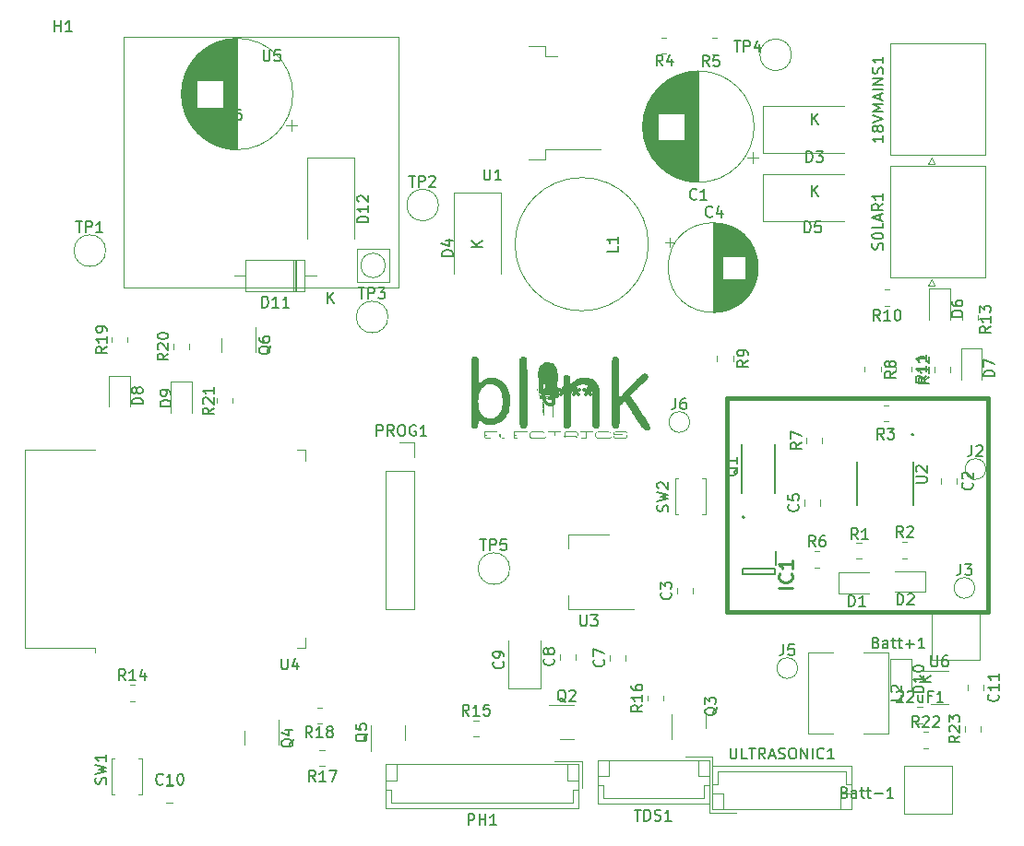
<source format=gbr>
%TF.GenerationSoftware,KiCad,Pcbnew,7.0.2*%
%TF.CreationDate,2024-10-18T19:43:08+03:00*%
%TF.ProjectId,POWER  WATER CIRCUIT,504f5745-5220-4205-9741-544552204349,rev?*%
%TF.SameCoordinates,Original*%
%TF.FileFunction,Legend,Top*%
%TF.FilePolarity,Positive*%
%FSLAX46Y46*%
G04 Gerber Fmt 4.6, Leading zero omitted, Abs format (unit mm)*
G04 Created by KiCad (PCBNEW 7.0.2) date 2024-10-18 19:43:08*
%MOMM*%
%LPD*%
G01*
G04 APERTURE LIST*
%ADD10C,0.400000*%
%ADD11C,0.300000*%
%ADD12C,0.150000*%
%ADD13C,0.254000*%
%ADD14C,0.120000*%
%ADD15C,0.127000*%
%ADD16C,0.200000*%
G04 APERTURE END LIST*
D10*
X125500000Y-89200000D02*
X149450000Y-89200000D01*
X149450000Y-108900000D01*
X125500000Y-108900000D01*
X125500000Y-89200000D01*
D11*
%TO.C,G\u002A\u002A\u002A*%
X109578572Y-88365357D02*
X109435715Y-88293928D01*
X109435715Y-88293928D02*
X109221429Y-88293928D01*
X109221429Y-88293928D02*
X109007143Y-88365357D01*
X109007143Y-88365357D02*
X108864286Y-88508214D01*
X108864286Y-88508214D02*
X108792857Y-88651071D01*
X108792857Y-88651071D02*
X108721429Y-88936785D01*
X108721429Y-88936785D02*
X108721429Y-89151071D01*
X108721429Y-89151071D02*
X108792857Y-89436785D01*
X108792857Y-89436785D02*
X108864286Y-89579642D01*
X108864286Y-89579642D02*
X109007143Y-89722500D01*
X109007143Y-89722500D02*
X109221429Y-89793928D01*
X109221429Y-89793928D02*
X109364286Y-89793928D01*
X109364286Y-89793928D02*
X109578572Y-89722500D01*
X109578572Y-89722500D02*
X109650000Y-89651071D01*
X109650000Y-89651071D02*
X109650000Y-89151071D01*
X109650000Y-89151071D02*
X109364286Y-89151071D01*
X110507143Y-88293928D02*
X110507143Y-88651071D01*
X110150000Y-88508214D02*
X110507143Y-88651071D01*
X110507143Y-88651071D02*
X110864286Y-88508214D01*
X110292857Y-88936785D02*
X110507143Y-88651071D01*
X110507143Y-88651071D02*
X110721429Y-88936785D01*
X111650000Y-88293928D02*
X111650000Y-88651071D01*
X111292857Y-88508214D02*
X111650000Y-88651071D01*
X111650000Y-88651071D02*
X112007143Y-88508214D01*
X111435714Y-88936785D02*
X111650000Y-88651071D01*
X111650000Y-88651071D02*
X111864286Y-88936785D01*
X112792857Y-88293928D02*
X112792857Y-88651071D01*
X112435714Y-88508214D02*
X112792857Y-88651071D01*
X112792857Y-88651071D02*
X113150000Y-88508214D01*
X112578571Y-88936785D02*
X112792857Y-88651071D01*
X112792857Y-88651071D02*
X113007143Y-88936785D01*
D12*
%TO.C,Q5*%
X92557857Y-120057738D02*
X92510238Y-120152976D01*
X92510238Y-120152976D02*
X92415000Y-120248214D01*
X92415000Y-120248214D02*
X92272142Y-120391071D01*
X92272142Y-120391071D02*
X92224523Y-120486309D01*
X92224523Y-120486309D02*
X92224523Y-120581547D01*
X92462619Y-120533928D02*
X92415000Y-120629166D01*
X92415000Y-120629166D02*
X92319761Y-120724404D01*
X92319761Y-120724404D02*
X92129285Y-120772023D01*
X92129285Y-120772023D02*
X91795952Y-120772023D01*
X91795952Y-120772023D02*
X91605476Y-120724404D01*
X91605476Y-120724404D02*
X91510238Y-120629166D01*
X91510238Y-120629166D02*
X91462619Y-120533928D01*
X91462619Y-120533928D02*
X91462619Y-120343452D01*
X91462619Y-120343452D02*
X91510238Y-120248214D01*
X91510238Y-120248214D02*
X91605476Y-120152976D01*
X91605476Y-120152976D02*
X91795952Y-120105357D01*
X91795952Y-120105357D02*
X92129285Y-120105357D01*
X92129285Y-120105357D02*
X92319761Y-120152976D01*
X92319761Y-120152976D02*
X92415000Y-120248214D01*
X92415000Y-120248214D02*
X92462619Y-120343452D01*
X92462619Y-120343452D02*
X92462619Y-120533928D01*
X91462619Y-119200595D02*
X91462619Y-119676785D01*
X91462619Y-119676785D02*
X91938809Y-119724404D01*
X91938809Y-119724404D02*
X91891190Y-119676785D01*
X91891190Y-119676785D02*
X91843571Y-119581547D01*
X91843571Y-119581547D02*
X91843571Y-119343452D01*
X91843571Y-119343452D02*
X91891190Y-119248214D01*
X91891190Y-119248214D02*
X91938809Y-119200595D01*
X91938809Y-119200595D02*
X92034047Y-119152976D01*
X92034047Y-119152976D02*
X92272142Y-119152976D01*
X92272142Y-119152976D02*
X92367380Y-119200595D01*
X92367380Y-119200595D02*
X92415000Y-119248214D01*
X92415000Y-119248214D02*
X92462619Y-119343452D01*
X92462619Y-119343452D02*
X92462619Y-119581547D01*
X92462619Y-119581547D02*
X92415000Y-119676785D01*
X92415000Y-119676785D02*
X92367380Y-119724404D01*
%TO.C,U6*%
X144272095Y-112886619D02*
X144272095Y-113696142D01*
X144272095Y-113696142D02*
X144319714Y-113791380D01*
X144319714Y-113791380D02*
X144367333Y-113839000D01*
X144367333Y-113839000D02*
X144462571Y-113886619D01*
X144462571Y-113886619D02*
X144653047Y-113886619D01*
X144653047Y-113886619D02*
X144748285Y-113839000D01*
X144748285Y-113839000D02*
X144795904Y-113791380D01*
X144795904Y-113791380D02*
X144843523Y-113696142D01*
X144843523Y-113696142D02*
X144843523Y-112886619D01*
X145748285Y-112886619D02*
X145557809Y-112886619D01*
X145557809Y-112886619D02*
X145462571Y-112934238D01*
X145462571Y-112934238D02*
X145414952Y-112981857D01*
X145414952Y-112981857D02*
X145319714Y-113124714D01*
X145319714Y-113124714D02*
X145272095Y-113315190D01*
X145272095Y-113315190D02*
X145272095Y-113696142D01*
X145272095Y-113696142D02*
X145319714Y-113791380D01*
X145319714Y-113791380D02*
X145367333Y-113839000D01*
X145367333Y-113839000D02*
X145462571Y-113886619D01*
X145462571Y-113886619D02*
X145653047Y-113886619D01*
X145653047Y-113886619D02*
X145748285Y-113839000D01*
X145748285Y-113839000D02*
X145795904Y-113791380D01*
X145795904Y-113791380D02*
X145843523Y-113696142D01*
X145843523Y-113696142D02*
X145843523Y-113458047D01*
X145843523Y-113458047D02*
X145795904Y-113362809D01*
X145795904Y-113362809D02*
X145748285Y-113315190D01*
X145748285Y-113315190D02*
X145653047Y-113267571D01*
X145653047Y-113267571D02*
X145462571Y-113267571D01*
X145462571Y-113267571D02*
X145367333Y-113315190D01*
X145367333Y-113315190D02*
X145319714Y-113362809D01*
X145319714Y-113362809D02*
X145272095Y-113458047D01*
%TO.C,C1*%
X122733333Y-70917380D02*
X122685714Y-70965000D01*
X122685714Y-70965000D02*
X122542857Y-71012619D01*
X122542857Y-71012619D02*
X122447619Y-71012619D01*
X122447619Y-71012619D02*
X122304762Y-70965000D01*
X122304762Y-70965000D02*
X122209524Y-70869761D01*
X122209524Y-70869761D02*
X122161905Y-70774523D01*
X122161905Y-70774523D02*
X122114286Y-70584047D01*
X122114286Y-70584047D02*
X122114286Y-70441190D01*
X122114286Y-70441190D02*
X122161905Y-70250714D01*
X122161905Y-70250714D02*
X122209524Y-70155476D01*
X122209524Y-70155476D02*
X122304762Y-70060238D01*
X122304762Y-70060238D02*
X122447619Y-70012619D01*
X122447619Y-70012619D02*
X122542857Y-70012619D01*
X122542857Y-70012619D02*
X122685714Y-70060238D01*
X122685714Y-70060238D02*
X122733333Y-70107857D01*
X123685714Y-71012619D02*
X123114286Y-71012619D01*
X123400000Y-71012619D02*
X123400000Y-70012619D01*
X123400000Y-70012619D02*
X123304762Y-70155476D01*
X123304762Y-70155476D02*
X123209524Y-70250714D01*
X123209524Y-70250714D02*
X123114286Y-70298333D01*
%TO.C,PROG1*%
X93388095Y-92712619D02*
X93388095Y-91712619D01*
X93388095Y-91712619D02*
X93769047Y-91712619D01*
X93769047Y-91712619D02*
X93864285Y-91760238D01*
X93864285Y-91760238D02*
X93911904Y-91807857D01*
X93911904Y-91807857D02*
X93959523Y-91903095D01*
X93959523Y-91903095D02*
X93959523Y-92045952D01*
X93959523Y-92045952D02*
X93911904Y-92141190D01*
X93911904Y-92141190D02*
X93864285Y-92188809D01*
X93864285Y-92188809D02*
X93769047Y-92236428D01*
X93769047Y-92236428D02*
X93388095Y-92236428D01*
X94959523Y-92712619D02*
X94626190Y-92236428D01*
X94388095Y-92712619D02*
X94388095Y-91712619D01*
X94388095Y-91712619D02*
X94769047Y-91712619D01*
X94769047Y-91712619D02*
X94864285Y-91760238D01*
X94864285Y-91760238D02*
X94911904Y-91807857D01*
X94911904Y-91807857D02*
X94959523Y-91903095D01*
X94959523Y-91903095D02*
X94959523Y-92045952D01*
X94959523Y-92045952D02*
X94911904Y-92141190D01*
X94911904Y-92141190D02*
X94864285Y-92188809D01*
X94864285Y-92188809D02*
X94769047Y-92236428D01*
X94769047Y-92236428D02*
X94388095Y-92236428D01*
X95578571Y-91712619D02*
X95769047Y-91712619D01*
X95769047Y-91712619D02*
X95864285Y-91760238D01*
X95864285Y-91760238D02*
X95959523Y-91855476D01*
X95959523Y-91855476D02*
X96007142Y-92045952D01*
X96007142Y-92045952D02*
X96007142Y-92379285D01*
X96007142Y-92379285D02*
X95959523Y-92569761D01*
X95959523Y-92569761D02*
X95864285Y-92665000D01*
X95864285Y-92665000D02*
X95769047Y-92712619D01*
X95769047Y-92712619D02*
X95578571Y-92712619D01*
X95578571Y-92712619D02*
X95483333Y-92665000D01*
X95483333Y-92665000D02*
X95388095Y-92569761D01*
X95388095Y-92569761D02*
X95340476Y-92379285D01*
X95340476Y-92379285D02*
X95340476Y-92045952D01*
X95340476Y-92045952D02*
X95388095Y-91855476D01*
X95388095Y-91855476D02*
X95483333Y-91760238D01*
X95483333Y-91760238D02*
X95578571Y-91712619D01*
X96959523Y-91760238D02*
X96864285Y-91712619D01*
X96864285Y-91712619D02*
X96721428Y-91712619D01*
X96721428Y-91712619D02*
X96578571Y-91760238D01*
X96578571Y-91760238D02*
X96483333Y-91855476D01*
X96483333Y-91855476D02*
X96435714Y-91950714D01*
X96435714Y-91950714D02*
X96388095Y-92141190D01*
X96388095Y-92141190D02*
X96388095Y-92284047D01*
X96388095Y-92284047D02*
X96435714Y-92474523D01*
X96435714Y-92474523D02*
X96483333Y-92569761D01*
X96483333Y-92569761D02*
X96578571Y-92665000D01*
X96578571Y-92665000D02*
X96721428Y-92712619D01*
X96721428Y-92712619D02*
X96816666Y-92712619D01*
X96816666Y-92712619D02*
X96959523Y-92665000D01*
X96959523Y-92665000D02*
X97007142Y-92617380D01*
X97007142Y-92617380D02*
X97007142Y-92284047D01*
X97007142Y-92284047D02*
X96816666Y-92284047D01*
X97959523Y-92712619D02*
X97388095Y-92712619D01*
X97673809Y-92712619D02*
X97673809Y-91712619D01*
X97673809Y-91712619D02*
X97578571Y-91855476D01*
X97578571Y-91855476D02*
X97483333Y-91950714D01*
X97483333Y-91950714D02*
X97388095Y-91998333D01*
%TO.C,R17*%
X87757142Y-124462619D02*
X87423809Y-123986428D01*
X87185714Y-124462619D02*
X87185714Y-123462619D01*
X87185714Y-123462619D02*
X87566666Y-123462619D01*
X87566666Y-123462619D02*
X87661904Y-123510238D01*
X87661904Y-123510238D02*
X87709523Y-123557857D01*
X87709523Y-123557857D02*
X87757142Y-123653095D01*
X87757142Y-123653095D02*
X87757142Y-123795952D01*
X87757142Y-123795952D02*
X87709523Y-123891190D01*
X87709523Y-123891190D02*
X87661904Y-123938809D01*
X87661904Y-123938809D02*
X87566666Y-123986428D01*
X87566666Y-123986428D02*
X87185714Y-123986428D01*
X88709523Y-124462619D02*
X88138095Y-124462619D01*
X88423809Y-124462619D02*
X88423809Y-123462619D01*
X88423809Y-123462619D02*
X88328571Y-123605476D01*
X88328571Y-123605476D02*
X88233333Y-123700714D01*
X88233333Y-123700714D02*
X88138095Y-123748333D01*
X89042857Y-123462619D02*
X89709523Y-123462619D01*
X89709523Y-123462619D02*
X89280952Y-124462619D01*
%TO.C,J3*%
X146986666Y-104494619D02*
X146986666Y-105208904D01*
X146986666Y-105208904D02*
X146939047Y-105351761D01*
X146939047Y-105351761D02*
X146843809Y-105447000D01*
X146843809Y-105447000D02*
X146700952Y-105494619D01*
X146700952Y-105494619D02*
X146605714Y-105494619D01*
X147367619Y-104494619D02*
X147986666Y-104494619D01*
X147986666Y-104494619D02*
X147653333Y-104875571D01*
X147653333Y-104875571D02*
X147796190Y-104875571D01*
X147796190Y-104875571D02*
X147891428Y-104923190D01*
X147891428Y-104923190D02*
X147939047Y-104970809D01*
X147939047Y-104970809D02*
X147986666Y-105066047D01*
X147986666Y-105066047D02*
X147986666Y-105304142D01*
X147986666Y-105304142D02*
X147939047Y-105399380D01*
X147939047Y-105399380D02*
X147891428Y-105447000D01*
X147891428Y-105447000D02*
X147796190Y-105494619D01*
X147796190Y-105494619D02*
X147510476Y-105494619D01*
X147510476Y-105494619D02*
X147415238Y-105447000D01*
X147415238Y-105447000D02*
X147367619Y-105399380D01*
%TO.C,Q4*%
X85757857Y-120557738D02*
X85710238Y-120652976D01*
X85710238Y-120652976D02*
X85615000Y-120748214D01*
X85615000Y-120748214D02*
X85472142Y-120891071D01*
X85472142Y-120891071D02*
X85424523Y-120986309D01*
X85424523Y-120986309D02*
X85424523Y-121081547D01*
X85662619Y-121033928D02*
X85615000Y-121129166D01*
X85615000Y-121129166D02*
X85519761Y-121224404D01*
X85519761Y-121224404D02*
X85329285Y-121272023D01*
X85329285Y-121272023D02*
X84995952Y-121272023D01*
X84995952Y-121272023D02*
X84805476Y-121224404D01*
X84805476Y-121224404D02*
X84710238Y-121129166D01*
X84710238Y-121129166D02*
X84662619Y-121033928D01*
X84662619Y-121033928D02*
X84662619Y-120843452D01*
X84662619Y-120843452D02*
X84710238Y-120748214D01*
X84710238Y-120748214D02*
X84805476Y-120652976D01*
X84805476Y-120652976D02*
X84995952Y-120605357D01*
X84995952Y-120605357D02*
X85329285Y-120605357D01*
X85329285Y-120605357D02*
X85519761Y-120652976D01*
X85519761Y-120652976D02*
X85615000Y-120748214D01*
X85615000Y-120748214D02*
X85662619Y-120843452D01*
X85662619Y-120843452D02*
X85662619Y-121033928D01*
X84995952Y-119748214D02*
X85662619Y-119748214D01*
X84615000Y-119986309D02*
X85329285Y-120224404D01*
X85329285Y-120224404D02*
X85329285Y-119605357D01*
%TO.C,Q3*%
X124607857Y-117645238D02*
X124560238Y-117740476D01*
X124560238Y-117740476D02*
X124465000Y-117835714D01*
X124465000Y-117835714D02*
X124322142Y-117978571D01*
X124322142Y-117978571D02*
X124274523Y-118073809D01*
X124274523Y-118073809D02*
X124274523Y-118169047D01*
X124512619Y-118121428D02*
X124465000Y-118216666D01*
X124465000Y-118216666D02*
X124369761Y-118311904D01*
X124369761Y-118311904D02*
X124179285Y-118359523D01*
X124179285Y-118359523D02*
X123845952Y-118359523D01*
X123845952Y-118359523D02*
X123655476Y-118311904D01*
X123655476Y-118311904D02*
X123560238Y-118216666D01*
X123560238Y-118216666D02*
X123512619Y-118121428D01*
X123512619Y-118121428D02*
X123512619Y-117930952D01*
X123512619Y-117930952D02*
X123560238Y-117835714D01*
X123560238Y-117835714D02*
X123655476Y-117740476D01*
X123655476Y-117740476D02*
X123845952Y-117692857D01*
X123845952Y-117692857D02*
X124179285Y-117692857D01*
X124179285Y-117692857D02*
X124369761Y-117740476D01*
X124369761Y-117740476D02*
X124465000Y-117835714D01*
X124465000Y-117835714D02*
X124512619Y-117930952D01*
X124512619Y-117930952D02*
X124512619Y-118121428D01*
X123512619Y-117359523D02*
X123512619Y-116740476D01*
X123512619Y-116740476D02*
X123893571Y-117073809D01*
X123893571Y-117073809D02*
X123893571Y-116930952D01*
X123893571Y-116930952D02*
X123941190Y-116835714D01*
X123941190Y-116835714D02*
X123988809Y-116788095D01*
X123988809Y-116788095D02*
X124084047Y-116740476D01*
X124084047Y-116740476D02*
X124322142Y-116740476D01*
X124322142Y-116740476D02*
X124417380Y-116788095D01*
X124417380Y-116788095D02*
X124465000Y-116835714D01*
X124465000Y-116835714D02*
X124512619Y-116930952D01*
X124512619Y-116930952D02*
X124512619Y-117216666D01*
X124512619Y-117216666D02*
X124465000Y-117311904D01*
X124465000Y-117311904D02*
X124417380Y-117359523D01*
%TO.C,L1*%
X115512619Y-75266666D02*
X115512619Y-75742856D01*
X115512619Y-75742856D02*
X114512619Y-75742856D01*
X115512619Y-74409523D02*
X115512619Y-74980951D01*
X115512619Y-74695237D02*
X114512619Y-74695237D01*
X114512619Y-74695237D02*
X114655476Y-74790475D01*
X114655476Y-74790475D02*
X114750714Y-74885713D01*
X114750714Y-74885713D02*
X114798333Y-74980951D01*
%TO.C,D1*%
X136711905Y-108362619D02*
X136711905Y-107362619D01*
X136711905Y-107362619D02*
X136950000Y-107362619D01*
X136950000Y-107362619D02*
X137092857Y-107410238D01*
X137092857Y-107410238D02*
X137188095Y-107505476D01*
X137188095Y-107505476D02*
X137235714Y-107600714D01*
X137235714Y-107600714D02*
X137283333Y-107791190D01*
X137283333Y-107791190D02*
X137283333Y-107934047D01*
X137283333Y-107934047D02*
X137235714Y-108124523D01*
X137235714Y-108124523D02*
X137188095Y-108219761D01*
X137188095Y-108219761D02*
X137092857Y-108315000D01*
X137092857Y-108315000D02*
X136950000Y-108362619D01*
X136950000Y-108362619D02*
X136711905Y-108362619D01*
X138235714Y-108362619D02*
X137664286Y-108362619D01*
X137950000Y-108362619D02*
X137950000Y-107362619D01*
X137950000Y-107362619D02*
X137854762Y-107505476D01*
X137854762Y-107505476D02*
X137759524Y-107600714D01*
X137759524Y-107600714D02*
X137664286Y-107648333D01*
%TO.C,C4*%
X124183333Y-72517380D02*
X124135714Y-72565000D01*
X124135714Y-72565000D02*
X123992857Y-72612619D01*
X123992857Y-72612619D02*
X123897619Y-72612619D01*
X123897619Y-72612619D02*
X123754762Y-72565000D01*
X123754762Y-72565000D02*
X123659524Y-72469761D01*
X123659524Y-72469761D02*
X123611905Y-72374523D01*
X123611905Y-72374523D02*
X123564286Y-72184047D01*
X123564286Y-72184047D02*
X123564286Y-72041190D01*
X123564286Y-72041190D02*
X123611905Y-71850714D01*
X123611905Y-71850714D02*
X123659524Y-71755476D01*
X123659524Y-71755476D02*
X123754762Y-71660238D01*
X123754762Y-71660238D02*
X123897619Y-71612619D01*
X123897619Y-71612619D02*
X123992857Y-71612619D01*
X123992857Y-71612619D02*
X124135714Y-71660238D01*
X124135714Y-71660238D02*
X124183333Y-71707857D01*
X125040476Y-71945952D02*
X125040476Y-72612619D01*
X124802381Y-71565000D02*
X124564286Y-72279285D01*
X124564286Y-72279285D02*
X125183333Y-72279285D01*
%TO.C,C9*%
X104967380Y-113466666D02*
X105015000Y-113514285D01*
X105015000Y-113514285D02*
X105062619Y-113657142D01*
X105062619Y-113657142D02*
X105062619Y-113752380D01*
X105062619Y-113752380D02*
X105015000Y-113895237D01*
X105015000Y-113895237D02*
X104919761Y-113990475D01*
X104919761Y-113990475D02*
X104824523Y-114038094D01*
X104824523Y-114038094D02*
X104634047Y-114085713D01*
X104634047Y-114085713D02*
X104491190Y-114085713D01*
X104491190Y-114085713D02*
X104300714Y-114038094D01*
X104300714Y-114038094D02*
X104205476Y-113990475D01*
X104205476Y-113990475D02*
X104110238Y-113895237D01*
X104110238Y-113895237D02*
X104062619Y-113752380D01*
X104062619Y-113752380D02*
X104062619Y-113657142D01*
X104062619Y-113657142D02*
X104110238Y-113514285D01*
X104110238Y-113514285D02*
X104157857Y-113466666D01*
X105062619Y-112990475D02*
X105062619Y-112799999D01*
X105062619Y-112799999D02*
X105015000Y-112704761D01*
X105015000Y-112704761D02*
X104967380Y-112657142D01*
X104967380Y-112657142D02*
X104824523Y-112561904D01*
X104824523Y-112561904D02*
X104634047Y-112514285D01*
X104634047Y-112514285D02*
X104253095Y-112514285D01*
X104253095Y-112514285D02*
X104157857Y-112561904D01*
X104157857Y-112561904D02*
X104110238Y-112609523D01*
X104110238Y-112609523D02*
X104062619Y-112704761D01*
X104062619Y-112704761D02*
X104062619Y-112895237D01*
X104062619Y-112895237D02*
X104110238Y-112990475D01*
X104110238Y-112990475D02*
X104157857Y-113038094D01*
X104157857Y-113038094D02*
X104253095Y-113085713D01*
X104253095Y-113085713D02*
X104491190Y-113085713D01*
X104491190Y-113085713D02*
X104586428Y-113038094D01*
X104586428Y-113038094D02*
X104634047Y-112990475D01*
X104634047Y-112990475D02*
X104681666Y-112895237D01*
X104681666Y-112895237D02*
X104681666Y-112704761D01*
X104681666Y-112704761D02*
X104634047Y-112609523D01*
X104634047Y-112609523D02*
X104586428Y-112561904D01*
X104586428Y-112561904D02*
X104491190Y-112514285D01*
%TO.C,D12*%
X92616619Y-73096285D02*
X91616619Y-73096285D01*
X91616619Y-73096285D02*
X91616619Y-72858190D01*
X91616619Y-72858190D02*
X91664238Y-72715333D01*
X91664238Y-72715333D02*
X91759476Y-72620095D01*
X91759476Y-72620095D02*
X91854714Y-72572476D01*
X91854714Y-72572476D02*
X92045190Y-72524857D01*
X92045190Y-72524857D02*
X92188047Y-72524857D01*
X92188047Y-72524857D02*
X92378523Y-72572476D01*
X92378523Y-72572476D02*
X92473761Y-72620095D01*
X92473761Y-72620095D02*
X92569000Y-72715333D01*
X92569000Y-72715333D02*
X92616619Y-72858190D01*
X92616619Y-72858190D02*
X92616619Y-73096285D01*
X92616619Y-71572476D02*
X92616619Y-72143904D01*
X92616619Y-71858190D02*
X91616619Y-71858190D01*
X91616619Y-71858190D02*
X91759476Y-71953428D01*
X91759476Y-71953428D02*
X91854714Y-72048666D01*
X91854714Y-72048666D02*
X91902333Y-72143904D01*
X91711857Y-71191523D02*
X91664238Y-71143904D01*
X91664238Y-71143904D02*
X91616619Y-71048666D01*
X91616619Y-71048666D02*
X91616619Y-70810571D01*
X91616619Y-70810571D02*
X91664238Y-70715333D01*
X91664238Y-70715333D02*
X91711857Y-70667714D01*
X91711857Y-70667714D02*
X91807095Y-70620095D01*
X91807095Y-70620095D02*
X91902333Y-70620095D01*
X91902333Y-70620095D02*
X92045190Y-70667714D01*
X92045190Y-70667714D02*
X92616619Y-71239142D01*
X92616619Y-71239142D02*
X92616619Y-70620095D01*
%TO.C,TP2*%
X96338095Y-68814619D02*
X96909523Y-68814619D01*
X96623809Y-69814619D02*
X96623809Y-68814619D01*
X97242857Y-69814619D02*
X97242857Y-68814619D01*
X97242857Y-68814619D02*
X97623809Y-68814619D01*
X97623809Y-68814619D02*
X97719047Y-68862238D01*
X97719047Y-68862238D02*
X97766666Y-68909857D01*
X97766666Y-68909857D02*
X97814285Y-69005095D01*
X97814285Y-69005095D02*
X97814285Y-69147952D01*
X97814285Y-69147952D02*
X97766666Y-69243190D01*
X97766666Y-69243190D02*
X97719047Y-69290809D01*
X97719047Y-69290809D02*
X97623809Y-69338428D01*
X97623809Y-69338428D02*
X97242857Y-69338428D01*
X98195238Y-68909857D02*
X98242857Y-68862238D01*
X98242857Y-68862238D02*
X98338095Y-68814619D01*
X98338095Y-68814619D02*
X98576190Y-68814619D01*
X98576190Y-68814619D02*
X98671428Y-68862238D01*
X98671428Y-68862238D02*
X98719047Y-68909857D01*
X98719047Y-68909857D02*
X98766666Y-69005095D01*
X98766666Y-69005095D02*
X98766666Y-69100333D01*
X98766666Y-69100333D02*
X98719047Y-69243190D01*
X98719047Y-69243190D02*
X98147619Y-69814619D01*
X98147619Y-69814619D02*
X98766666Y-69814619D01*
%TO.C,H1*%
X63838095Y-55562619D02*
X63838095Y-54562619D01*
X63838095Y-55038809D02*
X64409523Y-55038809D01*
X64409523Y-55562619D02*
X64409523Y-54562619D01*
X65409523Y-55562619D02*
X64838095Y-55562619D01*
X65123809Y-55562619D02*
X65123809Y-54562619D01*
X65123809Y-54562619D02*
X65028571Y-54705476D01*
X65028571Y-54705476D02*
X64933333Y-54800714D01*
X64933333Y-54800714D02*
X64838095Y-54848333D01*
%TO.C,U2*%
X142874619Y-97016904D02*
X143684142Y-97016904D01*
X143684142Y-97016904D02*
X143779380Y-96969285D01*
X143779380Y-96969285D02*
X143827000Y-96921666D01*
X143827000Y-96921666D02*
X143874619Y-96826428D01*
X143874619Y-96826428D02*
X143874619Y-96635952D01*
X143874619Y-96635952D02*
X143827000Y-96540714D01*
X143827000Y-96540714D02*
X143779380Y-96493095D01*
X143779380Y-96493095D02*
X143684142Y-96445476D01*
X143684142Y-96445476D02*
X142874619Y-96445476D01*
X142969857Y-96016904D02*
X142922238Y-95969285D01*
X142922238Y-95969285D02*
X142874619Y-95874047D01*
X142874619Y-95874047D02*
X142874619Y-95635952D01*
X142874619Y-95635952D02*
X142922238Y-95540714D01*
X142922238Y-95540714D02*
X142969857Y-95493095D01*
X142969857Y-95493095D02*
X143065095Y-95445476D01*
X143065095Y-95445476D02*
X143160333Y-95445476D01*
X143160333Y-95445476D02*
X143303190Y-95493095D01*
X143303190Y-95493095D02*
X143874619Y-96064523D01*
X143874619Y-96064523D02*
X143874619Y-95445476D01*
%TO.C,C6*%
X80033333Y-63617380D02*
X79985714Y-63665000D01*
X79985714Y-63665000D02*
X79842857Y-63712619D01*
X79842857Y-63712619D02*
X79747619Y-63712619D01*
X79747619Y-63712619D02*
X79604762Y-63665000D01*
X79604762Y-63665000D02*
X79509524Y-63569761D01*
X79509524Y-63569761D02*
X79461905Y-63474523D01*
X79461905Y-63474523D02*
X79414286Y-63284047D01*
X79414286Y-63284047D02*
X79414286Y-63141190D01*
X79414286Y-63141190D02*
X79461905Y-62950714D01*
X79461905Y-62950714D02*
X79509524Y-62855476D01*
X79509524Y-62855476D02*
X79604762Y-62760238D01*
X79604762Y-62760238D02*
X79747619Y-62712619D01*
X79747619Y-62712619D02*
X79842857Y-62712619D01*
X79842857Y-62712619D02*
X79985714Y-62760238D01*
X79985714Y-62760238D02*
X80033333Y-62807857D01*
X80890476Y-62712619D02*
X80700000Y-62712619D01*
X80700000Y-62712619D02*
X80604762Y-62760238D01*
X80604762Y-62760238D02*
X80557143Y-62807857D01*
X80557143Y-62807857D02*
X80461905Y-62950714D01*
X80461905Y-62950714D02*
X80414286Y-63141190D01*
X80414286Y-63141190D02*
X80414286Y-63522142D01*
X80414286Y-63522142D02*
X80461905Y-63617380D01*
X80461905Y-63617380D02*
X80509524Y-63665000D01*
X80509524Y-63665000D02*
X80604762Y-63712619D01*
X80604762Y-63712619D02*
X80795238Y-63712619D01*
X80795238Y-63712619D02*
X80890476Y-63665000D01*
X80890476Y-63665000D02*
X80938095Y-63617380D01*
X80938095Y-63617380D02*
X80985714Y-63522142D01*
X80985714Y-63522142D02*
X80985714Y-63284047D01*
X80985714Y-63284047D02*
X80938095Y-63188809D01*
X80938095Y-63188809D02*
X80890476Y-63141190D01*
X80890476Y-63141190D02*
X80795238Y-63093571D01*
X80795238Y-63093571D02*
X80604762Y-63093571D01*
X80604762Y-63093571D02*
X80509524Y-63141190D01*
X80509524Y-63141190D02*
X80461905Y-63188809D01*
X80461905Y-63188809D02*
X80414286Y-63284047D01*
%TO.C,R2*%
X141683333Y-102012619D02*
X141350000Y-101536428D01*
X141111905Y-102012619D02*
X141111905Y-101012619D01*
X141111905Y-101012619D02*
X141492857Y-101012619D01*
X141492857Y-101012619D02*
X141588095Y-101060238D01*
X141588095Y-101060238D02*
X141635714Y-101107857D01*
X141635714Y-101107857D02*
X141683333Y-101203095D01*
X141683333Y-101203095D02*
X141683333Y-101345952D01*
X141683333Y-101345952D02*
X141635714Y-101441190D01*
X141635714Y-101441190D02*
X141588095Y-101488809D01*
X141588095Y-101488809D02*
X141492857Y-101536428D01*
X141492857Y-101536428D02*
X141111905Y-101536428D01*
X142064286Y-101107857D02*
X142111905Y-101060238D01*
X142111905Y-101060238D02*
X142207143Y-101012619D01*
X142207143Y-101012619D02*
X142445238Y-101012619D01*
X142445238Y-101012619D02*
X142540476Y-101060238D01*
X142540476Y-101060238D02*
X142588095Y-101107857D01*
X142588095Y-101107857D02*
X142635714Y-101203095D01*
X142635714Y-101203095D02*
X142635714Y-101298333D01*
X142635714Y-101298333D02*
X142588095Y-101441190D01*
X142588095Y-101441190D02*
X142016667Y-102012619D01*
X142016667Y-102012619D02*
X142635714Y-102012619D01*
%TO.C,SW1*%
X68515000Y-124683332D02*
X68562619Y-124540475D01*
X68562619Y-124540475D02*
X68562619Y-124302380D01*
X68562619Y-124302380D02*
X68515000Y-124207142D01*
X68515000Y-124207142D02*
X68467380Y-124159523D01*
X68467380Y-124159523D02*
X68372142Y-124111904D01*
X68372142Y-124111904D02*
X68276904Y-124111904D01*
X68276904Y-124111904D02*
X68181666Y-124159523D01*
X68181666Y-124159523D02*
X68134047Y-124207142D01*
X68134047Y-124207142D02*
X68086428Y-124302380D01*
X68086428Y-124302380D02*
X68038809Y-124492856D01*
X68038809Y-124492856D02*
X67991190Y-124588094D01*
X67991190Y-124588094D02*
X67943571Y-124635713D01*
X67943571Y-124635713D02*
X67848333Y-124683332D01*
X67848333Y-124683332D02*
X67753095Y-124683332D01*
X67753095Y-124683332D02*
X67657857Y-124635713D01*
X67657857Y-124635713D02*
X67610238Y-124588094D01*
X67610238Y-124588094D02*
X67562619Y-124492856D01*
X67562619Y-124492856D02*
X67562619Y-124254761D01*
X67562619Y-124254761D02*
X67610238Y-124111904D01*
X67562619Y-123778570D02*
X68562619Y-123540475D01*
X68562619Y-123540475D02*
X67848333Y-123349999D01*
X67848333Y-123349999D02*
X68562619Y-123159523D01*
X68562619Y-123159523D02*
X67562619Y-122921428D01*
X68562619Y-122016666D02*
X68562619Y-122588094D01*
X68562619Y-122302380D02*
X67562619Y-122302380D01*
X67562619Y-122302380D02*
X67705476Y-122397618D01*
X67705476Y-122397618D02*
X67800714Y-122492856D01*
X67800714Y-122492856D02*
X67848333Y-122588094D01*
%TO.C,R7*%
X132362619Y-93316666D02*
X131886428Y-93649999D01*
X132362619Y-93888094D02*
X131362619Y-93888094D01*
X131362619Y-93888094D02*
X131362619Y-93507142D01*
X131362619Y-93507142D02*
X131410238Y-93411904D01*
X131410238Y-93411904D02*
X131457857Y-93364285D01*
X131457857Y-93364285D02*
X131553095Y-93316666D01*
X131553095Y-93316666D02*
X131695952Y-93316666D01*
X131695952Y-93316666D02*
X131791190Y-93364285D01*
X131791190Y-93364285D02*
X131838809Y-93411904D01*
X131838809Y-93411904D02*
X131886428Y-93507142D01*
X131886428Y-93507142D02*
X131886428Y-93888094D01*
X131362619Y-92983332D02*
X131362619Y-92316666D01*
X131362619Y-92316666D02*
X132362619Y-92745237D01*
D13*
%TO.C,IC1*%
X131537526Y-106689762D02*
X130267526Y-106689762D01*
X131416573Y-105359285D02*
X131477050Y-105419761D01*
X131477050Y-105419761D02*
X131537526Y-105601190D01*
X131537526Y-105601190D02*
X131537526Y-105722142D01*
X131537526Y-105722142D02*
X131477050Y-105903571D01*
X131477050Y-105903571D02*
X131356097Y-106024523D01*
X131356097Y-106024523D02*
X131235145Y-106085000D01*
X131235145Y-106085000D02*
X130993240Y-106145476D01*
X130993240Y-106145476D02*
X130811811Y-106145476D01*
X130811811Y-106145476D02*
X130569907Y-106085000D01*
X130569907Y-106085000D02*
X130448954Y-106024523D01*
X130448954Y-106024523D02*
X130328002Y-105903571D01*
X130328002Y-105903571D02*
X130267526Y-105722142D01*
X130267526Y-105722142D02*
X130267526Y-105601190D01*
X130267526Y-105601190D02*
X130328002Y-105419761D01*
X130328002Y-105419761D02*
X130388478Y-105359285D01*
X131537526Y-104149761D02*
X131537526Y-104875476D01*
X131537526Y-104512619D02*
X130267526Y-104512619D01*
X130267526Y-104512619D02*
X130448954Y-104633571D01*
X130448954Y-104633571D02*
X130569907Y-104754523D01*
X130569907Y-104754523D02*
X130630383Y-104875476D01*
D12*
%TO.C,C10*%
X73757142Y-124667380D02*
X73709523Y-124715000D01*
X73709523Y-124715000D02*
X73566666Y-124762619D01*
X73566666Y-124762619D02*
X73471428Y-124762619D01*
X73471428Y-124762619D02*
X73328571Y-124715000D01*
X73328571Y-124715000D02*
X73233333Y-124619761D01*
X73233333Y-124619761D02*
X73185714Y-124524523D01*
X73185714Y-124524523D02*
X73138095Y-124334047D01*
X73138095Y-124334047D02*
X73138095Y-124191190D01*
X73138095Y-124191190D02*
X73185714Y-124000714D01*
X73185714Y-124000714D02*
X73233333Y-123905476D01*
X73233333Y-123905476D02*
X73328571Y-123810238D01*
X73328571Y-123810238D02*
X73471428Y-123762619D01*
X73471428Y-123762619D02*
X73566666Y-123762619D01*
X73566666Y-123762619D02*
X73709523Y-123810238D01*
X73709523Y-123810238D02*
X73757142Y-123857857D01*
X74709523Y-124762619D02*
X74138095Y-124762619D01*
X74423809Y-124762619D02*
X74423809Y-123762619D01*
X74423809Y-123762619D02*
X74328571Y-123905476D01*
X74328571Y-123905476D02*
X74233333Y-124000714D01*
X74233333Y-124000714D02*
X74138095Y-124048333D01*
X75328571Y-123762619D02*
X75423809Y-123762619D01*
X75423809Y-123762619D02*
X75519047Y-123810238D01*
X75519047Y-123810238D02*
X75566666Y-123857857D01*
X75566666Y-123857857D02*
X75614285Y-123953095D01*
X75614285Y-123953095D02*
X75661904Y-124143571D01*
X75661904Y-124143571D02*
X75661904Y-124381666D01*
X75661904Y-124381666D02*
X75614285Y-124572142D01*
X75614285Y-124572142D02*
X75566666Y-124667380D01*
X75566666Y-124667380D02*
X75519047Y-124715000D01*
X75519047Y-124715000D02*
X75423809Y-124762619D01*
X75423809Y-124762619D02*
X75328571Y-124762619D01*
X75328571Y-124762619D02*
X75233333Y-124715000D01*
X75233333Y-124715000D02*
X75185714Y-124667380D01*
X75185714Y-124667380D02*
X75138095Y-124572142D01*
X75138095Y-124572142D02*
X75090476Y-124381666D01*
X75090476Y-124381666D02*
X75090476Y-124143571D01*
X75090476Y-124143571D02*
X75138095Y-123953095D01*
X75138095Y-123953095D02*
X75185714Y-123857857D01*
X75185714Y-123857857D02*
X75233333Y-123810238D01*
X75233333Y-123810238D02*
X75328571Y-123762619D01*
%TO.C,L2*%
X141564619Y-116498666D02*
X141564619Y-116974856D01*
X141564619Y-116974856D02*
X140564619Y-116974856D01*
X140659857Y-116212951D02*
X140612238Y-116165332D01*
X140612238Y-116165332D02*
X140564619Y-116070094D01*
X140564619Y-116070094D02*
X140564619Y-115831999D01*
X140564619Y-115831999D02*
X140612238Y-115736761D01*
X140612238Y-115736761D02*
X140659857Y-115689142D01*
X140659857Y-115689142D02*
X140755095Y-115641523D01*
X140755095Y-115641523D02*
X140850333Y-115641523D01*
X140850333Y-115641523D02*
X140993190Y-115689142D01*
X140993190Y-115689142D02*
X141564619Y-116260570D01*
X141564619Y-116260570D02*
X141564619Y-115641523D01*
%TO.C,U1*%
X103238095Y-68212619D02*
X103238095Y-69022142D01*
X103238095Y-69022142D02*
X103285714Y-69117380D01*
X103285714Y-69117380D02*
X103333333Y-69165000D01*
X103333333Y-69165000D02*
X103428571Y-69212619D01*
X103428571Y-69212619D02*
X103619047Y-69212619D01*
X103619047Y-69212619D02*
X103714285Y-69165000D01*
X103714285Y-69165000D02*
X103761904Y-69117380D01*
X103761904Y-69117380D02*
X103809523Y-69022142D01*
X103809523Y-69022142D02*
X103809523Y-68212619D01*
X104809523Y-69212619D02*
X104238095Y-69212619D01*
X104523809Y-69212619D02*
X104523809Y-68212619D01*
X104523809Y-68212619D02*
X104428571Y-68355476D01*
X104428571Y-68355476D02*
X104333333Y-68450714D01*
X104333333Y-68450714D02*
X104238095Y-68498333D01*
%TO.C,R5*%
X123883333Y-58762619D02*
X123550000Y-58286428D01*
X123311905Y-58762619D02*
X123311905Y-57762619D01*
X123311905Y-57762619D02*
X123692857Y-57762619D01*
X123692857Y-57762619D02*
X123788095Y-57810238D01*
X123788095Y-57810238D02*
X123835714Y-57857857D01*
X123835714Y-57857857D02*
X123883333Y-57953095D01*
X123883333Y-57953095D02*
X123883333Y-58095952D01*
X123883333Y-58095952D02*
X123835714Y-58191190D01*
X123835714Y-58191190D02*
X123788095Y-58238809D01*
X123788095Y-58238809D02*
X123692857Y-58286428D01*
X123692857Y-58286428D02*
X123311905Y-58286428D01*
X124788095Y-57762619D02*
X124311905Y-57762619D01*
X124311905Y-57762619D02*
X124264286Y-58238809D01*
X124264286Y-58238809D02*
X124311905Y-58191190D01*
X124311905Y-58191190D02*
X124407143Y-58143571D01*
X124407143Y-58143571D02*
X124645238Y-58143571D01*
X124645238Y-58143571D02*
X124740476Y-58191190D01*
X124740476Y-58191190D02*
X124788095Y-58238809D01*
X124788095Y-58238809D02*
X124835714Y-58334047D01*
X124835714Y-58334047D02*
X124835714Y-58572142D01*
X124835714Y-58572142D02*
X124788095Y-58667380D01*
X124788095Y-58667380D02*
X124740476Y-58715000D01*
X124740476Y-58715000D02*
X124645238Y-58762619D01*
X124645238Y-58762619D02*
X124407143Y-58762619D01*
X124407143Y-58762619D02*
X124311905Y-58715000D01*
X124311905Y-58715000D02*
X124264286Y-58667380D01*
%TO.C,R11*%
X143844619Y-87192857D02*
X143368428Y-87526190D01*
X143844619Y-87764285D02*
X142844619Y-87764285D01*
X142844619Y-87764285D02*
X142844619Y-87383333D01*
X142844619Y-87383333D02*
X142892238Y-87288095D01*
X142892238Y-87288095D02*
X142939857Y-87240476D01*
X142939857Y-87240476D02*
X143035095Y-87192857D01*
X143035095Y-87192857D02*
X143177952Y-87192857D01*
X143177952Y-87192857D02*
X143273190Y-87240476D01*
X143273190Y-87240476D02*
X143320809Y-87288095D01*
X143320809Y-87288095D02*
X143368428Y-87383333D01*
X143368428Y-87383333D02*
X143368428Y-87764285D01*
X143844619Y-86240476D02*
X143844619Y-86811904D01*
X143844619Y-86526190D02*
X142844619Y-86526190D01*
X142844619Y-86526190D02*
X142987476Y-86621428D01*
X142987476Y-86621428D02*
X143082714Y-86716666D01*
X143082714Y-86716666D02*
X143130333Y-86811904D01*
X143844619Y-85288095D02*
X143844619Y-85859523D01*
X143844619Y-85573809D02*
X142844619Y-85573809D01*
X142844619Y-85573809D02*
X142987476Y-85669047D01*
X142987476Y-85669047D02*
X143082714Y-85764285D01*
X143082714Y-85764285D02*
X143130333Y-85859523D01*
%TO.C,TDS1*%
X117041905Y-127062619D02*
X117613333Y-127062619D01*
X117327619Y-128062619D02*
X117327619Y-127062619D01*
X117946667Y-128062619D02*
X117946667Y-127062619D01*
X117946667Y-127062619D02*
X118184762Y-127062619D01*
X118184762Y-127062619D02*
X118327619Y-127110238D01*
X118327619Y-127110238D02*
X118422857Y-127205476D01*
X118422857Y-127205476D02*
X118470476Y-127300714D01*
X118470476Y-127300714D02*
X118518095Y-127491190D01*
X118518095Y-127491190D02*
X118518095Y-127634047D01*
X118518095Y-127634047D02*
X118470476Y-127824523D01*
X118470476Y-127824523D02*
X118422857Y-127919761D01*
X118422857Y-127919761D02*
X118327619Y-128015000D01*
X118327619Y-128015000D02*
X118184762Y-128062619D01*
X118184762Y-128062619D02*
X117946667Y-128062619D01*
X118899048Y-128015000D02*
X119041905Y-128062619D01*
X119041905Y-128062619D02*
X119280000Y-128062619D01*
X119280000Y-128062619D02*
X119375238Y-128015000D01*
X119375238Y-128015000D02*
X119422857Y-127967380D01*
X119422857Y-127967380D02*
X119470476Y-127872142D01*
X119470476Y-127872142D02*
X119470476Y-127776904D01*
X119470476Y-127776904D02*
X119422857Y-127681666D01*
X119422857Y-127681666D02*
X119375238Y-127634047D01*
X119375238Y-127634047D02*
X119280000Y-127586428D01*
X119280000Y-127586428D02*
X119089524Y-127538809D01*
X119089524Y-127538809D02*
X118994286Y-127491190D01*
X118994286Y-127491190D02*
X118946667Y-127443571D01*
X118946667Y-127443571D02*
X118899048Y-127348333D01*
X118899048Y-127348333D02*
X118899048Y-127253095D01*
X118899048Y-127253095D02*
X118946667Y-127157857D01*
X118946667Y-127157857D02*
X118994286Y-127110238D01*
X118994286Y-127110238D02*
X119089524Y-127062619D01*
X119089524Y-127062619D02*
X119327619Y-127062619D01*
X119327619Y-127062619D02*
X119470476Y-127110238D01*
X120422857Y-128062619D02*
X119851429Y-128062619D01*
X120137143Y-128062619D02*
X120137143Y-127062619D01*
X120137143Y-127062619D02*
X120041905Y-127205476D01*
X120041905Y-127205476D02*
X119946667Y-127300714D01*
X119946667Y-127300714D02*
X119851429Y-127348333D01*
%TO.C,C8*%
X109587380Y-113166666D02*
X109635000Y-113214285D01*
X109635000Y-113214285D02*
X109682619Y-113357142D01*
X109682619Y-113357142D02*
X109682619Y-113452380D01*
X109682619Y-113452380D02*
X109635000Y-113595237D01*
X109635000Y-113595237D02*
X109539761Y-113690475D01*
X109539761Y-113690475D02*
X109444523Y-113738094D01*
X109444523Y-113738094D02*
X109254047Y-113785713D01*
X109254047Y-113785713D02*
X109111190Y-113785713D01*
X109111190Y-113785713D02*
X108920714Y-113738094D01*
X108920714Y-113738094D02*
X108825476Y-113690475D01*
X108825476Y-113690475D02*
X108730238Y-113595237D01*
X108730238Y-113595237D02*
X108682619Y-113452380D01*
X108682619Y-113452380D02*
X108682619Y-113357142D01*
X108682619Y-113357142D02*
X108730238Y-113214285D01*
X108730238Y-113214285D02*
X108777857Y-113166666D01*
X109111190Y-112595237D02*
X109063571Y-112690475D01*
X109063571Y-112690475D02*
X109015952Y-112738094D01*
X109015952Y-112738094D02*
X108920714Y-112785713D01*
X108920714Y-112785713D02*
X108873095Y-112785713D01*
X108873095Y-112785713D02*
X108777857Y-112738094D01*
X108777857Y-112738094D02*
X108730238Y-112690475D01*
X108730238Y-112690475D02*
X108682619Y-112595237D01*
X108682619Y-112595237D02*
X108682619Y-112404761D01*
X108682619Y-112404761D02*
X108730238Y-112309523D01*
X108730238Y-112309523D02*
X108777857Y-112261904D01*
X108777857Y-112261904D02*
X108873095Y-112214285D01*
X108873095Y-112214285D02*
X108920714Y-112214285D01*
X108920714Y-112214285D02*
X109015952Y-112261904D01*
X109015952Y-112261904D02*
X109063571Y-112309523D01*
X109063571Y-112309523D02*
X109111190Y-112404761D01*
X109111190Y-112404761D02*
X109111190Y-112595237D01*
X109111190Y-112595237D02*
X109158809Y-112690475D01*
X109158809Y-112690475D02*
X109206428Y-112738094D01*
X109206428Y-112738094D02*
X109301666Y-112785713D01*
X109301666Y-112785713D02*
X109492142Y-112785713D01*
X109492142Y-112785713D02*
X109587380Y-112738094D01*
X109587380Y-112738094D02*
X109635000Y-112690475D01*
X109635000Y-112690475D02*
X109682619Y-112595237D01*
X109682619Y-112595237D02*
X109682619Y-112404761D01*
X109682619Y-112404761D02*
X109635000Y-112309523D01*
X109635000Y-112309523D02*
X109587380Y-112261904D01*
X109587380Y-112261904D02*
X109492142Y-112214285D01*
X109492142Y-112214285D02*
X109301666Y-112214285D01*
X109301666Y-112214285D02*
X109206428Y-112261904D01*
X109206428Y-112261904D02*
X109158809Y-112309523D01*
X109158809Y-112309523D02*
X109111190Y-112404761D01*
%TO.C,S0LAR1*%
X139815000Y-75571428D02*
X139862619Y-75428571D01*
X139862619Y-75428571D02*
X139862619Y-75190476D01*
X139862619Y-75190476D02*
X139815000Y-75095238D01*
X139815000Y-75095238D02*
X139767380Y-75047619D01*
X139767380Y-75047619D02*
X139672142Y-75000000D01*
X139672142Y-75000000D02*
X139576904Y-75000000D01*
X139576904Y-75000000D02*
X139481666Y-75047619D01*
X139481666Y-75047619D02*
X139434047Y-75095238D01*
X139434047Y-75095238D02*
X139386428Y-75190476D01*
X139386428Y-75190476D02*
X139338809Y-75380952D01*
X139338809Y-75380952D02*
X139291190Y-75476190D01*
X139291190Y-75476190D02*
X139243571Y-75523809D01*
X139243571Y-75523809D02*
X139148333Y-75571428D01*
X139148333Y-75571428D02*
X139053095Y-75571428D01*
X139053095Y-75571428D02*
X138957857Y-75523809D01*
X138957857Y-75523809D02*
X138910238Y-75476190D01*
X138910238Y-75476190D02*
X138862619Y-75380952D01*
X138862619Y-75380952D02*
X138862619Y-75142857D01*
X138862619Y-75142857D02*
X138910238Y-75000000D01*
X138862619Y-74380952D02*
X138862619Y-74285714D01*
X138862619Y-74285714D02*
X138910238Y-74190476D01*
X138910238Y-74190476D02*
X138957857Y-74142857D01*
X138957857Y-74142857D02*
X139053095Y-74095238D01*
X139053095Y-74095238D02*
X139243571Y-74047619D01*
X139243571Y-74047619D02*
X139481666Y-74047619D01*
X139481666Y-74047619D02*
X139672142Y-74095238D01*
X139672142Y-74095238D02*
X139767380Y-74142857D01*
X139767380Y-74142857D02*
X139815000Y-74190476D01*
X139815000Y-74190476D02*
X139862619Y-74285714D01*
X139862619Y-74285714D02*
X139862619Y-74380952D01*
X139862619Y-74380952D02*
X139815000Y-74476190D01*
X139815000Y-74476190D02*
X139767380Y-74523809D01*
X139767380Y-74523809D02*
X139672142Y-74571428D01*
X139672142Y-74571428D02*
X139481666Y-74619047D01*
X139481666Y-74619047D02*
X139243571Y-74619047D01*
X139243571Y-74619047D02*
X139053095Y-74571428D01*
X139053095Y-74571428D02*
X138957857Y-74523809D01*
X138957857Y-74523809D02*
X138910238Y-74476190D01*
X138910238Y-74476190D02*
X138862619Y-74380952D01*
X139862619Y-73142857D02*
X139862619Y-73619047D01*
X139862619Y-73619047D02*
X138862619Y-73619047D01*
X139576904Y-72857142D02*
X139576904Y-72380952D01*
X139862619Y-72952380D02*
X138862619Y-72619047D01*
X138862619Y-72619047D02*
X139862619Y-72285714D01*
X139862619Y-71380952D02*
X139386428Y-71714285D01*
X139862619Y-71952380D02*
X138862619Y-71952380D01*
X138862619Y-71952380D02*
X138862619Y-71571428D01*
X138862619Y-71571428D02*
X138910238Y-71476190D01*
X138910238Y-71476190D02*
X138957857Y-71428571D01*
X138957857Y-71428571D02*
X139053095Y-71380952D01*
X139053095Y-71380952D02*
X139195952Y-71380952D01*
X139195952Y-71380952D02*
X139291190Y-71428571D01*
X139291190Y-71428571D02*
X139338809Y-71476190D01*
X139338809Y-71476190D02*
X139386428Y-71571428D01*
X139386428Y-71571428D02*
X139386428Y-71952380D01*
X139862619Y-70428571D02*
X139862619Y-70999999D01*
X139862619Y-70714285D02*
X138862619Y-70714285D01*
X138862619Y-70714285D02*
X139005476Y-70809523D01*
X139005476Y-70809523D02*
X139100714Y-70904761D01*
X139100714Y-70904761D02*
X139148333Y-70999999D01*
%TO.C,R21*%
X78412619Y-90142857D02*
X77936428Y-90476190D01*
X78412619Y-90714285D02*
X77412619Y-90714285D01*
X77412619Y-90714285D02*
X77412619Y-90333333D01*
X77412619Y-90333333D02*
X77460238Y-90238095D01*
X77460238Y-90238095D02*
X77507857Y-90190476D01*
X77507857Y-90190476D02*
X77603095Y-90142857D01*
X77603095Y-90142857D02*
X77745952Y-90142857D01*
X77745952Y-90142857D02*
X77841190Y-90190476D01*
X77841190Y-90190476D02*
X77888809Y-90238095D01*
X77888809Y-90238095D02*
X77936428Y-90333333D01*
X77936428Y-90333333D02*
X77936428Y-90714285D01*
X77507857Y-89761904D02*
X77460238Y-89714285D01*
X77460238Y-89714285D02*
X77412619Y-89619047D01*
X77412619Y-89619047D02*
X77412619Y-89380952D01*
X77412619Y-89380952D02*
X77460238Y-89285714D01*
X77460238Y-89285714D02*
X77507857Y-89238095D01*
X77507857Y-89238095D02*
X77603095Y-89190476D01*
X77603095Y-89190476D02*
X77698333Y-89190476D01*
X77698333Y-89190476D02*
X77841190Y-89238095D01*
X77841190Y-89238095D02*
X78412619Y-89809523D01*
X78412619Y-89809523D02*
X78412619Y-89190476D01*
X78412619Y-88238095D02*
X78412619Y-88809523D01*
X78412619Y-88523809D02*
X77412619Y-88523809D01*
X77412619Y-88523809D02*
X77555476Y-88619047D01*
X77555476Y-88619047D02*
X77650714Y-88714285D01*
X77650714Y-88714285D02*
X77698333Y-88809523D01*
%TO.C,D2*%
X141161905Y-108212619D02*
X141161905Y-107212619D01*
X141161905Y-107212619D02*
X141400000Y-107212619D01*
X141400000Y-107212619D02*
X141542857Y-107260238D01*
X141542857Y-107260238D02*
X141638095Y-107355476D01*
X141638095Y-107355476D02*
X141685714Y-107450714D01*
X141685714Y-107450714D02*
X141733333Y-107641190D01*
X141733333Y-107641190D02*
X141733333Y-107784047D01*
X141733333Y-107784047D02*
X141685714Y-107974523D01*
X141685714Y-107974523D02*
X141638095Y-108069761D01*
X141638095Y-108069761D02*
X141542857Y-108165000D01*
X141542857Y-108165000D02*
X141400000Y-108212619D01*
X141400000Y-108212619D02*
X141161905Y-108212619D01*
X142114286Y-107307857D02*
X142161905Y-107260238D01*
X142161905Y-107260238D02*
X142257143Y-107212619D01*
X142257143Y-107212619D02*
X142495238Y-107212619D01*
X142495238Y-107212619D02*
X142590476Y-107260238D01*
X142590476Y-107260238D02*
X142638095Y-107307857D01*
X142638095Y-107307857D02*
X142685714Y-107403095D01*
X142685714Y-107403095D02*
X142685714Y-107498333D01*
X142685714Y-107498333D02*
X142638095Y-107641190D01*
X142638095Y-107641190D02*
X142066667Y-108212619D01*
X142066667Y-108212619D02*
X142685714Y-108212619D01*
%TO.C,R22*%
X143121142Y-119462619D02*
X142787809Y-118986428D01*
X142549714Y-119462619D02*
X142549714Y-118462619D01*
X142549714Y-118462619D02*
X142930666Y-118462619D01*
X142930666Y-118462619D02*
X143025904Y-118510238D01*
X143025904Y-118510238D02*
X143073523Y-118557857D01*
X143073523Y-118557857D02*
X143121142Y-118653095D01*
X143121142Y-118653095D02*
X143121142Y-118795952D01*
X143121142Y-118795952D02*
X143073523Y-118891190D01*
X143073523Y-118891190D02*
X143025904Y-118938809D01*
X143025904Y-118938809D02*
X142930666Y-118986428D01*
X142930666Y-118986428D02*
X142549714Y-118986428D01*
X143502095Y-118557857D02*
X143549714Y-118510238D01*
X143549714Y-118510238D02*
X143644952Y-118462619D01*
X143644952Y-118462619D02*
X143883047Y-118462619D01*
X143883047Y-118462619D02*
X143978285Y-118510238D01*
X143978285Y-118510238D02*
X144025904Y-118557857D01*
X144025904Y-118557857D02*
X144073523Y-118653095D01*
X144073523Y-118653095D02*
X144073523Y-118748333D01*
X144073523Y-118748333D02*
X144025904Y-118891190D01*
X144025904Y-118891190D02*
X143454476Y-119462619D01*
X143454476Y-119462619D02*
X144073523Y-119462619D01*
X144454476Y-118557857D02*
X144502095Y-118510238D01*
X144502095Y-118510238D02*
X144597333Y-118462619D01*
X144597333Y-118462619D02*
X144835428Y-118462619D01*
X144835428Y-118462619D02*
X144930666Y-118510238D01*
X144930666Y-118510238D02*
X144978285Y-118557857D01*
X144978285Y-118557857D02*
X145025904Y-118653095D01*
X145025904Y-118653095D02*
X145025904Y-118748333D01*
X145025904Y-118748333D02*
X144978285Y-118891190D01*
X144978285Y-118891190D02*
X144406857Y-119462619D01*
X144406857Y-119462619D02*
X145025904Y-119462619D01*
%TO.C,C5*%
X132037380Y-99016666D02*
X132085000Y-99064285D01*
X132085000Y-99064285D02*
X132132619Y-99207142D01*
X132132619Y-99207142D02*
X132132619Y-99302380D01*
X132132619Y-99302380D02*
X132085000Y-99445237D01*
X132085000Y-99445237D02*
X131989761Y-99540475D01*
X131989761Y-99540475D02*
X131894523Y-99588094D01*
X131894523Y-99588094D02*
X131704047Y-99635713D01*
X131704047Y-99635713D02*
X131561190Y-99635713D01*
X131561190Y-99635713D02*
X131370714Y-99588094D01*
X131370714Y-99588094D02*
X131275476Y-99540475D01*
X131275476Y-99540475D02*
X131180238Y-99445237D01*
X131180238Y-99445237D02*
X131132619Y-99302380D01*
X131132619Y-99302380D02*
X131132619Y-99207142D01*
X131132619Y-99207142D02*
X131180238Y-99064285D01*
X131180238Y-99064285D02*
X131227857Y-99016666D01*
X131132619Y-98111904D02*
X131132619Y-98588094D01*
X131132619Y-98588094D02*
X131608809Y-98635713D01*
X131608809Y-98635713D02*
X131561190Y-98588094D01*
X131561190Y-98588094D02*
X131513571Y-98492856D01*
X131513571Y-98492856D02*
X131513571Y-98254761D01*
X131513571Y-98254761D02*
X131561190Y-98159523D01*
X131561190Y-98159523D02*
X131608809Y-98111904D01*
X131608809Y-98111904D02*
X131704047Y-98064285D01*
X131704047Y-98064285D02*
X131942142Y-98064285D01*
X131942142Y-98064285D02*
X132037380Y-98111904D01*
X132037380Y-98111904D02*
X132085000Y-98159523D01*
X132085000Y-98159523D02*
X132132619Y-98254761D01*
X132132619Y-98254761D02*
X132132619Y-98492856D01*
X132132619Y-98492856D02*
X132085000Y-98588094D01*
X132085000Y-98588094D02*
X132037380Y-98635713D01*
%TO.C,J2*%
X148002666Y-93572619D02*
X148002666Y-94286904D01*
X148002666Y-94286904D02*
X147955047Y-94429761D01*
X147955047Y-94429761D02*
X147859809Y-94525000D01*
X147859809Y-94525000D02*
X147716952Y-94572619D01*
X147716952Y-94572619D02*
X147621714Y-94572619D01*
X148431238Y-93667857D02*
X148478857Y-93620238D01*
X148478857Y-93620238D02*
X148574095Y-93572619D01*
X148574095Y-93572619D02*
X148812190Y-93572619D01*
X148812190Y-93572619D02*
X148907428Y-93620238D01*
X148907428Y-93620238D02*
X148955047Y-93667857D01*
X148955047Y-93667857D02*
X149002666Y-93763095D01*
X149002666Y-93763095D02*
X149002666Y-93858333D01*
X149002666Y-93858333D02*
X148955047Y-94001190D01*
X148955047Y-94001190D02*
X148383619Y-94572619D01*
X148383619Y-94572619D02*
X149002666Y-94572619D01*
%TO.C,R6*%
X133633333Y-102862619D02*
X133300000Y-102386428D01*
X133061905Y-102862619D02*
X133061905Y-101862619D01*
X133061905Y-101862619D02*
X133442857Y-101862619D01*
X133442857Y-101862619D02*
X133538095Y-101910238D01*
X133538095Y-101910238D02*
X133585714Y-101957857D01*
X133585714Y-101957857D02*
X133633333Y-102053095D01*
X133633333Y-102053095D02*
X133633333Y-102195952D01*
X133633333Y-102195952D02*
X133585714Y-102291190D01*
X133585714Y-102291190D02*
X133538095Y-102338809D01*
X133538095Y-102338809D02*
X133442857Y-102386428D01*
X133442857Y-102386428D02*
X133061905Y-102386428D01*
X134490476Y-101862619D02*
X134300000Y-101862619D01*
X134300000Y-101862619D02*
X134204762Y-101910238D01*
X134204762Y-101910238D02*
X134157143Y-101957857D01*
X134157143Y-101957857D02*
X134061905Y-102100714D01*
X134061905Y-102100714D02*
X134014286Y-102291190D01*
X134014286Y-102291190D02*
X134014286Y-102672142D01*
X134014286Y-102672142D02*
X134061905Y-102767380D01*
X134061905Y-102767380D02*
X134109524Y-102815000D01*
X134109524Y-102815000D02*
X134204762Y-102862619D01*
X134204762Y-102862619D02*
X134395238Y-102862619D01*
X134395238Y-102862619D02*
X134490476Y-102815000D01*
X134490476Y-102815000D02*
X134538095Y-102767380D01*
X134538095Y-102767380D02*
X134585714Y-102672142D01*
X134585714Y-102672142D02*
X134585714Y-102434047D01*
X134585714Y-102434047D02*
X134538095Y-102338809D01*
X134538095Y-102338809D02*
X134490476Y-102291190D01*
X134490476Y-102291190D02*
X134395238Y-102243571D01*
X134395238Y-102243571D02*
X134204762Y-102243571D01*
X134204762Y-102243571D02*
X134109524Y-102291190D01*
X134109524Y-102291190D02*
X134061905Y-102338809D01*
X134061905Y-102338809D02*
X134014286Y-102434047D01*
%TO.C,D3*%
X132811905Y-67562619D02*
X132811905Y-66562619D01*
X132811905Y-66562619D02*
X133050000Y-66562619D01*
X133050000Y-66562619D02*
X133192857Y-66610238D01*
X133192857Y-66610238D02*
X133288095Y-66705476D01*
X133288095Y-66705476D02*
X133335714Y-66800714D01*
X133335714Y-66800714D02*
X133383333Y-66991190D01*
X133383333Y-66991190D02*
X133383333Y-67134047D01*
X133383333Y-67134047D02*
X133335714Y-67324523D01*
X133335714Y-67324523D02*
X133288095Y-67419761D01*
X133288095Y-67419761D02*
X133192857Y-67515000D01*
X133192857Y-67515000D02*
X133050000Y-67562619D01*
X133050000Y-67562619D02*
X132811905Y-67562619D01*
X133716667Y-66562619D02*
X134335714Y-66562619D01*
X134335714Y-66562619D02*
X134002381Y-66943571D01*
X134002381Y-66943571D02*
X134145238Y-66943571D01*
X134145238Y-66943571D02*
X134240476Y-66991190D01*
X134240476Y-66991190D02*
X134288095Y-67038809D01*
X134288095Y-67038809D02*
X134335714Y-67134047D01*
X134335714Y-67134047D02*
X134335714Y-67372142D01*
X134335714Y-67372142D02*
X134288095Y-67467380D01*
X134288095Y-67467380D02*
X134240476Y-67515000D01*
X134240476Y-67515000D02*
X134145238Y-67562619D01*
X134145238Y-67562619D02*
X133859524Y-67562619D01*
X133859524Y-67562619D02*
X133764286Y-67515000D01*
X133764286Y-67515000D02*
X133716667Y-67467380D01*
X133338095Y-64062619D02*
X133338095Y-63062619D01*
X133909523Y-64062619D02*
X133480952Y-63491190D01*
X133909523Y-63062619D02*
X133338095Y-63634047D01*
%TO.C,C2*%
X148017380Y-97016666D02*
X148065000Y-97064285D01*
X148065000Y-97064285D02*
X148112619Y-97207142D01*
X148112619Y-97207142D02*
X148112619Y-97302380D01*
X148112619Y-97302380D02*
X148065000Y-97445237D01*
X148065000Y-97445237D02*
X147969761Y-97540475D01*
X147969761Y-97540475D02*
X147874523Y-97588094D01*
X147874523Y-97588094D02*
X147684047Y-97635713D01*
X147684047Y-97635713D02*
X147541190Y-97635713D01*
X147541190Y-97635713D02*
X147350714Y-97588094D01*
X147350714Y-97588094D02*
X147255476Y-97540475D01*
X147255476Y-97540475D02*
X147160238Y-97445237D01*
X147160238Y-97445237D02*
X147112619Y-97302380D01*
X147112619Y-97302380D02*
X147112619Y-97207142D01*
X147112619Y-97207142D02*
X147160238Y-97064285D01*
X147160238Y-97064285D02*
X147207857Y-97016666D01*
X147207857Y-96635713D02*
X147160238Y-96588094D01*
X147160238Y-96588094D02*
X147112619Y-96492856D01*
X147112619Y-96492856D02*
X147112619Y-96254761D01*
X147112619Y-96254761D02*
X147160238Y-96159523D01*
X147160238Y-96159523D02*
X147207857Y-96111904D01*
X147207857Y-96111904D02*
X147303095Y-96064285D01*
X147303095Y-96064285D02*
X147398333Y-96064285D01*
X147398333Y-96064285D02*
X147541190Y-96111904D01*
X147541190Y-96111904D02*
X148112619Y-96683332D01*
X148112619Y-96683332D02*
X148112619Y-96064285D01*
%TO.C,C3*%
X120353380Y-107100666D02*
X120401000Y-107148285D01*
X120401000Y-107148285D02*
X120448619Y-107291142D01*
X120448619Y-107291142D02*
X120448619Y-107386380D01*
X120448619Y-107386380D02*
X120401000Y-107529237D01*
X120401000Y-107529237D02*
X120305761Y-107624475D01*
X120305761Y-107624475D02*
X120210523Y-107672094D01*
X120210523Y-107672094D02*
X120020047Y-107719713D01*
X120020047Y-107719713D02*
X119877190Y-107719713D01*
X119877190Y-107719713D02*
X119686714Y-107672094D01*
X119686714Y-107672094D02*
X119591476Y-107624475D01*
X119591476Y-107624475D02*
X119496238Y-107529237D01*
X119496238Y-107529237D02*
X119448619Y-107386380D01*
X119448619Y-107386380D02*
X119448619Y-107291142D01*
X119448619Y-107291142D02*
X119496238Y-107148285D01*
X119496238Y-107148285D02*
X119543857Y-107100666D01*
X119448619Y-106767332D02*
X119448619Y-106148285D01*
X119448619Y-106148285D02*
X119829571Y-106481618D01*
X119829571Y-106481618D02*
X119829571Y-106338761D01*
X119829571Y-106338761D02*
X119877190Y-106243523D01*
X119877190Y-106243523D02*
X119924809Y-106195904D01*
X119924809Y-106195904D02*
X120020047Y-106148285D01*
X120020047Y-106148285D02*
X120258142Y-106148285D01*
X120258142Y-106148285D02*
X120353380Y-106195904D01*
X120353380Y-106195904D02*
X120401000Y-106243523D01*
X120401000Y-106243523D02*
X120448619Y-106338761D01*
X120448619Y-106338761D02*
X120448619Y-106624475D01*
X120448619Y-106624475D02*
X120401000Y-106719713D01*
X120401000Y-106719713D02*
X120353380Y-106767332D01*
%TO.C,R16*%
X117762619Y-117442857D02*
X117286428Y-117776190D01*
X117762619Y-118014285D02*
X116762619Y-118014285D01*
X116762619Y-118014285D02*
X116762619Y-117633333D01*
X116762619Y-117633333D02*
X116810238Y-117538095D01*
X116810238Y-117538095D02*
X116857857Y-117490476D01*
X116857857Y-117490476D02*
X116953095Y-117442857D01*
X116953095Y-117442857D02*
X117095952Y-117442857D01*
X117095952Y-117442857D02*
X117191190Y-117490476D01*
X117191190Y-117490476D02*
X117238809Y-117538095D01*
X117238809Y-117538095D02*
X117286428Y-117633333D01*
X117286428Y-117633333D02*
X117286428Y-118014285D01*
X117762619Y-116490476D02*
X117762619Y-117061904D01*
X117762619Y-116776190D02*
X116762619Y-116776190D01*
X116762619Y-116776190D02*
X116905476Y-116871428D01*
X116905476Y-116871428D02*
X117000714Y-116966666D01*
X117000714Y-116966666D02*
X117048333Y-117061904D01*
X116762619Y-115633333D02*
X116762619Y-115823809D01*
X116762619Y-115823809D02*
X116810238Y-115919047D01*
X116810238Y-115919047D02*
X116857857Y-115966666D01*
X116857857Y-115966666D02*
X117000714Y-116061904D01*
X117000714Y-116061904D02*
X117191190Y-116109523D01*
X117191190Y-116109523D02*
X117572142Y-116109523D01*
X117572142Y-116109523D02*
X117667380Y-116061904D01*
X117667380Y-116061904D02*
X117715000Y-116014285D01*
X117715000Y-116014285D02*
X117762619Y-115919047D01*
X117762619Y-115919047D02*
X117762619Y-115728571D01*
X117762619Y-115728571D02*
X117715000Y-115633333D01*
X117715000Y-115633333D02*
X117667380Y-115585714D01*
X117667380Y-115585714D02*
X117572142Y-115538095D01*
X117572142Y-115538095D02*
X117334047Y-115538095D01*
X117334047Y-115538095D02*
X117238809Y-115585714D01*
X117238809Y-115585714D02*
X117191190Y-115633333D01*
X117191190Y-115633333D02*
X117143571Y-115728571D01*
X117143571Y-115728571D02*
X117143571Y-115919047D01*
X117143571Y-115919047D02*
X117191190Y-116014285D01*
X117191190Y-116014285D02*
X117238809Y-116061904D01*
X117238809Y-116061904D02*
X117334047Y-116109523D01*
%TO.C,ULTRASONIC1*%
X125837905Y-121376619D02*
X125837905Y-122186142D01*
X125837905Y-122186142D02*
X125885524Y-122281380D01*
X125885524Y-122281380D02*
X125933143Y-122329000D01*
X125933143Y-122329000D02*
X126028381Y-122376619D01*
X126028381Y-122376619D02*
X126218857Y-122376619D01*
X126218857Y-122376619D02*
X126314095Y-122329000D01*
X126314095Y-122329000D02*
X126361714Y-122281380D01*
X126361714Y-122281380D02*
X126409333Y-122186142D01*
X126409333Y-122186142D02*
X126409333Y-121376619D01*
X127361714Y-122376619D02*
X126885524Y-122376619D01*
X126885524Y-122376619D02*
X126885524Y-121376619D01*
X127552191Y-121376619D02*
X128123619Y-121376619D01*
X127837905Y-122376619D02*
X127837905Y-121376619D01*
X129028381Y-122376619D02*
X128695048Y-121900428D01*
X128456953Y-122376619D02*
X128456953Y-121376619D01*
X128456953Y-121376619D02*
X128837905Y-121376619D01*
X128837905Y-121376619D02*
X128933143Y-121424238D01*
X128933143Y-121424238D02*
X128980762Y-121471857D01*
X128980762Y-121471857D02*
X129028381Y-121567095D01*
X129028381Y-121567095D02*
X129028381Y-121709952D01*
X129028381Y-121709952D02*
X128980762Y-121805190D01*
X128980762Y-121805190D02*
X128933143Y-121852809D01*
X128933143Y-121852809D02*
X128837905Y-121900428D01*
X128837905Y-121900428D02*
X128456953Y-121900428D01*
X129409334Y-122090904D02*
X129885524Y-122090904D01*
X129314096Y-122376619D02*
X129647429Y-121376619D01*
X129647429Y-121376619D02*
X129980762Y-122376619D01*
X130266477Y-122329000D02*
X130409334Y-122376619D01*
X130409334Y-122376619D02*
X130647429Y-122376619D01*
X130647429Y-122376619D02*
X130742667Y-122329000D01*
X130742667Y-122329000D02*
X130790286Y-122281380D01*
X130790286Y-122281380D02*
X130837905Y-122186142D01*
X130837905Y-122186142D02*
X130837905Y-122090904D01*
X130837905Y-122090904D02*
X130790286Y-121995666D01*
X130790286Y-121995666D02*
X130742667Y-121948047D01*
X130742667Y-121948047D02*
X130647429Y-121900428D01*
X130647429Y-121900428D02*
X130456953Y-121852809D01*
X130456953Y-121852809D02*
X130361715Y-121805190D01*
X130361715Y-121805190D02*
X130314096Y-121757571D01*
X130314096Y-121757571D02*
X130266477Y-121662333D01*
X130266477Y-121662333D02*
X130266477Y-121567095D01*
X130266477Y-121567095D02*
X130314096Y-121471857D01*
X130314096Y-121471857D02*
X130361715Y-121424238D01*
X130361715Y-121424238D02*
X130456953Y-121376619D01*
X130456953Y-121376619D02*
X130695048Y-121376619D01*
X130695048Y-121376619D02*
X130837905Y-121424238D01*
X131456953Y-121376619D02*
X131647429Y-121376619D01*
X131647429Y-121376619D02*
X131742667Y-121424238D01*
X131742667Y-121424238D02*
X131837905Y-121519476D01*
X131837905Y-121519476D02*
X131885524Y-121709952D01*
X131885524Y-121709952D02*
X131885524Y-122043285D01*
X131885524Y-122043285D02*
X131837905Y-122233761D01*
X131837905Y-122233761D02*
X131742667Y-122329000D01*
X131742667Y-122329000D02*
X131647429Y-122376619D01*
X131647429Y-122376619D02*
X131456953Y-122376619D01*
X131456953Y-122376619D02*
X131361715Y-122329000D01*
X131361715Y-122329000D02*
X131266477Y-122233761D01*
X131266477Y-122233761D02*
X131218858Y-122043285D01*
X131218858Y-122043285D02*
X131218858Y-121709952D01*
X131218858Y-121709952D02*
X131266477Y-121519476D01*
X131266477Y-121519476D02*
X131361715Y-121424238D01*
X131361715Y-121424238D02*
X131456953Y-121376619D01*
X132314096Y-122376619D02*
X132314096Y-121376619D01*
X132314096Y-121376619D02*
X132885524Y-122376619D01*
X132885524Y-122376619D02*
X132885524Y-121376619D01*
X133361715Y-122376619D02*
X133361715Y-121376619D01*
X134409333Y-122281380D02*
X134361714Y-122329000D01*
X134361714Y-122329000D02*
X134218857Y-122376619D01*
X134218857Y-122376619D02*
X134123619Y-122376619D01*
X134123619Y-122376619D02*
X133980762Y-122329000D01*
X133980762Y-122329000D02*
X133885524Y-122233761D01*
X133885524Y-122233761D02*
X133837905Y-122138523D01*
X133837905Y-122138523D02*
X133790286Y-121948047D01*
X133790286Y-121948047D02*
X133790286Y-121805190D01*
X133790286Y-121805190D02*
X133837905Y-121614714D01*
X133837905Y-121614714D02*
X133885524Y-121519476D01*
X133885524Y-121519476D02*
X133980762Y-121424238D01*
X133980762Y-121424238D02*
X134123619Y-121376619D01*
X134123619Y-121376619D02*
X134218857Y-121376619D01*
X134218857Y-121376619D02*
X134361714Y-121424238D01*
X134361714Y-121424238D02*
X134409333Y-121471857D01*
X135361714Y-122376619D02*
X134790286Y-122376619D01*
X135076000Y-122376619D02*
X135076000Y-121376619D01*
X135076000Y-121376619D02*
X134980762Y-121519476D01*
X134980762Y-121519476D02*
X134885524Y-121614714D01*
X134885524Y-121614714D02*
X134790286Y-121662333D01*
%TO.C,TP5*%
X102878095Y-102216619D02*
X103449523Y-102216619D01*
X103163809Y-103216619D02*
X103163809Y-102216619D01*
X103782857Y-103216619D02*
X103782857Y-102216619D01*
X103782857Y-102216619D02*
X104163809Y-102216619D01*
X104163809Y-102216619D02*
X104259047Y-102264238D01*
X104259047Y-102264238D02*
X104306666Y-102311857D01*
X104306666Y-102311857D02*
X104354285Y-102407095D01*
X104354285Y-102407095D02*
X104354285Y-102549952D01*
X104354285Y-102549952D02*
X104306666Y-102645190D01*
X104306666Y-102645190D02*
X104259047Y-102692809D01*
X104259047Y-102692809D02*
X104163809Y-102740428D01*
X104163809Y-102740428D02*
X103782857Y-102740428D01*
X105259047Y-102216619D02*
X104782857Y-102216619D01*
X104782857Y-102216619D02*
X104735238Y-102692809D01*
X104735238Y-102692809D02*
X104782857Y-102645190D01*
X104782857Y-102645190D02*
X104878095Y-102597571D01*
X104878095Y-102597571D02*
X105116190Y-102597571D01*
X105116190Y-102597571D02*
X105211428Y-102645190D01*
X105211428Y-102645190D02*
X105259047Y-102692809D01*
X105259047Y-102692809D02*
X105306666Y-102788047D01*
X105306666Y-102788047D02*
X105306666Y-103026142D01*
X105306666Y-103026142D02*
X105259047Y-103121380D01*
X105259047Y-103121380D02*
X105211428Y-103169000D01*
X105211428Y-103169000D02*
X105116190Y-103216619D01*
X105116190Y-103216619D02*
X104878095Y-103216619D01*
X104878095Y-103216619D02*
X104782857Y-103169000D01*
X104782857Y-103169000D02*
X104735238Y-103121380D01*
%TO.C,R1*%
X137533333Y-102212619D02*
X137200000Y-101736428D01*
X136961905Y-102212619D02*
X136961905Y-101212619D01*
X136961905Y-101212619D02*
X137342857Y-101212619D01*
X137342857Y-101212619D02*
X137438095Y-101260238D01*
X137438095Y-101260238D02*
X137485714Y-101307857D01*
X137485714Y-101307857D02*
X137533333Y-101403095D01*
X137533333Y-101403095D02*
X137533333Y-101545952D01*
X137533333Y-101545952D02*
X137485714Y-101641190D01*
X137485714Y-101641190D02*
X137438095Y-101688809D01*
X137438095Y-101688809D02*
X137342857Y-101736428D01*
X137342857Y-101736428D02*
X136961905Y-101736428D01*
X138485714Y-102212619D02*
X137914286Y-102212619D01*
X138200000Y-102212619D02*
X138200000Y-101212619D01*
X138200000Y-101212619D02*
X138104762Y-101355476D01*
X138104762Y-101355476D02*
X138009524Y-101450714D01*
X138009524Y-101450714D02*
X137914286Y-101498333D01*
%TO.C,Batt+1*%
X139202380Y-111688809D02*
X139345237Y-111736428D01*
X139345237Y-111736428D02*
X139392856Y-111784047D01*
X139392856Y-111784047D02*
X139440475Y-111879285D01*
X139440475Y-111879285D02*
X139440475Y-112022142D01*
X139440475Y-112022142D02*
X139392856Y-112117380D01*
X139392856Y-112117380D02*
X139345237Y-112165000D01*
X139345237Y-112165000D02*
X139249999Y-112212619D01*
X139249999Y-112212619D02*
X138869047Y-112212619D01*
X138869047Y-112212619D02*
X138869047Y-111212619D01*
X138869047Y-111212619D02*
X139202380Y-111212619D01*
X139202380Y-111212619D02*
X139297618Y-111260238D01*
X139297618Y-111260238D02*
X139345237Y-111307857D01*
X139345237Y-111307857D02*
X139392856Y-111403095D01*
X139392856Y-111403095D02*
X139392856Y-111498333D01*
X139392856Y-111498333D02*
X139345237Y-111593571D01*
X139345237Y-111593571D02*
X139297618Y-111641190D01*
X139297618Y-111641190D02*
X139202380Y-111688809D01*
X139202380Y-111688809D02*
X138869047Y-111688809D01*
X140297618Y-112212619D02*
X140297618Y-111688809D01*
X140297618Y-111688809D02*
X140249999Y-111593571D01*
X140249999Y-111593571D02*
X140154761Y-111545952D01*
X140154761Y-111545952D02*
X139964285Y-111545952D01*
X139964285Y-111545952D02*
X139869047Y-111593571D01*
X140297618Y-112165000D02*
X140202380Y-112212619D01*
X140202380Y-112212619D02*
X139964285Y-112212619D01*
X139964285Y-112212619D02*
X139869047Y-112165000D01*
X139869047Y-112165000D02*
X139821428Y-112069761D01*
X139821428Y-112069761D02*
X139821428Y-111974523D01*
X139821428Y-111974523D02*
X139869047Y-111879285D01*
X139869047Y-111879285D02*
X139964285Y-111831666D01*
X139964285Y-111831666D02*
X140202380Y-111831666D01*
X140202380Y-111831666D02*
X140297618Y-111784047D01*
X140630952Y-111545952D02*
X141011904Y-111545952D01*
X140773809Y-111212619D02*
X140773809Y-112069761D01*
X140773809Y-112069761D02*
X140821428Y-112165000D01*
X140821428Y-112165000D02*
X140916666Y-112212619D01*
X140916666Y-112212619D02*
X141011904Y-112212619D01*
X141202381Y-111545952D02*
X141583333Y-111545952D01*
X141345238Y-111212619D02*
X141345238Y-112069761D01*
X141345238Y-112069761D02*
X141392857Y-112165000D01*
X141392857Y-112165000D02*
X141488095Y-112212619D01*
X141488095Y-112212619D02*
X141583333Y-112212619D01*
X141916667Y-111831666D02*
X142678572Y-111831666D01*
X142297619Y-112212619D02*
X142297619Y-111450714D01*
X143678571Y-112212619D02*
X143107143Y-112212619D01*
X143392857Y-112212619D02*
X143392857Y-111212619D01*
X143392857Y-111212619D02*
X143297619Y-111355476D01*
X143297619Y-111355476D02*
X143202381Y-111450714D01*
X143202381Y-111450714D02*
X143107143Y-111498333D01*
%TO.C,D11*%
X82859714Y-80910619D02*
X82859714Y-79910619D01*
X82859714Y-79910619D02*
X83097809Y-79910619D01*
X83097809Y-79910619D02*
X83240666Y-79958238D01*
X83240666Y-79958238D02*
X83335904Y-80053476D01*
X83335904Y-80053476D02*
X83383523Y-80148714D01*
X83383523Y-80148714D02*
X83431142Y-80339190D01*
X83431142Y-80339190D02*
X83431142Y-80482047D01*
X83431142Y-80482047D02*
X83383523Y-80672523D01*
X83383523Y-80672523D02*
X83335904Y-80767761D01*
X83335904Y-80767761D02*
X83240666Y-80863000D01*
X83240666Y-80863000D02*
X83097809Y-80910619D01*
X83097809Y-80910619D02*
X82859714Y-80910619D01*
X84383523Y-80910619D02*
X83812095Y-80910619D01*
X84097809Y-80910619D02*
X84097809Y-79910619D01*
X84097809Y-79910619D02*
X84002571Y-80053476D01*
X84002571Y-80053476D02*
X83907333Y-80148714D01*
X83907333Y-80148714D02*
X83812095Y-80196333D01*
X85335904Y-80910619D02*
X84764476Y-80910619D01*
X85050190Y-80910619D02*
X85050190Y-79910619D01*
X85050190Y-79910619D02*
X84954952Y-80053476D01*
X84954952Y-80053476D02*
X84859714Y-80148714D01*
X84859714Y-80148714D02*
X84764476Y-80196333D01*
X88892095Y-80540619D02*
X88892095Y-79540619D01*
X89463523Y-80540619D02*
X89034952Y-79969190D01*
X89463523Y-79540619D02*
X88892095Y-80112047D01*
%TO.C,22uF1*%
X141136952Y-116241857D02*
X141184571Y-116194238D01*
X141184571Y-116194238D02*
X141279809Y-116146619D01*
X141279809Y-116146619D02*
X141517904Y-116146619D01*
X141517904Y-116146619D02*
X141613142Y-116194238D01*
X141613142Y-116194238D02*
X141660761Y-116241857D01*
X141660761Y-116241857D02*
X141708380Y-116337095D01*
X141708380Y-116337095D02*
X141708380Y-116432333D01*
X141708380Y-116432333D02*
X141660761Y-116575190D01*
X141660761Y-116575190D02*
X141089333Y-117146619D01*
X141089333Y-117146619D02*
X141708380Y-117146619D01*
X142089333Y-116241857D02*
X142136952Y-116194238D01*
X142136952Y-116194238D02*
X142232190Y-116146619D01*
X142232190Y-116146619D02*
X142470285Y-116146619D01*
X142470285Y-116146619D02*
X142565523Y-116194238D01*
X142565523Y-116194238D02*
X142613142Y-116241857D01*
X142613142Y-116241857D02*
X142660761Y-116337095D01*
X142660761Y-116337095D02*
X142660761Y-116432333D01*
X142660761Y-116432333D02*
X142613142Y-116575190D01*
X142613142Y-116575190D02*
X142041714Y-117146619D01*
X142041714Y-117146619D02*
X142660761Y-117146619D01*
X143517904Y-116479952D02*
X143517904Y-117146619D01*
X143089333Y-116479952D02*
X143089333Y-117003761D01*
X143089333Y-117003761D02*
X143136952Y-117099000D01*
X143136952Y-117099000D02*
X143232190Y-117146619D01*
X143232190Y-117146619D02*
X143375047Y-117146619D01*
X143375047Y-117146619D02*
X143470285Y-117099000D01*
X143470285Y-117099000D02*
X143517904Y-117051380D01*
X144327428Y-116622809D02*
X143994095Y-116622809D01*
X143994095Y-117146619D02*
X143994095Y-116146619D01*
X143994095Y-116146619D02*
X144470285Y-116146619D01*
X145375047Y-117146619D02*
X144803619Y-117146619D01*
X145089333Y-117146619D02*
X145089333Y-116146619D01*
X145089333Y-116146619D02*
X144994095Y-116289476D01*
X144994095Y-116289476D02*
X144898857Y-116384714D01*
X144898857Y-116384714D02*
X144803619Y-116432333D01*
%TO.C,D5*%
X132661905Y-74012619D02*
X132661905Y-73012619D01*
X132661905Y-73012619D02*
X132900000Y-73012619D01*
X132900000Y-73012619D02*
X133042857Y-73060238D01*
X133042857Y-73060238D02*
X133138095Y-73155476D01*
X133138095Y-73155476D02*
X133185714Y-73250714D01*
X133185714Y-73250714D02*
X133233333Y-73441190D01*
X133233333Y-73441190D02*
X133233333Y-73584047D01*
X133233333Y-73584047D02*
X133185714Y-73774523D01*
X133185714Y-73774523D02*
X133138095Y-73869761D01*
X133138095Y-73869761D02*
X133042857Y-73965000D01*
X133042857Y-73965000D02*
X132900000Y-74012619D01*
X132900000Y-74012619D02*
X132661905Y-74012619D01*
X134138095Y-73012619D02*
X133661905Y-73012619D01*
X133661905Y-73012619D02*
X133614286Y-73488809D01*
X133614286Y-73488809D02*
X133661905Y-73441190D01*
X133661905Y-73441190D02*
X133757143Y-73393571D01*
X133757143Y-73393571D02*
X133995238Y-73393571D01*
X133995238Y-73393571D02*
X134090476Y-73441190D01*
X134090476Y-73441190D02*
X134138095Y-73488809D01*
X134138095Y-73488809D02*
X134185714Y-73584047D01*
X134185714Y-73584047D02*
X134185714Y-73822142D01*
X134185714Y-73822142D02*
X134138095Y-73917380D01*
X134138095Y-73917380D02*
X134090476Y-73965000D01*
X134090476Y-73965000D02*
X133995238Y-74012619D01*
X133995238Y-74012619D02*
X133757143Y-74012619D01*
X133757143Y-74012619D02*
X133661905Y-73965000D01*
X133661905Y-73965000D02*
X133614286Y-73917380D01*
X133338095Y-70662619D02*
X133338095Y-69662619D01*
X133909523Y-70662619D02*
X133480952Y-70091190D01*
X133909523Y-69662619D02*
X133338095Y-70234047D01*
%TO.C,R9*%
X127462619Y-85766666D02*
X126986428Y-86099999D01*
X127462619Y-86338094D02*
X126462619Y-86338094D01*
X126462619Y-86338094D02*
X126462619Y-85957142D01*
X126462619Y-85957142D02*
X126510238Y-85861904D01*
X126510238Y-85861904D02*
X126557857Y-85814285D01*
X126557857Y-85814285D02*
X126653095Y-85766666D01*
X126653095Y-85766666D02*
X126795952Y-85766666D01*
X126795952Y-85766666D02*
X126891190Y-85814285D01*
X126891190Y-85814285D02*
X126938809Y-85861904D01*
X126938809Y-85861904D02*
X126986428Y-85957142D01*
X126986428Y-85957142D02*
X126986428Y-86338094D01*
X127462619Y-85290475D02*
X127462619Y-85099999D01*
X127462619Y-85099999D02*
X127415000Y-85004761D01*
X127415000Y-85004761D02*
X127367380Y-84957142D01*
X127367380Y-84957142D02*
X127224523Y-84861904D01*
X127224523Y-84861904D02*
X127034047Y-84814285D01*
X127034047Y-84814285D02*
X126653095Y-84814285D01*
X126653095Y-84814285D02*
X126557857Y-84861904D01*
X126557857Y-84861904D02*
X126510238Y-84909523D01*
X126510238Y-84909523D02*
X126462619Y-85004761D01*
X126462619Y-85004761D02*
X126462619Y-85195237D01*
X126462619Y-85195237D02*
X126510238Y-85290475D01*
X126510238Y-85290475D02*
X126557857Y-85338094D01*
X126557857Y-85338094D02*
X126653095Y-85385713D01*
X126653095Y-85385713D02*
X126891190Y-85385713D01*
X126891190Y-85385713D02*
X126986428Y-85338094D01*
X126986428Y-85338094D02*
X127034047Y-85290475D01*
X127034047Y-85290475D02*
X127081666Y-85195237D01*
X127081666Y-85195237D02*
X127081666Y-85004761D01*
X127081666Y-85004761D02*
X127034047Y-84909523D01*
X127034047Y-84909523D02*
X126986428Y-84861904D01*
X126986428Y-84861904D02*
X126891190Y-84814285D01*
%TO.C,Q6*%
X83657857Y-84457738D02*
X83610238Y-84552976D01*
X83610238Y-84552976D02*
X83515000Y-84648214D01*
X83515000Y-84648214D02*
X83372142Y-84791071D01*
X83372142Y-84791071D02*
X83324523Y-84886309D01*
X83324523Y-84886309D02*
X83324523Y-84981547D01*
X83562619Y-84933928D02*
X83515000Y-85029166D01*
X83515000Y-85029166D02*
X83419761Y-85124404D01*
X83419761Y-85124404D02*
X83229285Y-85172023D01*
X83229285Y-85172023D02*
X82895952Y-85172023D01*
X82895952Y-85172023D02*
X82705476Y-85124404D01*
X82705476Y-85124404D02*
X82610238Y-85029166D01*
X82610238Y-85029166D02*
X82562619Y-84933928D01*
X82562619Y-84933928D02*
X82562619Y-84743452D01*
X82562619Y-84743452D02*
X82610238Y-84648214D01*
X82610238Y-84648214D02*
X82705476Y-84552976D01*
X82705476Y-84552976D02*
X82895952Y-84505357D01*
X82895952Y-84505357D02*
X83229285Y-84505357D01*
X83229285Y-84505357D02*
X83419761Y-84552976D01*
X83419761Y-84552976D02*
X83515000Y-84648214D01*
X83515000Y-84648214D02*
X83562619Y-84743452D01*
X83562619Y-84743452D02*
X83562619Y-84933928D01*
X82562619Y-83648214D02*
X82562619Y-83838690D01*
X82562619Y-83838690D02*
X82610238Y-83933928D01*
X82610238Y-83933928D02*
X82657857Y-83981547D01*
X82657857Y-83981547D02*
X82800714Y-84076785D01*
X82800714Y-84076785D02*
X82991190Y-84124404D01*
X82991190Y-84124404D02*
X83372142Y-84124404D01*
X83372142Y-84124404D02*
X83467380Y-84076785D01*
X83467380Y-84076785D02*
X83515000Y-84029166D01*
X83515000Y-84029166D02*
X83562619Y-83933928D01*
X83562619Y-83933928D02*
X83562619Y-83743452D01*
X83562619Y-83743452D02*
X83515000Y-83648214D01*
X83515000Y-83648214D02*
X83467380Y-83600595D01*
X83467380Y-83600595D02*
X83372142Y-83552976D01*
X83372142Y-83552976D02*
X83134047Y-83552976D01*
X83134047Y-83552976D02*
X83038809Y-83600595D01*
X83038809Y-83600595D02*
X82991190Y-83648214D01*
X82991190Y-83648214D02*
X82943571Y-83743452D01*
X82943571Y-83743452D02*
X82943571Y-83933928D01*
X82943571Y-83933928D02*
X82991190Y-84029166D01*
X82991190Y-84029166D02*
X83038809Y-84076785D01*
X83038809Y-84076785D02*
X83134047Y-84124404D01*
%TO.C,U3*%
X112088095Y-109162619D02*
X112088095Y-109972142D01*
X112088095Y-109972142D02*
X112135714Y-110067380D01*
X112135714Y-110067380D02*
X112183333Y-110115000D01*
X112183333Y-110115000D02*
X112278571Y-110162619D01*
X112278571Y-110162619D02*
X112469047Y-110162619D01*
X112469047Y-110162619D02*
X112564285Y-110115000D01*
X112564285Y-110115000D02*
X112611904Y-110067380D01*
X112611904Y-110067380D02*
X112659523Y-109972142D01*
X112659523Y-109972142D02*
X112659523Y-109162619D01*
X113040476Y-109162619D02*
X113659523Y-109162619D01*
X113659523Y-109162619D02*
X113326190Y-109543571D01*
X113326190Y-109543571D02*
X113469047Y-109543571D01*
X113469047Y-109543571D02*
X113564285Y-109591190D01*
X113564285Y-109591190D02*
X113611904Y-109638809D01*
X113611904Y-109638809D02*
X113659523Y-109734047D01*
X113659523Y-109734047D02*
X113659523Y-109972142D01*
X113659523Y-109972142D02*
X113611904Y-110067380D01*
X113611904Y-110067380D02*
X113564285Y-110115000D01*
X113564285Y-110115000D02*
X113469047Y-110162619D01*
X113469047Y-110162619D02*
X113183333Y-110162619D01*
X113183333Y-110162619D02*
X113088095Y-110115000D01*
X113088095Y-110115000D02*
X113040476Y-110067380D01*
%TO.C,R12*%
X144100619Y-87306857D02*
X143624428Y-87640190D01*
X144100619Y-87878285D02*
X143100619Y-87878285D01*
X143100619Y-87878285D02*
X143100619Y-87497333D01*
X143100619Y-87497333D02*
X143148238Y-87402095D01*
X143148238Y-87402095D02*
X143195857Y-87354476D01*
X143195857Y-87354476D02*
X143291095Y-87306857D01*
X143291095Y-87306857D02*
X143433952Y-87306857D01*
X143433952Y-87306857D02*
X143529190Y-87354476D01*
X143529190Y-87354476D02*
X143576809Y-87402095D01*
X143576809Y-87402095D02*
X143624428Y-87497333D01*
X143624428Y-87497333D02*
X143624428Y-87878285D01*
X144100619Y-86354476D02*
X144100619Y-86925904D01*
X144100619Y-86640190D02*
X143100619Y-86640190D01*
X143100619Y-86640190D02*
X143243476Y-86735428D01*
X143243476Y-86735428D02*
X143338714Y-86830666D01*
X143338714Y-86830666D02*
X143386333Y-86925904D01*
X143195857Y-85973523D02*
X143148238Y-85925904D01*
X143148238Y-85925904D02*
X143100619Y-85830666D01*
X143100619Y-85830666D02*
X143100619Y-85592571D01*
X143100619Y-85592571D02*
X143148238Y-85497333D01*
X143148238Y-85497333D02*
X143195857Y-85449714D01*
X143195857Y-85449714D02*
X143291095Y-85402095D01*
X143291095Y-85402095D02*
X143386333Y-85402095D01*
X143386333Y-85402095D02*
X143529190Y-85449714D01*
X143529190Y-85449714D02*
X144100619Y-86021142D01*
X144100619Y-86021142D02*
X144100619Y-85402095D01*
%TO.C,R15*%
X101857142Y-118412619D02*
X101523809Y-117936428D01*
X101285714Y-118412619D02*
X101285714Y-117412619D01*
X101285714Y-117412619D02*
X101666666Y-117412619D01*
X101666666Y-117412619D02*
X101761904Y-117460238D01*
X101761904Y-117460238D02*
X101809523Y-117507857D01*
X101809523Y-117507857D02*
X101857142Y-117603095D01*
X101857142Y-117603095D02*
X101857142Y-117745952D01*
X101857142Y-117745952D02*
X101809523Y-117841190D01*
X101809523Y-117841190D02*
X101761904Y-117888809D01*
X101761904Y-117888809D02*
X101666666Y-117936428D01*
X101666666Y-117936428D02*
X101285714Y-117936428D01*
X102809523Y-118412619D02*
X102238095Y-118412619D01*
X102523809Y-118412619D02*
X102523809Y-117412619D01*
X102523809Y-117412619D02*
X102428571Y-117555476D01*
X102428571Y-117555476D02*
X102333333Y-117650714D01*
X102333333Y-117650714D02*
X102238095Y-117698333D01*
X103714285Y-117412619D02*
X103238095Y-117412619D01*
X103238095Y-117412619D02*
X103190476Y-117888809D01*
X103190476Y-117888809D02*
X103238095Y-117841190D01*
X103238095Y-117841190D02*
X103333333Y-117793571D01*
X103333333Y-117793571D02*
X103571428Y-117793571D01*
X103571428Y-117793571D02*
X103666666Y-117841190D01*
X103666666Y-117841190D02*
X103714285Y-117888809D01*
X103714285Y-117888809D02*
X103761904Y-117984047D01*
X103761904Y-117984047D02*
X103761904Y-118222142D01*
X103761904Y-118222142D02*
X103714285Y-118317380D01*
X103714285Y-118317380D02*
X103666666Y-118365000D01*
X103666666Y-118365000D02*
X103571428Y-118412619D01*
X103571428Y-118412619D02*
X103333333Y-118412619D01*
X103333333Y-118412619D02*
X103238095Y-118365000D01*
X103238095Y-118365000D02*
X103190476Y-118317380D01*
%TO.C,U4*%
X84638095Y-113172619D02*
X84638095Y-113982142D01*
X84638095Y-113982142D02*
X84685714Y-114077380D01*
X84685714Y-114077380D02*
X84733333Y-114125000D01*
X84733333Y-114125000D02*
X84828571Y-114172619D01*
X84828571Y-114172619D02*
X85019047Y-114172619D01*
X85019047Y-114172619D02*
X85114285Y-114125000D01*
X85114285Y-114125000D02*
X85161904Y-114077380D01*
X85161904Y-114077380D02*
X85209523Y-113982142D01*
X85209523Y-113982142D02*
X85209523Y-113172619D01*
X86114285Y-113505952D02*
X86114285Y-114172619D01*
X85876190Y-113125000D02*
X85638095Y-113839285D01*
X85638095Y-113839285D02*
X86257142Y-113839285D01*
%TO.C,TP4*%
X126188095Y-56412619D02*
X126759523Y-56412619D01*
X126473809Y-57412619D02*
X126473809Y-56412619D01*
X127092857Y-57412619D02*
X127092857Y-56412619D01*
X127092857Y-56412619D02*
X127473809Y-56412619D01*
X127473809Y-56412619D02*
X127569047Y-56460238D01*
X127569047Y-56460238D02*
X127616666Y-56507857D01*
X127616666Y-56507857D02*
X127664285Y-56603095D01*
X127664285Y-56603095D02*
X127664285Y-56745952D01*
X127664285Y-56745952D02*
X127616666Y-56841190D01*
X127616666Y-56841190D02*
X127569047Y-56888809D01*
X127569047Y-56888809D02*
X127473809Y-56936428D01*
X127473809Y-56936428D02*
X127092857Y-56936428D01*
X128521428Y-56745952D02*
X128521428Y-57412619D01*
X128283333Y-56365000D02*
X128045238Y-57079285D01*
X128045238Y-57079285D02*
X128664285Y-57079285D01*
%TO.C,U5*%
X82988095Y-57262619D02*
X82988095Y-58072142D01*
X82988095Y-58072142D02*
X83035714Y-58167380D01*
X83035714Y-58167380D02*
X83083333Y-58215000D01*
X83083333Y-58215000D02*
X83178571Y-58262619D01*
X83178571Y-58262619D02*
X83369047Y-58262619D01*
X83369047Y-58262619D02*
X83464285Y-58215000D01*
X83464285Y-58215000D02*
X83511904Y-58167380D01*
X83511904Y-58167380D02*
X83559523Y-58072142D01*
X83559523Y-58072142D02*
X83559523Y-57262619D01*
X84511904Y-57262619D02*
X84035714Y-57262619D01*
X84035714Y-57262619D02*
X83988095Y-57738809D01*
X83988095Y-57738809D02*
X84035714Y-57691190D01*
X84035714Y-57691190D02*
X84130952Y-57643571D01*
X84130952Y-57643571D02*
X84369047Y-57643571D01*
X84369047Y-57643571D02*
X84464285Y-57691190D01*
X84464285Y-57691190D02*
X84511904Y-57738809D01*
X84511904Y-57738809D02*
X84559523Y-57834047D01*
X84559523Y-57834047D02*
X84559523Y-58072142D01*
X84559523Y-58072142D02*
X84511904Y-58167380D01*
X84511904Y-58167380D02*
X84464285Y-58215000D01*
X84464285Y-58215000D02*
X84369047Y-58262619D01*
X84369047Y-58262619D02*
X84130952Y-58262619D01*
X84130952Y-58262619D02*
X84035714Y-58215000D01*
X84035714Y-58215000D02*
X83988095Y-58167380D01*
%TO.C,R23*%
X146894619Y-120276857D02*
X146418428Y-120610190D01*
X146894619Y-120848285D02*
X145894619Y-120848285D01*
X145894619Y-120848285D02*
X145894619Y-120467333D01*
X145894619Y-120467333D02*
X145942238Y-120372095D01*
X145942238Y-120372095D02*
X145989857Y-120324476D01*
X145989857Y-120324476D02*
X146085095Y-120276857D01*
X146085095Y-120276857D02*
X146227952Y-120276857D01*
X146227952Y-120276857D02*
X146323190Y-120324476D01*
X146323190Y-120324476D02*
X146370809Y-120372095D01*
X146370809Y-120372095D02*
X146418428Y-120467333D01*
X146418428Y-120467333D02*
X146418428Y-120848285D01*
X145989857Y-119895904D02*
X145942238Y-119848285D01*
X145942238Y-119848285D02*
X145894619Y-119753047D01*
X145894619Y-119753047D02*
X145894619Y-119514952D01*
X145894619Y-119514952D02*
X145942238Y-119419714D01*
X145942238Y-119419714D02*
X145989857Y-119372095D01*
X145989857Y-119372095D02*
X146085095Y-119324476D01*
X146085095Y-119324476D02*
X146180333Y-119324476D01*
X146180333Y-119324476D02*
X146323190Y-119372095D01*
X146323190Y-119372095D02*
X146894619Y-119943523D01*
X146894619Y-119943523D02*
X146894619Y-119324476D01*
X145894619Y-118991142D02*
X145894619Y-118372095D01*
X145894619Y-118372095D02*
X146275571Y-118705428D01*
X146275571Y-118705428D02*
X146275571Y-118562571D01*
X146275571Y-118562571D02*
X146323190Y-118467333D01*
X146323190Y-118467333D02*
X146370809Y-118419714D01*
X146370809Y-118419714D02*
X146466047Y-118372095D01*
X146466047Y-118372095D02*
X146704142Y-118372095D01*
X146704142Y-118372095D02*
X146799380Y-118419714D01*
X146799380Y-118419714D02*
X146847000Y-118467333D01*
X146847000Y-118467333D02*
X146894619Y-118562571D01*
X146894619Y-118562571D02*
X146894619Y-118848285D01*
X146894619Y-118848285D02*
X146847000Y-118943523D01*
X146847000Y-118943523D02*
X146799380Y-118991142D01*
%TO.C,D9*%
X74512619Y-89988094D02*
X73512619Y-89988094D01*
X73512619Y-89988094D02*
X73512619Y-89749999D01*
X73512619Y-89749999D02*
X73560238Y-89607142D01*
X73560238Y-89607142D02*
X73655476Y-89511904D01*
X73655476Y-89511904D02*
X73750714Y-89464285D01*
X73750714Y-89464285D02*
X73941190Y-89416666D01*
X73941190Y-89416666D02*
X74084047Y-89416666D01*
X74084047Y-89416666D02*
X74274523Y-89464285D01*
X74274523Y-89464285D02*
X74369761Y-89511904D01*
X74369761Y-89511904D02*
X74465000Y-89607142D01*
X74465000Y-89607142D02*
X74512619Y-89749999D01*
X74512619Y-89749999D02*
X74512619Y-89988094D01*
X74512619Y-88940475D02*
X74512619Y-88749999D01*
X74512619Y-88749999D02*
X74465000Y-88654761D01*
X74465000Y-88654761D02*
X74417380Y-88607142D01*
X74417380Y-88607142D02*
X74274523Y-88511904D01*
X74274523Y-88511904D02*
X74084047Y-88464285D01*
X74084047Y-88464285D02*
X73703095Y-88464285D01*
X73703095Y-88464285D02*
X73607857Y-88511904D01*
X73607857Y-88511904D02*
X73560238Y-88559523D01*
X73560238Y-88559523D02*
X73512619Y-88654761D01*
X73512619Y-88654761D02*
X73512619Y-88845237D01*
X73512619Y-88845237D02*
X73560238Y-88940475D01*
X73560238Y-88940475D02*
X73607857Y-88988094D01*
X73607857Y-88988094D02*
X73703095Y-89035713D01*
X73703095Y-89035713D02*
X73941190Y-89035713D01*
X73941190Y-89035713D02*
X74036428Y-88988094D01*
X74036428Y-88988094D02*
X74084047Y-88940475D01*
X74084047Y-88940475D02*
X74131666Y-88845237D01*
X74131666Y-88845237D02*
X74131666Y-88654761D01*
X74131666Y-88654761D02*
X74084047Y-88559523D01*
X74084047Y-88559523D02*
X74036428Y-88511904D01*
X74036428Y-88511904D02*
X73941190Y-88464285D01*
%TO.C,D10*%
X143590619Y-116276285D02*
X142590619Y-116276285D01*
X142590619Y-116276285D02*
X142590619Y-116038190D01*
X142590619Y-116038190D02*
X142638238Y-115895333D01*
X142638238Y-115895333D02*
X142733476Y-115800095D01*
X142733476Y-115800095D02*
X142828714Y-115752476D01*
X142828714Y-115752476D02*
X143019190Y-115704857D01*
X143019190Y-115704857D02*
X143162047Y-115704857D01*
X143162047Y-115704857D02*
X143352523Y-115752476D01*
X143352523Y-115752476D02*
X143447761Y-115800095D01*
X143447761Y-115800095D02*
X143543000Y-115895333D01*
X143543000Y-115895333D02*
X143590619Y-116038190D01*
X143590619Y-116038190D02*
X143590619Y-116276285D01*
X143590619Y-114752476D02*
X143590619Y-115323904D01*
X143590619Y-115038190D02*
X142590619Y-115038190D01*
X142590619Y-115038190D02*
X142733476Y-115133428D01*
X142733476Y-115133428D02*
X142828714Y-115228666D01*
X142828714Y-115228666D02*
X142876333Y-115323904D01*
X142590619Y-114133428D02*
X142590619Y-114038190D01*
X142590619Y-114038190D02*
X142638238Y-113942952D01*
X142638238Y-113942952D02*
X142685857Y-113895333D01*
X142685857Y-113895333D02*
X142781095Y-113847714D01*
X142781095Y-113847714D02*
X142971571Y-113800095D01*
X142971571Y-113800095D02*
X143209666Y-113800095D01*
X143209666Y-113800095D02*
X143400142Y-113847714D01*
X143400142Y-113847714D02*
X143495380Y-113895333D01*
X143495380Y-113895333D02*
X143543000Y-113942952D01*
X143543000Y-113942952D02*
X143590619Y-114038190D01*
X143590619Y-114038190D02*
X143590619Y-114133428D01*
X143590619Y-114133428D02*
X143543000Y-114228666D01*
X143543000Y-114228666D02*
X143495380Y-114276285D01*
X143495380Y-114276285D02*
X143400142Y-114323904D01*
X143400142Y-114323904D02*
X143209666Y-114371523D01*
X143209666Y-114371523D02*
X142971571Y-114371523D01*
X142971571Y-114371523D02*
X142781095Y-114323904D01*
X142781095Y-114323904D02*
X142685857Y-114276285D01*
X142685857Y-114276285D02*
X142638238Y-114228666D01*
X142638238Y-114228666D02*
X142590619Y-114133428D01*
X144240619Y-115323904D02*
X143240619Y-115323904D01*
X144240619Y-114752476D02*
X143669190Y-115181047D01*
X143240619Y-114752476D02*
X143812047Y-115323904D01*
%TO.C,D8*%
X71912619Y-89775594D02*
X70912619Y-89775594D01*
X70912619Y-89775594D02*
X70912619Y-89537499D01*
X70912619Y-89537499D02*
X70960238Y-89394642D01*
X70960238Y-89394642D02*
X71055476Y-89299404D01*
X71055476Y-89299404D02*
X71150714Y-89251785D01*
X71150714Y-89251785D02*
X71341190Y-89204166D01*
X71341190Y-89204166D02*
X71484047Y-89204166D01*
X71484047Y-89204166D02*
X71674523Y-89251785D01*
X71674523Y-89251785D02*
X71769761Y-89299404D01*
X71769761Y-89299404D02*
X71865000Y-89394642D01*
X71865000Y-89394642D02*
X71912619Y-89537499D01*
X71912619Y-89537499D02*
X71912619Y-89775594D01*
X71341190Y-88632737D02*
X71293571Y-88727975D01*
X71293571Y-88727975D02*
X71245952Y-88775594D01*
X71245952Y-88775594D02*
X71150714Y-88823213D01*
X71150714Y-88823213D02*
X71103095Y-88823213D01*
X71103095Y-88823213D02*
X71007857Y-88775594D01*
X71007857Y-88775594D02*
X70960238Y-88727975D01*
X70960238Y-88727975D02*
X70912619Y-88632737D01*
X70912619Y-88632737D02*
X70912619Y-88442261D01*
X70912619Y-88442261D02*
X70960238Y-88347023D01*
X70960238Y-88347023D02*
X71007857Y-88299404D01*
X71007857Y-88299404D02*
X71103095Y-88251785D01*
X71103095Y-88251785D02*
X71150714Y-88251785D01*
X71150714Y-88251785D02*
X71245952Y-88299404D01*
X71245952Y-88299404D02*
X71293571Y-88347023D01*
X71293571Y-88347023D02*
X71341190Y-88442261D01*
X71341190Y-88442261D02*
X71341190Y-88632737D01*
X71341190Y-88632737D02*
X71388809Y-88727975D01*
X71388809Y-88727975D02*
X71436428Y-88775594D01*
X71436428Y-88775594D02*
X71531666Y-88823213D01*
X71531666Y-88823213D02*
X71722142Y-88823213D01*
X71722142Y-88823213D02*
X71817380Y-88775594D01*
X71817380Y-88775594D02*
X71865000Y-88727975D01*
X71865000Y-88727975D02*
X71912619Y-88632737D01*
X71912619Y-88632737D02*
X71912619Y-88442261D01*
X71912619Y-88442261D02*
X71865000Y-88347023D01*
X71865000Y-88347023D02*
X71817380Y-88299404D01*
X71817380Y-88299404D02*
X71722142Y-88251785D01*
X71722142Y-88251785D02*
X71531666Y-88251785D01*
X71531666Y-88251785D02*
X71436428Y-88299404D01*
X71436428Y-88299404D02*
X71388809Y-88347023D01*
X71388809Y-88347023D02*
X71341190Y-88442261D01*
%TO.C,Q2*%
X110742261Y-117157857D02*
X110647023Y-117110238D01*
X110647023Y-117110238D02*
X110551785Y-117015000D01*
X110551785Y-117015000D02*
X110408928Y-116872142D01*
X110408928Y-116872142D02*
X110313690Y-116824523D01*
X110313690Y-116824523D02*
X110218452Y-116824523D01*
X110266071Y-117062619D02*
X110170833Y-117015000D01*
X110170833Y-117015000D02*
X110075595Y-116919761D01*
X110075595Y-116919761D02*
X110027976Y-116729285D01*
X110027976Y-116729285D02*
X110027976Y-116395952D01*
X110027976Y-116395952D02*
X110075595Y-116205476D01*
X110075595Y-116205476D02*
X110170833Y-116110238D01*
X110170833Y-116110238D02*
X110266071Y-116062619D01*
X110266071Y-116062619D02*
X110456547Y-116062619D01*
X110456547Y-116062619D02*
X110551785Y-116110238D01*
X110551785Y-116110238D02*
X110647023Y-116205476D01*
X110647023Y-116205476D02*
X110694642Y-116395952D01*
X110694642Y-116395952D02*
X110694642Y-116729285D01*
X110694642Y-116729285D02*
X110647023Y-116919761D01*
X110647023Y-116919761D02*
X110551785Y-117015000D01*
X110551785Y-117015000D02*
X110456547Y-117062619D01*
X110456547Y-117062619D02*
X110266071Y-117062619D01*
X111075595Y-116157857D02*
X111123214Y-116110238D01*
X111123214Y-116110238D02*
X111218452Y-116062619D01*
X111218452Y-116062619D02*
X111456547Y-116062619D01*
X111456547Y-116062619D02*
X111551785Y-116110238D01*
X111551785Y-116110238D02*
X111599404Y-116157857D01*
X111599404Y-116157857D02*
X111647023Y-116253095D01*
X111647023Y-116253095D02*
X111647023Y-116348333D01*
X111647023Y-116348333D02*
X111599404Y-116491190D01*
X111599404Y-116491190D02*
X111027976Y-117062619D01*
X111027976Y-117062619D02*
X111647023Y-117062619D01*
%TO.C,R4*%
X119633333Y-58712619D02*
X119300000Y-58236428D01*
X119061905Y-58712619D02*
X119061905Y-57712619D01*
X119061905Y-57712619D02*
X119442857Y-57712619D01*
X119442857Y-57712619D02*
X119538095Y-57760238D01*
X119538095Y-57760238D02*
X119585714Y-57807857D01*
X119585714Y-57807857D02*
X119633333Y-57903095D01*
X119633333Y-57903095D02*
X119633333Y-58045952D01*
X119633333Y-58045952D02*
X119585714Y-58141190D01*
X119585714Y-58141190D02*
X119538095Y-58188809D01*
X119538095Y-58188809D02*
X119442857Y-58236428D01*
X119442857Y-58236428D02*
X119061905Y-58236428D01*
X120490476Y-58045952D02*
X120490476Y-58712619D01*
X120252381Y-57665000D02*
X120014286Y-58379285D01*
X120014286Y-58379285D02*
X120633333Y-58379285D01*
%TO.C,C11*%
X150383380Y-116466857D02*
X150431000Y-116514476D01*
X150431000Y-116514476D02*
X150478619Y-116657333D01*
X150478619Y-116657333D02*
X150478619Y-116752571D01*
X150478619Y-116752571D02*
X150431000Y-116895428D01*
X150431000Y-116895428D02*
X150335761Y-116990666D01*
X150335761Y-116990666D02*
X150240523Y-117038285D01*
X150240523Y-117038285D02*
X150050047Y-117085904D01*
X150050047Y-117085904D02*
X149907190Y-117085904D01*
X149907190Y-117085904D02*
X149716714Y-117038285D01*
X149716714Y-117038285D02*
X149621476Y-116990666D01*
X149621476Y-116990666D02*
X149526238Y-116895428D01*
X149526238Y-116895428D02*
X149478619Y-116752571D01*
X149478619Y-116752571D02*
X149478619Y-116657333D01*
X149478619Y-116657333D02*
X149526238Y-116514476D01*
X149526238Y-116514476D02*
X149573857Y-116466857D01*
X150478619Y-115514476D02*
X150478619Y-116085904D01*
X150478619Y-115800190D02*
X149478619Y-115800190D01*
X149478619Y-115800190D02*
X149621476Y-115895428D01*
X149621476Y-115895428D02*
X149716714Y-115990666D01*
X149716714Y-115990666D02*
X149764333Y-116085904D01*
X150478619Y-114562095D02*
X150478619Y-115133523D01*
X150478619Y-114847809D02*
X149478619Y-114847809D01*
X149478619Y-114847809D02*
X149621476Y-114943047D01*
X149621476Y-114943047D02*
X149716714Y-115038285D01*
X149716714Y-115038285D02*
X149764333Y-115133523D01*
%TO.C,R18*%
X87457142Y-120412619D02*
X87123809Y-119936428D01*
X86885714Y-120412619D02*
X86885714Y-119412619D01*
X86885714Y-119412619D02*
X87266666Y-119412619D01*
X87266666Y-119412619D02*
X87361904Y-119460238D01*
X87361904Y-119460238D02*
X87409523Y-119507857D01*
X87409523Y-119507857D02*
X87457142Y-119603095D01*
X87457142Y-119603095D02*
X87457142Y-119745952D01*
X87457142Y-119745952D02*
X87409523Y-119841190D01*
X87409523Y-119841190D02*
X87361904Y-119888809D01*
X87361904Y-119888809D02*
X87266666Y-119936428D01*
X87266666Y-119936428D02*
X86885714Y-119936428D01*
X88409523Y-120412619D02*
X87838095Y-120412619D01*
X88123809Y-120412619D02*
X88123809Y-119412619D01*
X88123809Y-119412619D02*
X88028571Y-119555476D01*
X88028571Y-119555476D02*
X87933333Y-119650714D01*
X87933333Y-119650714D02*
X87838095Y-119698333D01*
X88980952Y-119841190D02*
X88885714Y-119793571D01*
X88885714Y-119793571D02*
X88838095Y-119745952D01*
X88838095Y-119745952D02*
X88790476Y-119650714D01*
X88790476Y-119650714D02*
X88790476Y-119603095D01*
X88790476Y-119603095D02*
X88838095Y-119507857D01*
X88838095Y-119507857D02*
X88885714Y-119460238D01*
X88885714Y-119460238D02*
X88980952Y-119412619D01*
X88980952Y-119412619D02*
X89171428Y-119412619D01*
X89171428Y-119412619D02*
X89266666Y-119460238D01*
X89266666Y-119460238D02*
X89314285Y-119507857D01*
X89314285Y-119507857D02*
X89361904Y-119603095D01*
X89361904Y-119603095D02*
X89361904Y-119650714D01*
X89361904Y-119650714D02*
X89314285Y-119745952D01*
X89314285Y-119745952D02*
X89266666Y-119793571D01*
X89266666Y-119793571D02*
X89171428Y-119841190D01*
X89171428Y-119841190D02*
X88980952Y-119841190D01*
X88980952Y-119841190D02*
X88885714Y-119888809D01*
X88885714Y-119888809D02*
X88838095Y-119936428D01*
X88838095Y-119936428D02*
X88790476Y-120031666D01*
X88790476Y-120031666D02*
X88790476Y-120222142D01*
X88790476Y-120222142D02*
X88838095Y-120317380D01*
X88838095Y-120317380D02*
X88885714Y-120365000D01*
X88885714Y-120365000D02*
X88980952Y-120412619D01*
X88980952Y-120412619D02*
X89171428Y-120412619D01*
X89171428Y-120412619D02*
X89266666Y-120365000D01*
X89266666Y-120365000D02*
X89314285Y-120317380D01*
X89314285Y-120317380D02*
X89361904Y-120222142D01*
X89361904Y-120222142D02*
X89361904Y-120031666D01*
X89361904Y-120031666D02*
X89314285Y-119936428D01*
X89314285Y-119936428D02*
X89266666Y-119888809D01*
X89266666Y-119888809D02*
X89171428Y-119841190D01*
%TO.C,Batt-1*%
X136320380Y-125460809D02*
X136463237Y-125508428D01*
X136463237Y-125508428D02*
X136510856Y-125556047D01*
X136510856Y-125556047D02*
X136558475Y-125651285D01*
X136558475Y-125651285D02*
X136558475Y-125794142D01*
X136558475Y-125794142D02*
X136510856Y-125889380D01*
X136510856Y-125889380D02*
X136463237Y-125937000D01*
X136463237Y-125937000D02*
X136367999Y-125984619D01*
X136367999Y-125984619D02*
X135987047Y-125984619D01*
X135987047Y-125984619D02*
X135987047Y-124984619D01*
X135987047Y-124984619D02*
X136320380Y-124984619D01*
X136320380Y-124984619D02*
X136415618Y-125032238D01*
X136415618Y-125032238D02*
X136463237Y-125079857D01*
X136463237Y-125079857D02*
X136510856Y-125175095D01*
X136510856Y-125175095D02*
X136510856Y-125270333D01*
X136510856Y-125270333D02*
X136463237Y-125365571D01*
X136463237Y-125365571D02*
X136415618Y-125413190D01*
X136415618Y-125413190D02*
X136320380Y-125460809D01*
X136320380Y-125460809D02*
X135987047Y-125460809D01*
X137415618Y-125984619D02*
X137415618Y-125460809D01*
X137415618Y-125460809D02*
X137367999Y-125365571D01*
X137367999Y-125365571D02*
X137272761Y-125317952D01*
X137272761Y-125317952D02*
X137082285Y-125317952D01*
X137082285Y-125317952D02*
X136987047Y-125365571D01*
X137415618Y-125937000D02*
X137320380Y-125984619D01*
X137320380Y-125984619D02*
X137082285Y-125984619D01*
X137082285Y-125984619D02*
X136987047Y-125937000D01*
X136987047Y-125937000D02*
X136939428Y-125841761D01*
X136939428Y-125841761D02*
X136939428Y-125746523D01*
X136939428Y-125746523D02*
X136987047Y-125651285D01*
X136987047Y-125651285D02*
X137082285Y-125603666D01*
X137082285Y-125603666D02*
X137320380Y-125603666D01*
X137320380Y-125603666D02*
X137415618Y-125556047D01*
X137748952Y-125317952D02*
X138129904Y-125317952D01*
X137891809Y-124984619D02*
X137891809Y-125841761D01*
X137891809Y-125841761D02*
X137939428Y-125937000D01*
X137939428Y-125937000D02*
X138034666Y-125984619D01*
X138034666Y-125984619D02*
X138129904Y-125984619D01*
X138320381Y-125317952D02*
X138701333Y-125317952D01*
X138463238Y-124984619D02*
X138463238Y-125841761D01*
X138463238Y-125841761D02*
X138510857Y-125937000D01*
X138510857Y-125937000D02*
X138606095Y-125984619D01*
X138606095Y-125984619D02*
X138701333Y-125984619D01*
X139034667Y-125603666D02*
X139796572Y-125603666D01*
X140796571Y-125984619D02*
X140225143Y-125984619D01*
X140510857Y-125984619D02*
X140510857Y-124984619D01*
X140510857Y-124984619D02*
X140415619Y-125127476D01*
X140415619Y-125127476D02*
X140320381Y-125222714D01*
X140320381Y-125222714D02*
X140225143Y-125270333D01*
%TO.C,D4*%
X100362619Y-76188094D02*
X99362619Y-76188094D01*
X99362619Y-76188094D02*
X99362619Y-75949999D01*
X99362619Y-75949999D02*
X99410238Y-75807142D01*
X99410238Y-75807142D02*
X99505476Y-75711904D01*
X99505476Y-75711904D02*
X99600714Y-75664285D01*
X99600714Y-75664285D02*
X99791190Y-75616666D01*
X99791190Y-75616666D02*
X99934047Y-75616666D01*
X99934047Y-75616666D02*
X100124523Y-75664285D01*
X100124523Y-75664285D02*
X100219761Y-75711904D01*
X100219761Y-75711904D02*
X100315000Y-75807142D01*
X100315000Y-75807142D02*
X100362619Y-75949999D01*
X100362619Y-75949999D02*
X100362619Y-76188094D01*
X99695952Y-74759523D02*
X100362619Y-74759523D01*
X99315000Y-74997618D02*
X100029285Y-75235713D01*
X100029285Y-75235713D02*
X100029285Y-74616666D01*
X103112619Y-75361904D02*
X102112619Y-75361904D01*
X103112619Y-74790476D02*
X102541190Y-75219047D01*
X102112619Y-74790476D02*
X102684047Y-75361904D01*
%TO.C,R8*%
X141012619Y-86766666D02*
X140536428Y-87099999D01*
X141012619Y-87338094D02*
X140012619Y-87338094D01*
X140012619Y-87338094D02*
X140012619Y-86957142D01*
X140012619Y-86957142D02*
X140060238Y-86861904D01*
X140060238Y-86861904D02*
X140107857Y-86814285D01*
X140107857Y-86814285D02*
X140203095Y-86766666D01*
X140203095Y-86766666D02*
X140345952Y-86766666D01*
X140345952Y-86766666D02*
X140441190Y-86814285D01*
X140441190Y-86814285D02*
X140488809Y-86861904D01*
X140488809Y-86861904D02*
X140536428Y-86957142D01*
X140536428Y-86957142D02*
X140536428Y-87338094D01*
X140441190Y-86195237D02*
X140393571Y-86290475D01*
X140393571Y-86290475D02*
X140345952Y-86338094D01*
X140345952Y-86338094D02*
X140250714Y-86385713D01*
X140250714Y-86385713D02*
X140203095Y-86385713D01*
X140203095Y-86385713D02*
X140107857Y-86338094D01*
X140107857Y-86338094D02*
X140060238Y-86290475D01*
X140060238Y-86290475D02*
X140012619Y-86195237D01*
X140012619Y-86195237D02*
X140012619Y-86004761D01*
X140012619Y-86004761D02*
X140060238Y-85909523D01*
X140060238Y-85909523D02*
X140107857Y-85861904D01*
X140107857Y-85861904D02*
X140203095Y-85814285D01*
X140203095Y-85814285D02*
X140250714Y-85814285D01*
X140250714Y-85814285D02*
X140345952Y-85861904D01*
X140345952Y-85861904D02*
X140393571Y-85909523D01*
X140393571Y-85909523D02*
X140441190Y-86004761D01*
X140441190Y-86004761D02*
X140441190Y-86195237D01*
X140441190Y-86195237D02*
X140488809Y-86290475D01*
X140488809Y-86290475D02*
X140536428Y-86338094D01*
X140536428Y-86338094D02*
X140631666Y-86385713D01*
X140631666Y-86385713D02*
X140822142Y-86385713D01*
X140822142Y-86385713D02*
X140917380Y-86338094D01*
X140917380Y-86338094D02*
X140965000Y-86290475D01*
X140965000Y-86290475D02*
X141012619Y-86195237D01*
X141012619Y-86195237D02*
X141012619Y-86004761D01*
X141012619Y-86004761D02*
X140965000Y-85909523D01*
X140965000Y-85909523D02*
X140917380Y-85861904D01*
X140917380Y-85861904D02*
X140822142Y-85814285D01*
X140822142Y-85814285D02*
X140631666Y-85814285D01*
X140631666Y-85814285D02*
X140536428Y-85861904D01*
X140536428Y-85861904D02*
X140488809Y-85909523D01*
X140488809Y-85909523D02*
X140441190Y-86004761D01*
%TO.C,R20*%
X74262619Y-85142857D02*
X73786428Y-85476190D01*
X74262619Y-85714285D02*
X73262619Y-85714285D01*
X73262619Y-85714285D02*
X73262619Y-85333333D01*
X73262619Y-85333333D02*
X73310238Y-85238095D01*
X73310238Y-85238095D02*
X73357857Y-85190476D01*
X73357857Y-85190476D02*
X73453095Y-85142857D01*
X73453095Y-85142857D02*
X73595952Y-85142857D01*
X73595952Y-85142857D02*
X73691190Y-85190476D01*
X73691190Y-85190476D02*
X73738809Y-85238095D01*
X73738809Y-85238095D02*
X73786428Y-85333333D01*
X73786428Y-85333333D02*
X73786428Y-85714285D01*
X73357857Y-84761904D02*
X73310238Y-84714285D01*
X73310238Y-84714285D02*
X73262619Y-84619047D01*
X73262619Y-84619047D02*
X73262619Y-84380952D01*
X73262619Y-84380952D02*
X73310238Y-84285714D01*
X73310238Y-84285714D02*
X73357857Y-84238095D01*
X73357857Y-84238095D02*
X73453095Y-84190476D01*
X73453095Y-84190476D02*
X73548333Y-84190476D01*
X73548333Y-84190476D02*
X73691190Y-84238095D01*
X73691190Y-84238095D02*
X74262619Y-84809523D01*
X74262619Y-84809523D02*
X74262619Y-84190476D01*
X73262619Y-83571428D02*
X73262619Y-83476190D01*
X73262619Y-83476190D02*
X73310238Y-83380952D01*
X73310238Y-83380952D02*
X73357857Y-83333333D01*
X73357857Y-83333333D02*
X73453095Y-83285714D01*
X73453095Y-83285714D02*
X73643571Y-83238095D01*
X73643571Y-83238095D02*
X73881666Y-83238095D01*
X73881666Y-83238095D02*
X74072142Y-83285714D01*
X74072142Y-83285714D02*
X74167380Y-83333333D01*
X74167380Y-83333333D02*
X74215000Y-83380952D01*
X74215000Y-83380952D02*
X74262619Y-83476190D01*
X74262619Y-83476190D02*
X74262619Y-83571428D01*
X74262619Y-83571428D02*
X74215000Y-83666666D01*
X74215000Y-83666666D02*
X74167380Y-83714285D01*
X74167380Y-83714285D02*
X74072142Y-83761904D01*
X74072142Y-83761904D02*
X73881666Y-83809523D01*
X73881666Y-83809523D02*
X73643571Y-83809523D01*
X73643571Y-83809523D02*
X73453095Y-83761904D01*
X73453095Y-83761904D02*
X73357857Y-83714285D01*
X73357857Y-83714285D02*
X73310238Y-83666666D01*
X73310238Y-83666666D02*
X73262619Y-83571428D01*
%TO.C,C7*%
X114187380Y-113266666D02*
X114235000Y-113314285D01*
X114235000Y-113314285D02*
X114282619Y-113457142D01*
X114282619Y-113457142D02*
X114282619Y-113552380D01*
X114282619Y-113552380D02*
X114235000Y-113695237D01*
X114235000Y-113695237D02*
X114139761Y-113790475D01*
X114139761Y-113790475D02*
X114044523Y-113838094D01*
X114044523Y-113838094D02*
X113854047Y-113885713D01*
X113854047Y-113885713D02*
X113711190Y-113885713D01*
X113711190Y-113885713D02*
X113520714Y-113838094D01*
X113520714Y-113838094D02*
X113425476Y-113790475D01*
X113425476Y-113790475D02*
X113330238Y-113695237D01*
X113330238Y-113695237D02*
X113282619Y-113552380D01*
X113282619Y-113552380D02*
X113282619Y-113457142D01*
X113282619Y-113457142D02*
X113330238Y-113314285D01*
X113330238Y-113314285D02*
X113377857Y-113266666D01*
X113282619Y-112933332D02*
X113282619Y-112266666D01*
X113282619Y-112266666D02*
X114282619Y-112695237D01*
%TO.C,TP3*%
X91702095Y-79102619D02*
X92273523Y-79102619D01*
X91987809Y-80102619D02*
X91987809Y-79102619D01*
X92606857Y-80102619D02*
X92606857Y-79102619D01*
X92606857Y-79102619D02*
X92987809Y-79102619D01*
X92987809Y-79102619D02*
X93083047Y-79150238D01*
X93083047Y-79150238D02*
X93130666Y-79197857D01*
X93130666Y-79197857D02*
X93178285Y-79293095D01*
X93178285Y-79293095D02*
X93178285Y-79435952D01*
X93178285Y-79435952D02*
X93130666Y-79531190D01*
X93130666Y-79531190D02*
X93083047Y-79578809D01*
X93083047Y-79578809D02*
X92987809Y-79626428D01*
X92987809Y-79626428D02*
X92606857Y-79626428D01*
X93511619Y-79102619D02*
X94130666Y-79102619D01*
X94130666Y-79102619D02*
X93797333Y-79483571D01*
X93797333Y-79483571D02*
X93940190Y-79483571D01*
X93940190Y-79483571D02*
X94035428Y-79531190D01*
X94035428Y-79531190D02*
X94083047Y-79578809D01*
X94083047Y-79578809D02*
X94130666Y-79674047D01*
X94130666Y-79674047D02*
X94130666Y-79912142D01*
X94130666Y-79912142D02*
X94083047Y-80007380D01*
X94083047Y-80007380D02*
X94035428Y-80055000D01*
X94035428Y-80055000D02*
X93940190Y-80102619D01*
X93940190Y-80102619D02*
X93654476Y-80102619D01*
X93654476Y-80102619D02*
X93559238Y-80055000D01*
X93559238Y-80055000D02*
X93511619Y-80007380D01*
%TO.C,J5*%
X130730666Y-111860619D02*
X130730666Y-112574904D01*
X130730666Y-112574904D02*
X130683047Y-112717761D01*
X130683047Y-112717761D02*
X130587809Y-112813000D01*
X130587809Y-112813000D02*
X130444952Y-112860619D01*
X130444952Y-112860619D02*
X130349714Y-112860619D01*
X131683047Y-111860619D02*
X131206857Y-111860619D01*
X131206857Y-111860619D02*
X131159238Y-112336809D01*
X131159238Y-112336809D02*
X131206857Y-112289190D01*
X131206857Y-112289190D02*
X131302095Y-112241571D01*
X131302095Y-112241571D02*
X131540190Y-112241571D01*
X131540190Y-112241571D02*
X131635428Y-112289190D01*
X131635428Y-112289190D02*
X131683047Y-112336809D01*
X131683047Y-112336809D02*
X131730666Y-112432047D01*
X131730666Y-112432047D02*
X131730666Y-112670142D01*
X131730666Y-112670142D02*
X131683047Y-112765380D01*
X131683047Y-112765380D02*
X131635428Y-112813000D01*
X131635428Y-112813000D02*
X131540190Y-112860619D01*
X131540190Y-112860619D02*
X131302095Y-112860619D01*
X131302095Y-112860619D02*
X131206857Y-112813000D01*
X131206857Y-112813000D02*
X131159238Y-112765380D01*
%TO.C,TP1*%
X65794095Y-73006619D02*
X66365523Y-73006619D01*
X66079809Y-74006619D02*
X66079809Y-73006619D01*
X66698857Y-74006619D02*
X66698857Y-73006619D01*
X66698857Y-73006619D02*
X67079809Y-73006619D01*
X67079809Y-73006619D02*
X67175047Y-73054238D01*
X67175047Y-73054238D02*
X67222666Y-73101857D01*
X67222666Y-73101857D02*
X67270285Y-73197095D01*
X67270285Y-73197095D02*
X67270285Y-73339952D01*
X67270285Y-73339952D02*
X67222666Y-73435190D01*
X67222666Y-73435190D02*
X67175047Y-73482809D01*
X67175047Y-73482809D02*
X67079809Y-73530428D01*
X67079809Y-73530428D02*
X66698857Y-73530428D01*
X68222666Y-74006619D02*
X67651238Y-74006619D01*
X67936952Y-74006619D02*
X67936952Y-73006619D01*
X67936952Y-73006619D02*
X67841714Y-73149476D01*
X67841714Y-73149476D02*
X67746476Y-73244714D01*
X67746476Y-73244714D02*
X67651238Y-73292333D01*
%TO.C,R19*%
X68612619Y-84530357D02*
X68136428Y-84863690D01*
X68612619Y-85101785D02*
X67612619Y-85101785D01*
X67612619Y-85101785D02*
X67612619Y-84720833D01*
X67612619Y-84720833D02*
X67660238Y-84625595D01*
X67660238Y-84625595D02*
X67707857Y-84577976D01*
X67707857Y-84577976D02*
X67803095Y-84530357D01*
X67803095Y-84530357D02*
X67945952Y-84530357D01*
X67945952Y-84530357D02*
X68041190Y-84577976D01*
X68041190Y-84577976D02*
X68088809Y-84625595D01*
X68088809Y-84625595D02*
X68136428Y-84720833D01*
X68136428Y-84720833D02*
X68136428Y-85101785D01*
X68612619Y-83577976D02*
X68612619Y-84149404D01*
X68612619Y-83863690D02*
X67612619Y-83863690D01*
X67612619Y-83863690D02*
X67755476Y-83958928D01*
X67755476Y-83958928D02*
X67850714Y-84054166D01*
X67850714Y-84054166D02*
X67898333Y-84149404D01*
X68612619Y-83101785D02*
X68612619Y-82911309D01*
X68612619Y-82911309D02*
X68565000Y-82816071D01*
X68565000Y-82816071D02*
X68517380Y-82768452D01*
X68517380Y-82768452D02*
X68374523Y-82673214D01*
X68374523Y-82673214D02*
X68184047Y-82625595D01*
X68184047Y-82625595D02*
X67803095Y-82625595D01*
X67803095Y-82625595D02*
X67707857Y-82673214D01*
X67707857Y-82673214D02*
X67660238Y-82720833D01*
X67660238Y-82720833D02*
X67612619Y-82816071D01*
X67612619Y-82816071D02*
X67612619Y-83006547D01*
X67612619Y-83006547D02*
X67660238Y-83101785D01*
X67660238Y-83101785D02*
X67707857Y-83149404D01*
X67707857Y-83149404D02*
X67803095Y-83197023D01*
X67803095Y-83197023D02*
X68041190Y-83197023D01*
X68041190Y-83197023D02*
X68136428Y-83149404D01*
X68136428Y-83149404D02*
X68184047Y-83101785D01*
X68184047Y-83101785D02*
X68231666Y-83006547D01*
X68231666Y-83006547D02*
X68231666Y-82816071D01*
X68231666Y-82816071D02*
X68184047Y-82720833D01*
X68184047Y-82720833D02*
X68136428Y-82673214D01*
X68136428Y-82673214D02*
X68041190Y-82625595D01*
%TO.C,R14*%
X70307142Y-115162619D02*
X69973809Y-114686428D01*
X69735714Y-115162619D02*
X69735714Y-114162619D01*
X69735714Y-114162619D02*
X70116666Y-114162619D01*
X70116666Y-114162619D02*
X70211904Y-114210238D01*
X70211904Y-114210238D02*
X70259523Y-114257857D01*
X70259523Y-114257857D02*
X70307142Y-114353095D01*
X70307142Y-114353095D02*
X70307142Y-114495952D01*
X70307142Y-114495952D02*
X70259523Y-114591190D01*
X70259523Y-114591190D02*
X70211904Y-114638809D01*
X70211904Y-114638809D02*
X70116666Y-114686428D01*
X70116666Y-114686428D02*
X69735714Y-114686428D01*
X71259523Y-115162619D02*
X70688095Y-115162619D01*
X70973809Y-115162619D02*
X70973809Y-114162619D01*
X70973809Y-114162619D02*
X70878571Y-114305476D01*
X70878571Y-114305476D02*
X70783333Y-114400714D01*
X70783333Y-114400714D02*
X70688095Y-114448333D01*
X72116666Y-114495952D02*
X72116666Y-115162619D01*
X71878571Y-114115000D02*
X71640476Y-114829285D01*
X71640476Y-114829285D02*
X72259523Y-114829285D01*
%TO.C,PH1*%
X101798095Y-128462619D02*
X101798095Y-127462619D01*
X101798095Y-127462619D02*
X102179047Y-127462619D01*
X102179047Y-127462619D02*
X102274285Y-127510238D01*
X102274285Y-127510238D02*
X102321904Y-127557857D01*
X102321904Y-127557857D02*
X102369523Y-127653095D01*
X102369523Y-127653095D02*
X102369523Y-127795952D01*
X102369523Y-127795952D02*
X102321904Y-127891190D01*
X102321904Y-127891190D02*
X102274285Y-127938809D01*
X102274285Y-127938809D02*
X102179047Y-127986428D01*
X102179047Y-127986428D02*
X101798095Y-127986428D01*
X102798095Y-128462619D02*
X102798095Y-127462619D01*
X102798095Y-127938809D02*
X103369523Y-127938809D01*
X103369523Y-128462619D02*
X103369523Y-127462619D01*
X104369523Y-128462619D02*
X103798095Y-128462619D01*
X104083809Y-128462619D02*
X104083809Y-127462619D01*
X104083809Y-127462619D02*
X103988571Y-127605476D01*
X103988571Y-127605476D02*
X103893333Y-127700714D01*
X103893333Y-127700714D02*
X103798095Y-127748333D01*
%TO.C,SW2*%
X120089000Y-99631332D02*
X120136619Y-99488475D01*
X120136619Y-99488475D02*
X120136619Y-99250380D01*
X120136619Y-99250380D02*
X120089000Y-99155142D01*
X120089000Y-99155142D02*
X120041380Y-99107523D01*
X120041380Y-99107523D02*
X119946142Y-99059904D01*
X119946142Y-99059904D02*
X119850904Y-99059904D01*
X119850904Y-99059904D02*
X119755666Y-99107523D01*
X119755666Y-99107523D02*
X119708047Y-99155142D01*
X119708047Y-99155142D02*
X119660428Y-99250380D01*
X119660428Y-99250380D02*
X119612809Y-99440856D01*
X119612809Y-99440856D02*
X119565190Y-99536094D01*
X119565190Y-99536094D02*
X119517571Y-99583713D01*
X119517571Y-99583713D02*
X119422333Y-99631332D01*
X119422333Y-99631332D02*
X119327095Y-99631332D01*
X119327095Y-99631332D02*
X119231857Y-99583713D01*
X119231857Y-99583713D02*
X119184238Y-99536094D01*
X119184238Y-99536094D02*
X119136619Y-99440856D01*
X119136619Y-99440856D02*
X119136619Y-99202761D01*
X119136619Y-99202761D02*
X119184238Y-99059904D01*
X119136619Y-98726570D02*
X120136619Y-98488475D01*
X120136619Y-98488475D02*
X119422333Y-98297999D01*
X119422333Y-98297999D02*
X120136619Y-98107523D01*
X120136619Y-98107523D02*
X119136619Y-97869428D01*
X119231857Y-97536094D02*
X119184238Y-97488475D01*
X119184238Y-97488475D02*
X119136619Y-97393237D01*
X119136619Y-97393237D02*
X119136619Y-97155142D01*
X119136619Y-97155142D02*
X119184238Y-97059904D01*
X119184238Y-97059904D02*
X119231857Y-97012285D01*
X119231857Y-97012285D02*
X119327095Y-96964666D01*
X119327095Y-96964666D02*
X119422333Y-96964666D01*
X119422333Y-96964666D02*
X119565190Y-97012285D01*
X119565190Y-97012285D02*
X120136619Y-97583713D01*
X120136619Y-97583713D02*
X120136619Y-96964666D01*
%TO.C,R10*%
X139565142Y-82122619D02*
X139231809Y-81646428D01*
X138993714Y-82122619D02*
X138993714Y-81122619D01*
X138993714Y-81122619D02*
X139374666Y-81122619D01*
X139374666Y-81122619D02*
X139469904Y-81170238D01*
X139469904Y-81170238D02*
X139517523Y-81217857D01*
X139517523Y-81217857D02*
X139565142Y-81313095D01*
X139565142Y-81313095D02*
X139565142Y-81455952D01*
X139565142Y-81455952D02*
X139517523Y-81551190D01*
X139517523Y-81551190D02*
X139469904Y-81598809D01*
X139469904Y-81598809D02*
X139374666Y-81646428D01*
X139374666Y-81646428D02*
X138993714Y-81646428D01*
X140517523Y-82122619D02*
X139946095Y-82122619D01*
X140231809Y-82122619D02*
X140231809Y-81122619D01*
X140231809Y-81122619D02*
X140136571Y-81265476D01*
X140136571Y-81265476D02*
X140041333Y-81360714D01*
X140041333Y-81360714D02*
X139946095Y-81408333D01*
X141136571Y-81122619D02*
X141231809Y-81122619D01*
X141231809Y-81122619D02*
X141327047Y-81170238D01*
X141327047Y-81170238D02*
X141374666Y-81217857D01*
X141374666Y-81217857D02*
X141422285Y-81313095D01*
X141422285Y-81313095D02*
X141469904Y-81503571D01*
X141469904Y-81503571D02*
X141469904Y-81741666D01*
X141469904Y-81741666D02*
X141422285Y-81932142D01*
X141422285Y-81932142D02*
X141374666Y-82027380D01*
X141374666Y-82027380D02*
X141327047Y-82075000D01*
X141327047Y-82075000D02*
X141231809Y-82122619D01*
X141231809Y-82122619D02*
X141136571Y-82122619D01*
X141136571Y-82122619D02*
X141041333Y-82075000D01*
X141041333Y-82075000D02*
X140993714Y-82027380D01*
X140993714Y-82027380D02*
X140946095Y-81932142D01*
X140946095Y-81932142D02*
X140898476Y-81741666D01*
X140898476Y-81741666D02*
X140898476Y-81503571D01*
X140898476Y-81503571D02*
X140946095Y-81313095D01*
X140946095Y-81313095D02*
X140993714Y-81217857D01*
X140993714Y-81217857D02*
X141041333Y-81170238D01*
X141041333Y-81170238D02*
X141136571Y-81122619D01*
%TO.C,R3*%
X139933333Y-93012619D02*
X139600000Y-92536428D01*
X139361905Y-93012619D02*
X139361905Y-92012619D01*
X139361905Y-92012619D02*
X139742857Y-92012619D01*
X139742857Y-92012619D02*
X139838095Y-92060238D01*
X139838095Y-92060238D02*
X139885714Y-92107857D01*
X139885714Y-92107857D02*
X139933333Y-92203095D01*
X139933333Y-92203095D02*
X139933333Y-92345952D01*
X139933333Y-92345952D02*
X139885714Y-92441190D01*
X139885714Y-92441190D02*
X139838095Y-92488809D01*
X139838095Y-92488809D02*
X139742857Y-92536428D01*
X139742857Y-92536428D02*
X139361905Y-92536428D01*
X140266667Y-92012619D02*
X140885714Y-92012619D01*
X140885714Y-92012619D02*
X140552381Y-92393571D01*
X140552381Y-92393571D02*
X140695238Y-92393571D01*
X140695238Y-92393571D02*
X140790476Y-92441190D01*
X140790476Y-92441190D02*
X140838095Y-92488809D01*
X140838095Y-92488809D02*
X140885714Y-92584047D01*
X140885714Y-92584047D02*
X140885714Y-92822142D01*
X140885714Y-92822142D02*
X140838095Y-92917380D01*
X140838095Y-92917380D02*
X140790476Y-92965000D01*
X140790476Y-92965000D02*
X140695238Y-93012619D01*
X140695238Y-93012619D02*
X140409524Y-93012619D01*
X140409524Y-93012619D02*
X140314286Y-92965000D01*
X140314286Y-92965000D02*
X140266667Y-92917380D01*
%TO.C,R13*%
X149740619Y-82654357D02*
X149264428Y-82987690D01*
X149740619Y-83225785D02*
X148740619Y-83225785D01*
X148740619Y-83225785D02*
X148740619Y-82844833D01*
X148740619Y-82844833D02*
X148788238Y-82749595D01*
X148788238Y-82749595D02*
X148835857Y-82701976D01*
X148835857Y-82701976D02*
X148931095Y-82654357D01*
X148931095Y-82654357D02*
X149073952Y-82654357D01*
X149073952Y-82654357D02*
X149169190Y-82701976D01*
X149169190Y-82701976D02*
X149216809Y-82749595D01*
X149216809Y-82749595D02*
X149264428Y-82844833D01*
X149264428Y-82844833D02*
X149264428Y-83225785D01*
X149740619Y-81701976D02*
X149740619Y-82273404D01*
X149740619Y-81987690D02*
X148740619Y-81987690D01*
X148740619Y-81987690D02*
X148883476Y-82082928D01*
X148883476Y-82082928D02*
X148978714Y-82178166D01*
X148978714Y-82178166D02*
X149026333Y-82273404D01*
X148740619Y-81368642D02*
X148740619Y-80749595D01*
X148740619Y-80749595D02*
X149121571Y-81082928D01*
X149121571Y-81082928D02*
X149121571Y-80940071D01*
X149121571Y-80940071D02*
X149169190Y-80844833D01*
X149169190Y-80844833D02*
X149216809Y-80797214D01*
X149216809Y-80797214D02*
X149312047Y-80749595D01*
X149312047Y-80749595D02*
X149550142Y-80749595D01*
X149550142Y-80749595D02*
X149645380Y-80797214D01*
X149645380Y-80797214D02*
X149693000Y-80844833D01*
X149693000Y-80844833D02*
X149740619Y-80940071D01*
X149740619Y-80940071D02*
X149740619Y-81225785D01*
X149740619Y-81225785D02*
X149693000Y-81321023D01*
X149693000Y-81321023D02*
X149645380Y-81368642D01*
%TO.C,D7*%
X150090619Y-87249594D02*
X149090619Y-87249594D01*
X149090619Y-87249594D02*
X149090619Y-87011499D01*
X149090619Y-87011499D02*
X149138238Y-86868642D01*
X149138238Y-86868642D02*
X149233476Y-86773404D01*
X149233476Y-86773404D02*
X149328714Y-86725785D01*
X149328714Y-86725785D02*
X149519190Y-86678166D01*
X149519190Y-86678166D02*
X149662047Y-86678166D01*
X149662047Y-86678166D02*
X149852523Y-86725785D01*
X149852523Y-86725785D02*
X149947761Y-86773404D01*
X149947761Y-86773404D02*
X150043000Y-86868642D01*
X150043000Y-86868642D02*
X150090619Y-87011499D01*
X150090619Y-87011499D02*
X150090619Y-87249594D01*
X149090619Y-86344832D02*
X149090619Y-85678166D01*
X149090619Y-85678166D02*
X150090619Y-86106737D01*
%TO.C,J6*%
X120824666Y-89254619D02*
X120824666Y-89968904D01*
X120824666Y-89968904D02*
X120777047Y-90111761D01*
X120777047Y-90111761D02*
X120681809Y-90207000D01*
X120681809Y-90207000D02*
X120538952Y-90254619D01*
X120538952Y-90254619D02*
X120443714Y-90254619D01*
X121729428Y-89254619D02*
X121538952Y-89254619D01*
X121538952Y-89254619D02*
X121443714Y-89302238D01*
X121443714Y-89302238D02*
X121396095Y-89349857D01*
X121396095Y-89349857D02*
X121300857Y-89492714D01*
X121300857Y-89492714D02*
X121253238Y-89683190D01*
X121253238Y-89683190D02*
X121253238Y-90064142D01*
X121253238Y-90064142D02*
X121300857Y-90159380D01*
X121300857Y-90159380D02*
X121348476Y-90207000D01*
X121348476Y-90207000D02*
X121443714Y-90254619D01*
X121443714Y-90254619D02*
X121634190Y-90254619D01*
X121634190Y-90254619D02*
X121729428Y-90207000D01*
X121729428Y-90207000D02*
X121777047Y-90159380D01*
X121777047Y-90159380D02*
X121824666Y-90064142D01*
X121824666Y-90064142D02*
X121824666Y-89826047D01*
X121824666Y-89826047D02*
X121777047Y-89730809D01*
X121777047Y-89730809D02*
X121729428Y-89683190D01*
X121729428Y-89683190D02*
X121634190Y-89635571D01*
X121634190Y-89635571D02*
X121443714Y-89635571D01*
X121443714Y-89635571D02*
X121348476Y-89683190D01*
X121348476Y-89683190D02*
X121300857Y-89730809D01*
X121300857Y-89730809D02*
X121253238Y-89826047D01*
%TO.C,18VMAINS1*%
X139867619Y-65128333D02*
X139867619Y-65699761D01*
X139867619Y-65414047D02*
X138867619Y-65414047D01*
X138867619Y-65414047D02*
X139010476Y-65509285D01*
X139010476Y-65509285D02*
X139105714Y-65604523D01*
X139105714Y-65604523D02*
X139153333Y-65699761D01*
X139296190Y-64556904D02*
X139248571Y-64652142D01*
X139248571Y-64652142D02*
X139200952Y-64699761D01*
X139200952Y-64699761D02*
X139105714Y-64747380D01*
X139105714Y-64747380D02*
X139058095Y-64747380D01*
X139058095Y-64747380D02*
X138962857Y-64699761D01*
X138962857Y-64699761D02*
X138915238Y-64652142D01*
X138915238Y-64652142D02*
X138867619Y-64556904D01*
X138867619Y-64556904D02*
X138867619Y-64366428D01*
X138867619Y-64366428D02*
X138915238Y-64271190D01*
X138915238Y-64271190D02*
X138962857Y-64223571D01*
X138962857Y-64223571D02*
X139058095Y-64175952D01*
X139058095Y-64175952D02*
X139105714Y-64175952D01*
X139105714Y-64175952D02*
X139200952Y-64223571D01*
X139200952Y-64223571D02*
X139248571Y-64271190D01*
X139248571Y-64271190D02*
X139296190Y-64366428D01*
X139296190Y-64366428D02*
X139296190Y-64556904D01*
X139296190Y-64556904D02*
X139343809Y-64652142D01*
X139343809Y-64652142D02*
X139391428Y-64699761D01*
X139391428Y-64699761D02*
X139486666Y-64747380D01*
X139486666Y-64747380D02*
X139677142Y-64747380D01*
X139677142Y-64747380D02*
X139772380Y-64699761D01*
X139772380Y-64699761D02*
X139820000Y-64652142D01*
X139820000Y-64652142D02*
X139867619Y-64556904D01*
X139867619Y-64556904D02*
X139867619Y-64366428D01*
X139867619Y-64366428D02*
X139820000Y-64271190D01*
X139820000Y-64271190D02*
X139772380Y-64223571D01*
X139772380Y-64223571D02*
X139677142Y-64175952D01*
X139677142Y-64175952D02*
X139486666Y-64175952D01*
X139486666Y-64175952D02*
X139391428Y-64223571D01*
X139391428Y-64223571D02*
X139343809Y-64271190D01*
X139343809Y-64271190D02*
X139296190Y-64366428D01*
X138867619Y-63890237D02*
X139867619Y-63556904D01*
X139867619Y-63556904D02*
X138867619Y-63223571D01*
X139867619Y-62890237D02*
X138867619Y-62890237D01*
X138867619Y-62890237D02*
X139581904Y-62556904D01*
X139581904Y-62556904D02*
X138867619Y-62223571D01*
X138867619Y-62223571D02*
X139867619Y-62223571D01*
X139581904Y-61794999D02*
X139581904Y-61318809D01*
X139867619Y-61890237D02*
X138867619Y-61556904D01*
X138867619Y-61556904D02*
X139867619Y-61223571D01*
X139867619Y-60890237D02*
X138867619Y-60890237D01*
X139867619Y-60414047D02*
X138867619Y-60414047D01*
X138867619Y-60414047D02*
X139867619Y-59842619D01*
X139867619Y-59842619D02*
X138867619Y-59842619D01*
X139820000Y-59414047D02*
X139867619Y-59271190D01*
X139867619Y-59271190D02*
X139867619Y-59033095D01*
X139867619Y-59033095D02*
X139820000Y-58937857D01*
X139820000Y-58937857D02*
X139772380Y-58890238D01*
X139772380Y-58890238D02*
X139677142Y-58842619D01*
X139677142Y-58842619D02*
X139581904Y-58842619D01*
X139581904Y-58842619D02*
X139486666Y-58890238D01*
X139486666Y-58890238D02*
X139439047Y-58937857D01*
X139439047Y-58937857D02*
X139391428Y-59033095D01*
X139391428Y-59033095D02*
X139343809Y-59223571D01*
X139343809Y-59223571D02*
X139296190Y-59318809D01*
X139296190Y-59318809D02*
X139248571Y-59366428D01*
X139248571Y-59366428D02*
X139153333Y-59414047D01*
X139153333Y-59414047D02*
X139058095Y-59414047D01*
X139058095Y-59414047D02*
X138962857Y-59366428D01*
X138962857Y-59366428D02*
X138915238Y-59318809D01*
X138915238Y-59318809D02*
X138867619Y-59223571D01*
X138867619Y-59223571D02*
X138867619Y-58985476D01*
X138867619Y-58985476D02*
X138915238Y-58842619D01*
X139867619Y-57890238D02*
X139867619Y-58461666D01*
X139867619Y-58175952D02*
X138867619Y-58175952D01*
X138867619Y-58175952D02*
X139010476Y-58271190D01*
X139010476Y-58271190D02*
X139105714Y-58366428D01*
X139105714Y-58366428D02*
X139153333Y-58461666D01*
%TO.C,D6*%
X147146619Y-81764094D02*
X146146619Y-81764094D01*
X146146619Y-81764094D02*
X146146619Y-81525999D01*
X146146619Y-81525999D02*
X146194238Y-81383142D01*
X146194238Y-81383142D02*
X146289476Y-81287904D01*
X146289476Y-81287904D02*
X146384714Y-81240285D01*
X146384714Y-81240285D02*
X146575190Y-81192666D01*
X146575190Y-81192666D02*
X146718047Y-81192666D01*
X146718047Y-81192666D02*
X146908523Y-81240285D01*
X146908523Y-81240285D02*
X147003761Y-81287904D01*
X147003761Y-81287904D02*
X147099000Y-81383142D01*
X147099000Y-81383142D02*
X147146619Y-81525999D01*
X147146619Y-81525999D02*
X147146619Y-81764094D01*
X146146619Y-80335523D02*
X146146619Y-80525999D01*
X146146619Y-80525999D02*
X146194238Y-80621237D01*
X146194238Y-80621237D02*
X146241857Y-80668856D01*
X146241857Y-80668856D02*
X146384714Y-80764094D01*
X146384714Y-80764094D02*
X146575190Y-80811713D01*
X146575190Y-80811713D02*
X146956142Y-80811713D01*
X146956142Y-80811713D02*
X147051380Y-80764094D01*
X147051380Y-80764094D02*
X147099000Y-80716475D01*
X147099000Y-80716475D02*
X147146619Y-80621237D01*
X147146619Y-80621237D02*
X147146619Y-80430761D01*
X147146619Y-80430761D02*
X147099000Y-80335523D01*
X147099000Y-80335523D02*
X147051380Y-80287904D01*
X147051380Y-80287904D02*
X146956142Y-80240285D01*
X146956142Y-80240285D02*
X146718047Y-80240285D01*
X146718047Y-80240285D02*
X146622809Y-80287904D01*
X146622809Y-80287904D02*
X146575190Y-80335523D01*
X146575190Y-80335523D02*
X146527571Y-80430761D01*
X146527571Y-80430761D02*
X146527571Y-80621237D01*
X146527571Y-80621237D02*
X146575190Y-80716475D01*
X146575190Y-80716475D02*
X146622809Y-80764094D01*
X146622809Y-80764094D02*
X146718047Y-80811713D01*
%TO.C,Q1*%
X126541857Y-95599238D02*
X126494238Y-95694476D01*
X126494238Y-95694476D02*
X126399000Y-95789714D01*
X126399000Y-95789714D02*
X126256142Y-95932571D01*
X126256142Y-95932571D02*
X126208523Y-96027809D01*
X126208523Y-96027809D02*
X126208523Y-96123047D01*
X126446619Y-96075428D02*
X126399000Y-96170666D01*
X126399000Y-96170666D02*
X126303761Y-96265904D01*
X126303761Y-96265904D02*
X126113285Y-96313523D01*
X126113285Y-96313523D02*
X125779952Y-96313523D01*
X125779952Y-96313523D02*
X125589476Y-96265904D01*
X125589476Y-96265904D02*
X125494238Y-96170666D01*
X125494238Y-96170666D02*
X125446619Y-96075428D01*
X125446619Y-96075428D02*
X125446619Y-95884952D01*
X125446619Y-95884952D02*
X125494238Y-95789714D01*
X125494238Y-95789714D02*
X125589476Y-95694476D01*
X125589476Y-95694476D02*
X125779952Y-95646857D01*
X125779952Y-95646857D02*
X126113285Y-95646857D01*
X126113285Y-95646857D02*
X126303761Y-95694476D01*
X126303761Y-95694476D02*
X126399000Y-95789714D01*
X126399000Y-95789714D02*
X126446619Y-95884952D01*
X126446619Y-95884952D02*
X126446619Y-96075428D01*
X126446619Y-94694476D02*
X126446619Y-95265904D01*
X126446619Y-94980190D02*
X125446619Y-94980190D01*
X125446619Y-94980190D02*
X125589476Y-95075428D01*
X125589476Y-95075428D02*
X125684714Y-95170666D01*
X125684714Y-95170666D02*
X125732333Y-95265904D01*
%TO.C,G\u002A\u002A\u002A*%
G36*
X103911850Y-92310531D02*
G01*
X104036549Y-92311533D01*
X104156071Y-92313274D01*
X104265688Y-92315727D01*
X104360671Y-92318865D01*
X104436292Y-92322663D01*
X104487822Y-92327094D01*
X104510534Y-92332132D01*
X104511201Y-92333197D01*
X104494183Y-92338444D01*
X104444031Y-92343373D01*
X104362094Y-92347924D01*
X104249726Y-92352039D01*
X104108278Y-92355658D01*
X103939102Y-92358725D01*
X103916293Y-92359063D01*
X103321385Y-92367685D01*
X103316406Y-92518293D01*
X103311428Y-92668902D01*
X103789179Y-92673487D01*
X103938578Y-92675300D01*
X104056403Y-92677653D01*
X104145563Y-92680705D01*
X104208970Y-92684612D01*
X104249534Y-92689530D01*
X104270165Y-92695618D01*
X104274108Y-92699626D01*
X104269272Y-92706193D01*
X104247888Y-92711369D01*
X104206934Y-92715293D01*
X104143393Y-92718099D01*
X104054244Y-92719925D01*
X103936469Y-92720906D01*
X103797024Y-92721181D01*
X103312763Y-92721181D01*
X103312763Y-92798551D01*
X103312763Y-92875922D01*
X103899059Y-92880459D01*
X104069929Y-92882283D01*
X104213765Y-92884873D01*
X104329100Y-92888175D01*
X104414469Y-92892134D01*
X104468404Y-92896697D01*
X104489439Y-92901810D01*
X104489656Y-92902240D01*
X104474197Y-92906185D01*
X104428929Y-92909928D01*
X104358532Y-92913415D01*
X104267684Y-92916591D01*
X104161063Y-92919399D01*
X104043349Y-92921785D01*
X103919220Y-92923694D01*
X103793354Y-92925069D01*
X103670432Y-92925857D01*
X103555130Y-92926000D01*
X103452129Y-92925446D01*
X103366106Y-92924137D01*
X103301741Y-92922018D01*
X103263712Y-92919035D01*
X103255498Y-92916824D01*
X103248883Y-92894215D01*
X103244638Y-92848983D01*
X103243788Y-92814240D01*
X103242782Y-92761362D01*
X103236194Y-92733774D01*
X103218673Y-92722280D01*
X103187746Y-92717962D01*
X103149572Y-92709634D01*
X103131858Y-92696610D01*
X103131704Y-92695315D01*
X103146808Y-92682113D01*
X103183587Y-92673116D01*
X103187746Y-92672668D01*
X103243788Y-92667265D01*
X103243788Y-92506634D01*
X103244163Y-92431435D01*
X103246574Y-92383391D01*
X103252949Y-92355169D01*
X103265220Y-92339436D01*
X103285314Y-92328859D01*
X103291208Y-92326400D01*
X103319745Y-92321496D01*
X103376205Y-92317515D01*
X103455859Y-92314431D01*
X103553979Y-92312216D01*
X103665837Y-92310846D01*
X103786703Y-92310293D01*
X103911850Y-92310531D01*
G37*
G36*
X104728304Y-92316915D02*
G01*
X104733630Y-92336610D01*
X104738180Y-92384733D01*
X104741623Y-92455228D01*
X104743623Y-92542038D01*
X104743992Y-92601493D01*
X104743992Y-92876374D01*
X105228253Y-92876374D01*
X105375677Y-92876687D01*
X105491638Y-92877715D01*
X105579154Y-92879596D01*
X105641246Y-92882466D01*
X105680932Y-92886461D01*
X105701232Y-92891718D01*
X105705336Y-92897929D01*
X105694894Y-92904542D01*
X105666503Y-92909967D01*
X105617314Y-92914350D01*
X105544477Y-92917835D01*
X105445144Y-92920565D01*
X105316465Y-92922685D01*
X105189713Y-92924046D01*
X105060588Y-92924818D01*
X104942748Y-92924780D01*
X104840575Y-92923993D01*
X104758452Y-92922517D01*
X104700763Y-92920414D01*
X104671889Y-92917744D01*
X104669521Y-92916861D01*
X104665619Y-92896513D01*
X104662266Y-92847634D01*
X104659694Y-92776179D01*
X104658136Y-92688103D01*
X104657773Y-92616689D01*
X104658171Y-92508859D01*
X104659662Y-92430673D01*
X104662688Y-92377296D01*
X104667695Y-92343892D01*
X104675124Y-92325624D01*
X104685195Y-92317742D01*
X104717488Y-92313574D01*
X104728304Y-92316915D01*
G37*
G36*
X106636358Y-92310531D02*
G01*
X106761057Y-92311533D01*
X106880579Y-92313274D01*
X106990196Y-92315727D01*
X107085179Y-92318865D01*
X107160800Y-92322663D01*
X107212330Y-92327094D01*
X107235041Y-92332132D01*
X107235709Y-92333197D01*
X107218691Y-92338444D01*
X107168538Y-92343373D01*
X107086602Y-92347924D01*
X106974234Y-92352039D01*
X106832786Y-92355658D01*
X106663609Y-92358725D01*
X106640801Y-92359063D01*
X106045893Y-92367685D01*
X106040914Y-92518293D01*
X106035936Y-92668902D01*
X106513687Y-92673487D01*
X106663086Y-92675300D01*
X106780910Y-92677653D01*
X106870071Y-92680705D01*
X106933478Y-92684612D01*
X106974041Y-92689530D01*
X106994673Y-92695618D01*
X106998615Y-92699626D01*
X106993780Y-92706193D01*
X106972396Y-92711369D01*
X106931442Y-92715293D01*
X106867901Y-92718099D01*
X106778752Y-92719925D01*
X106660977Y-92720906D01*
X106521532Y-92721181D01*
X106037271Y-92721181D01*
X106037271Y-92798551D01*
X106037271Y-92875922D01*
X106623567Y-92880459D01*
X106794437Y-92882283D01*
X106938273Y-92884873D01*
X107053608Y-92888175D01*
X107138977Y-92892134D01*
X107192912Y-92896697D01*
X107213947Y-92901810D01*
X107214164Y-92902240D01*
X107198412Y-92907379D01*
X107148994Y-92911933D01*
X107066729Y-92915872D01*
X106952434Y-92919169D01*
X106806928Y-92921794D01*
X106631027Y-92923719D01*
X106593381Y-92924010D01*
X105968296Y-92928536D01*
X105968296Y-92825899D01*
X105968296Y-92723263D01*
X105907583Y-92717911D01*
X105867521Y-92710066D01*
X105847419Y-92697680D01*
X105846869Y-92695315D01*
X105862058Y-92682598D01*
X105899426Y-92673595D01*
X105907583Y-92672720D01*
X105968296Y-92667368D01*
X105968296Y-92506685D01*
X105968670Y-92431473D01*
X105971079Y-92383416D01*
X105977451Y-92355184D01*
X105989715Y-92339446D01*
X106009797Y-92328869D01*
X106015716Y-92326400D01*
X106044253Y-92321496D01*
X106100713Y-92317515D01*
X106180367Y-92314431D01*
X106278487Y-92312216D01*
X106390344Y-92310846D01*
X106511211Y-92310293D01*
X106636358Y-92310531D01*
G37*
G36*
X108727634Y-92350657D02*
G01*
X108776740Y-92389469D01*
X108795824Y-92423714D01*
X108783560Y-92450700D01*
X108778545Y-92454198D01*
X108757029Y-92449604D01*
X108724205Y-92425000D01*
X108711274Y-92412107D01*
X108661723Y-92359063D01*
X108138397Y-92359811D01*
X107990177Y-92360094D01*
X107872339Y-92360658D01*
X107780781Y-92361782D01*
X107711397Y-92363746D01*
X107660084Y-92366829D01*
X107622736Y-92371310D01*
X107595250Y-92377469D01*
X107573522Y-92385584D01*
X107553446Y-92395935D01*
X107546096Y-92400112D01*
X107477121Y-92439666D01*
X107472328Y-92610600D01*
X107467535Y-92781534D01*
X107546317Y-92828954D01*
X107625099Y-92876374D01*
X108185673Y-92876374D01*
X108344637Y-92876147D01*
X108472750Y-92875360D01*
X108573643Y-92873857D01*
X108650951Y-92871482D01*
X108708307Y-92868078D01*
X108749343Y-92863490D01*
X108777693Y-92857561D01*
X108796990Y-92850134D01*
X108797122Y-92850066D01*
X108832061Y-92825013D01*
X108847912Y-92799853D01*
X108847997Y-92798335D01*
X108862347Y-92777729D01*
X108882485Y-92772912D01*
X108913031Y-92782155D01*
X108917980Y-92805910D01*
X108899488Y-92838221D01*
X108859712Y-92873130D01*
X108842171Y-92884269D01*
X108767370Y-92928106D01*
X108191221Y-92927840D01*
X107615071Y-92927574D01*
X107506745Y-92866177D01*
X107398420Y-92804780D01*
X107403283Y-92613276D01*
X107408146Y-92421771D01*
X107502987Y-92365223D01*
X107597827Y-92308674D01*
X108128414Y-92308003D01*
X108659002Y-92307332D01*
X108727634Y-92350657D01*
G37*
G36*
X109878191Y-92316449D02*
G01*
X110025082Y-92317916D01*
X110141297Y-92320328D01*
X110225893Y-92323658D01*
X110277933Y-92327878D01*
X110296475Y-92332962D01*
X110296507Y-92333197D01*
X110279832Y-92340190D01*
X110231977Y-92346243D01*
X110156241Y-92351094D01*
X110055924Y-92354478D01*
X110021032Y-92355177D01*
X109745521Y-92359913D01*
X109740785Y-92638279D01*
X109737925Y-92752622D01*
X109733410Y-92835608D01*
X109726643Y-92890353D01*
X109717030Y-92919973D01*
X109703975Y-92927582D01*
X109687551Y-92916969D01*
X109683507Y-92896496D01*
X109680056Y-92847684D01*
X109677454Y-92776681D01*
X109675957Y-92689634D01*
X109675696Y-92632505D01*
X109675696Y-92359897D01*
X109391139Y-92355169D01*
X109281658Y-92352337D01*
X109196011Y-92348004D01*
X109137364Y-92342413D01*
X109108879Y-92335809D01*
X109106618Y-92333197D01*
X109123711Y-92328077D01*
X109174342Y-92323820D01*
X109257570Y-92320451D01*
X109372457Y-92318000D01*
X109518061Y-92316491D01*
X109693444Y-92315954D01*
X109701561Y-92315953D01*
X109878191Y-92316449D01*
G37*
G36*
X111778506Y-92368511D02*
G01*
X111882892Y-92429690D01*
X111882892Y-92537773D01*
X111882575Y-92586380D01*
X111878225Y-92620948D01*
X111864741Y-92647382D01*
X111837024Y-92671590D01*
X111789974Y-92699479D01*
X111718490Y-92736956D01*
X111704793Y-92744056D01*
X111660909Y-92766823D01*
X111774292Y-92832036D01*
X111834269Y-92869021D01*
X111864512Y-92894292D01*
X111867029Y-92909615D01*
X111864658Y-92911474D01*
X111851729Y-92917329D01*
X111835588Y-92916961D01*
X111810586Y-92907959D01*
X111771072Y-92887910D01*
X111711393Y-92854402D01*
X111655715Y-92822296D01*
X111540622Y-92755668D01*
X111109172Y-92755668D01*
X110677721Y-92755668D01*
X110672465Y-92836228D01*
X110664091Y-92886293D01*
X110649217Y-92918815D01*
X110632050Y-92928433D01*
X110616799Y-92909785D01*
X110616152Y-92907985D01*
X110609340Y-92875781D01*
X110603545Y-92828557D01*
X110603210Y-92824643D01*
X110596156Y-92783420D01*
X110577186Y-92765140D01*
X110542193Y-92758887D01*
X110504023Y-92751149D01*
X110486305Y-92739560D01*
X110486151Y-92738425D01*
X110501250Y-92726712D01*
X110538022Y-92718406D01*
X110542193Y-92717962D01*
X110598235Y-92712559D01*
X110606857Y-92549218D01*
X110609348Y-92502026D01*
X110675601Y-92502026D01*
X110675819Y-92558878D01*
X110675831Y-92566965D01*
X110675831Y-92721181D01*
X111158647Y-92721181D01*
X111641462Y-92721181D01*
X111727441Y-92673761D01*
X111775986Y-92645698D01*
X111801643Y-92622647D01*
X111811750Y-92593008D01*
X111813644Y-92545184D01*
X111813669Y-92537449D01*
X111812205Y-92484253D01*
X111802349Y-92452141D01*
X111776471Y-92427719D01*
X111737561Y-92403811D01*
X111661204Y-92359063D01*
X111206842Y-92359063D01*
X111057538Y-92358962D01*
X110939141Y-92359594D01*
X110848078Y-92362356D01*
X110780776Y-92368648D01*
X110733661Y-92379869D01*
X110703159Y-92397418D01*
X110685698Y-92422694D01*
X110677703Y-92457097D01*
X110675601Y-92502026D01*
X110609348Y-92502026D01*
X110615478Y-92385876D01*
X110684453Y-92346888D01*
X110706369Y-92335190D01*
X110728704Y-92326097D01*
X110755915Y-92319278D01*
X110792460Y-92314401D01*
X110842795Y-92311136D01*
X110911378Y-92309153D01*
X111002666Y-92308120D01*
X111121116Y-92307707D01*
X111213774Y-92307615D01*
X111674120Y-92307332D01*
X111778506Y-92368511D01*
G37*
G36*
X112833975Y-92316456D02*
G01*
X112979412Y-92317944D01*
X113094210Y-92320390D01*
X113177410Y-92323765D01*
X113228053Y-92328042D01*
X113245179Y-92333191D01*
X113245179Y-92333197D01*
X113228460Y-92340035D01*
X113180302Y-92345964D01*
X113103750Y-92350754D01*
X113001844Y-92354180D01*
X112952036Y-92355159D01*
X112658859Y-92359877D01*
X112658859Y-92617719D01*
X112658859Y-92875560D01*
X112952036Y-92880278D01*
X113061214Y-92883017D01*
X113148893Y-92887230D01*
X113211338Y-92892642D01*
X113244813Y-92898976D01*
X113249490Y-92902240D01*
X113234077Y-92906299D01*
X113188991Y-92910143D01*
X113119045Y-92913712D01*
X113029052Y-92916945D01*
X112923827Y-92919782D01*
X112808182Y-92922163D01*
X112686932Y-92924028D01*
X112564890Y-92925315D01*
X112446869Y-92925966D01*
X112337683Y-92925919D01*
X112242146Y-92925115D01*
X112165071Y-92923493D01*
X112111272Y-92920992D01*
X112085562Y-92917553D01*
X112084294Y-92916835D01*
X112074499Y-92901835D01*
X112081980Y-92890921D01*
X112110316Y-92883507D01*
X112163088Y-92879006D01*
X112243876Y-92876832D01*
X112331229Y-92876374D01*
X112589884Y-92876374D01*
X112589884Y-92618168D01*
X112589884Y-92359961D01*
X112331187Y-92355201D01*
X112228507Y-92352202D01*
X112148886Y-92347568D01*
X112095905Y-92341604D01*
X112073144Y-92334613D01*
X112072531Y-92333197D01*
X112089623Y-92328047D01*
X112140233Y-92323769D01*
X112223399Y-92320393D01*
X112338164Y-92317946D01*
X112483566Y-92316457D01*
X112658646Y-92315953D01*
X112658859Y-92315953D01*
X112833975Y-92316456D01*
G37*
G36*
X114321525Y-92307500D02*
G01*
X114440006Y-92308001D01*
X114532249Y-92309150D01*
X114602379Y-92311193D01*
X114654522Y-92314376D01*
X114692802Y-92318944D01*
X114721343Y-92325142D01*
X114744272Y-92333217D01*
X114764120Y-92342598D01*
X114820575Y-92379065D01*
X114845574Y-92414001D01*
X114837894Y-92445557D01*
X114834643Y-92449104D01*
X114814133Y-92453436D01*
X114782861Y-92431449D01*
X114765082Y-92413458D01*
X114714269Y-92359063D01*
X114190943Y-92359346D01*
X114042665Y-92359502D01*
X113924768Y-92359973D01*
X113833145Y-92361031D01*
X113763690Y-92362948D01*
X113712296Y-92365998D01*
X113674857Y-92370453D01*
X113647267Y-92376585D01*
X113625418Y-92384666D01*
X113605205Y-92394970D01*
X113598642Y-92398650D01*
X113529667Y-92437671D01*
X113524775Y-92611934D01*
X113519883Y-92786197D01*
X113596820Y-92831286D01*
X113673758Y-92876374D01*
X114236276Y-92876374D01*
X114395522Y-92876148D01*
X114523909Y-92875365D01*
X114625064Y-92873870D01*
X114702612Y-92871508D01*
X114760180Y-92868122D01*
X114801394Y-92863558D01*
X114829881Y-92857660D01*
X114849267Y-92850272D01*
X114849668Y-92850066D01*
X114884607Y-92825013D01*
X114900458Y-92799853D01*
X114900543Y-92798335D01*
X114914893Y-92777729D01*
X114935030Y-92772912D01*
X114965529Y-92781995D01*
X114970156Y-92805426D01*
X114951084Y-92837477D01*
X114910482Y-92872420D01*
X114893161Y-92883358D01*
X114816805Y-92928106D01*
X114233589Y-92926746D01*
X113650373Y-92925386D01*
X113550667Y-92865301D01*
X113450961Y-92805216D01*
X113455827Y-92613353D01*
X113460692Y-92421490D01*
X113555533Y-92364482D01*
X113650373Y-92307474D01*
X114172683Y-92307403D01*
X114321525Y-92307500D01*
G37*
G36*
X116341634Y-92352079D02*
G01*
X116387874Y-92382261D01*
X116410605Y-92408879D01*
X116417721Y-92442627D01*
X116417990Y-92455542D01*
X116413893Y-92496447D01*
X116398023Y-92512602D01*
X116383503Y-92514256D01*
X116357522Y-92505355D01*
X116349126Y-92473138D01*
X116349015Y-92466243D01*
X116337195Y-92421902D01*
X116298935Y-92388646D01*
X116280595Y-92379809D01*
X116256269Y-92372901D01*
X116221831Y-92367690D01*
X116173159Y-92363948D01*
X116106126Y-92361444D01*
X116016610Y-92359949D01*
X115900485Y-92359232D01*
X115768216Y-92359063D01*
X115614292Y-92359212D01*
X115491425Y-92360218D01*
X115396181Y-92362919D01*
X115325131Y-92368152D01*
X115274841Y-92376756D01*
X115241881Y-92389568D01*
X115222819Y-92407426D01*
X115214224Y-92431169D01*
X115212664Y-92461633D01*
X115214361Y-92494296D01*
X115219552Y-92574609D01*
X115765810Y-92583231D01*
X115917890Y-92585727D01*
X116039349Y-92588085D01*
X116134051Y-92590596D01*
X116205861Y-92593552D01*
X116258642Y-92597243D01*
X116296259Y-92601962D01*
X116322575Y-92607999D01*
X116341455Y-92615645D01*
X116356762Y-92625194D01*
X116360718Y-92628086D01*
X116392007Y-92657847D01*
X116407987Y-92695258D01*
X116414471Y-92749932D01*
X116419573Y-92835545D01*
X116334540Y-92881825D01*
X116249508Y-92928106D01*
X115760395Y-92926381D01*
X115271283Y-92924656D01*
X115197064Y-92881465D01*
X115152639Y-92853179D01*
X115131676Y-92828982D01*
X115126795Y-92797528D01*
X115128089Y-92775416D01*
X115135911Y-92732134D01*
X115153175Y-92714478D01*
X115167821Y-92712559D01*
X115193716Y-92721624D01*
X115205955Y-92754242D01*
X115207695Y-92768377D01*
X115211702Y-92798273D01*
X115219715Y-92822075D01*
X115235328Y-92840478D01*
X115262135Y-92854174D01*
X115303729Y-92863857D01*
X115363704Y-92870221D01*
X115445654Y-92873960D01*
X115553172Y-92875768D01*
X115689852Y-92876337D01*
X115767172Y-92876374D01*
X115921431Y-92876178D01*
X116044680Y-92875059D01*
X116140400Y-92872220D01*
X116212067Y-92866864D01*
X116263160Y-92858194D01*
X116297158Y-92845414D01*
X116317539Y-92827727D01*
X116327781Y-92804337D01*
X116331363Y-92774445D01*
X116331772Y-92747046D01*
X116331100Y-92712863D01*
X116326848Y-92685306D01*
X116315663Y-92663661D01*
X116294191Y-92647213D01*
X116259077Y-92635250D01*
X116206969Y-92627058D01*
X116134511Y-92621923D01*
X116038352Y-92619130D01*
X115915135Y-92617968D01*
X115761509Y-92617721D01*
X115724063Y-92617719D01*
X115564648Y-92617639D01*
X115436343Y-92616884D01*
X115335772Y-92614680D01*
X115259560Y-92610253D01*
X115204328Y-92602832D01*
X115166701Y-92591641D01*
X115143302Y-92575907D01*
X115130755Y-92554858D01*
X115125682Y-92527719D01*
X115124709Y-92493718D01*
X115124711Y-92480430D01*
X115126582Y-92429965D01*
X115137375Y-92398925D01*
X115164863Y-92374247D01*
X115201068Y-92352079D01*
X115277424Y-92307332D01*
X115771351Y-92307332D01*
X116265278Y-92307332D01*
X116341634Y-92352079D01*
G37*
G36*
X109600973Y-92209617D02*
G01*
X109598606Y-92219869D01*
X109589477Y-92221113D01*
X109575284Y-92214804D01*
X109577981Y-92209617D01*
X109598446Y-92207553D01*
X109600973Y-92209617D01*
G37*
G36*
X115392259Y-85402518D02*
G01*
X115486487Y-85438046D01*
X115564657Y-85502224D01*
X115623467Y-85592795D01*
X115643089Y-85642634D01*
X115646933Y-85660513D01*
X115650319Y-85690433D01*
X115653266Y-85734223D01*
X115655795Y-85793708D01*
X115657926Y-85870718D01*
X115659680Y-85967078D01*
X115661077Y-86084617D01*
X115662137Y-86225161D01*
X115662881Y-86390539D01*
X115663330Y-86582577D01*
X115663503Y-86803103D01*
X115663421Y-87053945D01*
X115663105Y-87336929D01*
X115662975Y-87423048D01*
X115662671Y-87662786D01*
X115662522Y-87892544D01*
X115662521Y-88110002D01*
X115662663Y-88312846D01*
X115662940Y-88498756D01*
X115663347Y-88665415D01*
X115663876Y-88810507D01*
X115664522Y-88931715D01*
X115665279Y-89026719D01*
X115666139Y-89093205D01*
X115667096Y-89128853D01*
X115667689Y-89134487D01*
X115681754Y-89122519D01*
X115717527Y-89088199D01*
X115772674Y-89033900D01*
X115844863Y-88961998D01*
X115931761Y-88874867D01*
X116031035Y-88774881D01*
X116140352Y-88664415D01*
X116257379Y-88545844D01*
X116379783Y-88421542D01*
X116505231Y-88293883D01*
X116631391Y-88165242D01*
X116755929Y-88037994D01*
X116876512Y-87914513D01*
X116990807Y-87797174D01*
X117096483Y-87688351D01*
X117191204Y-87590418D01*
X117272639Y-87505751D01*
X117338455Y-87436723D01*
X117386319Y-87385710D01*
X117393490Y-87377924D01*
X117478106Y-87293332D01*
X117575438Y-87208399D01*
X117676453Y-87130194D01*
X117772117Y-87065784D01*
X117840597Y-87028049D01*
X117949811Y-86988234D01*
X118046073Y-86979536D01*
X118132171Y-87002382D01*
X118210889Y-87057201D01*
X118242414Y-87089857D01*
X118288276Y-87156788D01*
X118310250Y-87227640D01*
X118307460Y-87304014D01*
X118279032Y-87387511D01*
X118224091Y-87479733D01*
X118141763Y-87582282D01*
X118031172Y-87696759D01*
X117891444Y-87824765D01*
X117796676Y-87905865D01*
X117755774Y-87941936D01*
X117693837Y-87998931D01*
X117614358Y-88073527D01*
X117520828Y-88162401D01*
X117416739Y-88262231D01*
X117305583Y-88369695D01*
X117190852Y-88481469D01*
X117161231Y-88510470D01*
X116654302Y-89007309D01*
X117392963Y-90109832D01*
X117514552Y-90291302D01*
X117633674Y-90469065D01*
X117748465Y-90640342D01*
X117857063Y-90802353D01*
X117957601Y-90952317D01*
X118048218Y-91087455D01*
X118127048Y-91204987D01*
X118192229Y-91302133D01*
X118241895Y-91376112D01*
X118273572Y-91423237D01*
X118354267Y-91548193D01*
X118413890Y-91653341D01*
X118454782Y-91744196D01*
X118479285Y-91826271D01*
X118489743Y-91905078D01*
X118490520Y-91933876D01*
X118487718Y-91997808D01*
X118475966Y-92042714D01*
X118450630Y-92083783D01*
X118441109Y-92095876D01*
X118362122Y-92168962D01*
X118271127Y-92210671D01*
X118172232Y-92220115D01*
X118069548Y-92196404D01*
X118038900Y-92182832D01*
X117962791Y-92133305D01*
X117875480Y-92055340D01*
X117779824Y-91951987D01*
X117678680Y-91826300D01*
X117589510Y-91702710D01*
X117554592Y-91651082D01*
X117502996Y-91573525D01*
X117436725Y-91473099D01*
X117357780Y-91352867D01*
X117268163Y-91215888D01*
X117169874Y-91065226D01*
X117064916Y-90903940D01*
X116955291Y-90735093D01*
X116843000Y-90561745D01*
X116797749Y-90491774D01*
X116153613Y-89495294D01*
X115919618Y-89724429D01*
X115845416Y-89797971D01*
X115779583Y-89864887D01*
X115726225Y-89920869D01*
X115689448Y-89961607D01*
X115673358Y-89982793D01*
X115673304Y-89982921D01*
X115670934Y-90005692D01*
X115668978Y-90059409D01*
X115667461Y-90140531D01*
X115666408Y-90245518D01*
X115665846Y-90370830D01*
X115665800Y-90512928D01*
X115666295Y-90668271D01*
X115667247Y-90819241D01*
X115668597Y-91016259D01*
X115669287Y-91181952D01*
X115669252Y-91319477D01*
X115668427Y-91431989D01*
X115666749Y-91522647D01*
X115664151Y-91594606D01*
X115660569Y-91651025D01*
X115655939Y-91695059D01*
X115650195Y-91729866D01*
X115648401Y-91738289D01*
X115610454Y-91856228D01*
X115555686Y-91944381D01*
X115483271Y-92003519D01*
X115392379Y-92034411D01*
X115324278Y-92039715D01*
X115214706Y-92025489D01*
X115124874Y-91983384D01*
X115054482Y-91913100D01*
X115003229Y-91814337D01*
X114970816Y-91686793D01*
X114970693Y-91686038D01*
X114968333Y-91654086D01*
X114966130Y-91589888D01*
X114964086Y-91495679D01*
X114962199Y-91373695D01*
X114960470Y-91226174D01*
X114958899Y-91055351D01*
X114957486Y-90863463D01*
X114956231Y-90652746D01*
X114955134Y-90425437D01*
X114954195Y-90183772D01*
X114953414Y-89929988D01*
X114952791Y-89666321D01*
X114952327Y-89395007D01*
X114952020Y-89118283D01*
X114951871Y-88838385D01*
X114951881Y-88557549D01*
X114952049Y-88278012D01*
X114952375Y-88002011D01*
X114952859Y-87731782D01*
X114953502Y-87469560D01*
X114954303Y-87217584D01*
X114955262Y-86978088D01*
X114956379Y-86753310D01*
X114957655Y-86545485D01*
X114959089Y-86356850D01*
X114960682Y-86189643D01*
X114962433Y-86046098D01*
X114964342Y-85928452D01*
X114966410Y-85838942D01*
X114968637Y-85779805D01*
X114970629Y-85755238D01*
X114997302Y-85648866D01*
X115038854Y-85554749D01*
X115091071Y-85480854D01*
X115135998Y-85442684D01*
X115187606Y-85420010D01*
X115253524Y-85402659D01*
X115285272Y-85397899D01*
X115392259Y-85402518D01*
G37*
G36*
X109601828Y-91932281D02*
G01*
X109604714Y-91987980D01*
X109601828Y-92027121D01*
X109598069Y-92037819D01*
X109595469Y-92018235D01*
X109594644Y-91979701D01*
X109595714Y-91937130D01*
X109598497Y-91921175D01*
X109601828Y-91932281D01*
G37*
G36*
X102516666Y-85398956D02*
G01*
X102597709Y-85436062D01*
X102665171Y-85501915D01*
X102666686Y-85503888D01*
X102684993Y-85528389D01*
X102700763Y-85552158D01*
X102714183Y-85577838D01*
X102725445Y-85608074D01*
X102734737Y-85645510D01*
X102742248Y-85692790D01*
X102748168Y-85752560D01*
X102752686Y-85827462D01*
X102755991Y-85920143D01*
X102758274Y-86033245D01*
X102759723Y-86169413D01*
X102760528Y-86331291D01*
X102760878Y-86521525D01*
X102760962Y-86742757D01*
X102760964Y-86820324D01*
X102760964Y-87914936D01*
X102905374Y-87776296D01*
X103077345Y-87632025D01*
X103261143Y-87517197D01*
X103452970Y-87434173D01*
X103459335Y-87432022D01*
X103512239Y-87415073D01*
X103559005Y-87402826D01*
X103606910Y-87394504D01*
X103663228Y-87389330D01*
X103735239Y-87386526D01*
X103830217Y-87385314D01*
X103899049Y-87385033D01*
X104036829Y-87386068D01*
X104149178Y-87391041D01*
X104245071Y-87401560D01*
X104333486Y-87419232D01*
X104423399Y-87445666D01*
X104523788Y-87482469D01*
X104588798Y-87508563D01*
X104786364Y-87607875D01*
X104967308Y-87736606D01*
X105130167Y-87893195D01*
X105273480Y-88076084D01*
X105395787Y-88283716D01*
X105470440Y-88448704D01*
X105552125Y-88692243D01*
X105611138Y-88956378D01*
X105646824Y-89235162D01*
X105658529Y-89522646D01*
X105645599Y-89812884D01*
X105633276Y-89929272D01*
X105583956Y-90212011D01*
X105509036Y-90474115D01*
X105409128Y-90714660D01*
X105284844Y-90932724D01*
X105136796Y-91127383D01*
X104965597Y-91297716D01*
X104771860Y-91442799D01*
X104556195Y-91561708D01*
X104547738Y-91565624D01*
X104340849Y-91643997D01*
X104127154Y-91693374D01*
X103911407Y-91713725D01*
X103698364Y-91705017D01*
X103492778Y-91667219D01*
X103299405Y-91600301D01*
X103243780Y-91574189D01*
X103063247Y-91464734D01*
X102902252Y-91328042D01*
X102820605Y-91238826D01*
X102775693Y-91185678D01*
X102739564Y-91144364D01*
X102717447Y-91120797D01*
X102713261Y-91117515D01*
X102711717Y-91133656D01*
X102711994Y-91177778D01*
X102713949Y-91243433D01*
X102717441Y-91324171D01*
X102718098Y-91337372D01*
X102721204Y-91522296D01*
X102709876Y-91676759D01*
X102683597Y-91801858D01*
X102641851Y-91898686D01*
X102584120Y-91968338D01*
X102509889Y-92011908D01*
X102418640Y-92030492D01*
X102390532Y-92031368D01*
X102300891Y-92023816D01*
X102236160Y-92000412D01*
X102233501Y-91998825D01*
X102153503Y-91930291D01*
X102095870Y-91837661D01*
X102085130Y-91810497D01*
X102082219Y-91796687D01*
X102079556Y-91771495D01*
X102077131Y-91733561D01*
X102074934Y-91681526D01*
X102072955Y-91614030D01*
X102071185Y-91529716D01*
X102069613Y-91427222D01*
X102068230Y-91305191D01*
X102067025Y-91162262D01*
X102065990Y-90997077D01*
X102065113Y-90808276D01*
X102064385Y-90594500D01*
X102063796Y-90354390D01*
X102063337Y-90086586D01*
X102062996Y-89789730D01*
X102062817Y-89535631D01*
X102709233Y-89535631D01*
X102718241Y-89810814D01*
X102745362Y-90057113D01*
X102790738Y-90275080D01*
X102854514Y-90465266D01*
X102936832Y-90628224D01*
X103024239Y-90748977D01*
X103154169Y-90883295D01*
X103288989Y-90986134D01*
X103433687Y-91060503D01*
X103593252Y-91109409D01*
X103636313Y-91118057D01*
X103716149Y-91125962D01*
X103814753Y-91126259D01*
X103918168Y-91119736D01*
X104012437Y-91107183D01*
X104071487Y-91093454D01*
X104229849Y-91027961D01*
X104381763Y-90933446D01*
X104520760Y-90815374D01*
X104640373Y-90679210D01*
X104731234Y-90536020D01*
X104791822Y-90408047D01*
X104839490Y-90278597D01*
X104875336Y-90141825D01*
X104900460Y-89991890D01*
X104915960Y-89822948D01*
X104922937Y-89629157D01*
X104923554Y-89513849D01*
X104920554Y-89329257D01*
X104912172Y-89171973D01*
X104897423Y-89035101D01*
X104875323Y-88911743D01*
X104844889Y-88795002D01*
X104805137Y-88677982D01*
X104803805Y-88674436D01*
X104723084Y-88501843D01*
X104619946Y-88348985D01*
X104497655Y-88217873D01*
X104359471Y-88110515D01*
X104208658Y-88028919D01*
X104048476Y-87975095D01*
X103882188Y-87951052D01*
X103713055Y-87958797D01*
X103657637Y-87968575D01*
X103503621Y-88012870D01*
X103363549Y-88079904D01*
X103230383Y-88173675D01*
X103122158Y-88272562D01*
X103049977Y-88347610D01*
X102996223Y-88411548D01*
X102952862Y-88475388D01*
X102911863Y-88550141D01*
X102895350Y-88583456D01*
X102824823Y-88748879D01*
X102772193Y-88920931D01*
X102736215Y-89105977D01*
X102715644Y-89310385D01*
X102709233Y-89535631D01*
X102062817Y-89535631D01*
X102062766Y-89462461D01*
X102062635Y-89103421D01*
X102062593Y-88712016D01*
X102062593Y-85677121D01*
X102102050Y-85591533D01*
X102130014Y-85536534D01*
X102157863Y-85490574D01*
X102170675Y-85473714D01*
X102231195Y-85429334D01*
X102314868Y-85399628D01*
X102412291Y-85387886D01*
X102416089Y-85387839D01*
X102516666Y-85398956D01*
G37*
G36*
X106897394Y-85396264D02*
G01*
X106990246Y-85424573D01*
X107069091Y-85475145D01*
X107113979Y-85526579D01*
X107124792Y-85542737D01*
X107134674Y-85557752D01*
X107143667Y-85573169D01*
X107151812Y-85590535D01*
X107159151Y-85611396D01*
X107165727Y-85637298D01*
X107171580Y-85669786D01*
X107176754Y-85710408D01*
X107181289Y-85760708D01*
X107185228Y-85822234D01*
X107188612Y-85896530D01*
X107191484Y-85985144D01*
X107193886Y-86089620D01*
X107195859Y-86211506D01*
X107197445Y-86352347D01*
X107198686Y-86513689D01*
X107199623Y-86697079D01*
X107200300Y-86904062D01*
X107200758Y-87136184D01*
X107201038Y-87394992D01*
X107201182Y-87682031D01*
X107201233Y-87998848D01*
X107201232Y-88346988D01*
X107201222Y-88727998D01*
X107201222Y-88746503D01*
X107201222Y-91729667D01*
X107161581Y-91815671D01*
X107131523Y-91873085D01*
X107099189Y-91923369D01*
X107083984Y-91942193D01*
X107012342Y-91994935D01*
X106923280Y-92024523D01*
X106826025Y-92029700D01*
X106729804Y-92009207D01*
X106696675Y-91995046D01*
X106642953Y-91961205D01*
X106597330Y-91920487D01*
X106586838Y-91907592D01*
X106576303Y-91893203D01*
X106566676Y-91879912D01*
X106557914Y-91866181D01*
X106549978Y-91850470D01*
X106542824Y-91831241D01*
X106536414Y-91806954D01*
X106530704Y-91776069D01*
X106525654Y-91737049D01*
X106521222Y-91688354D01*
X106517367Y-91628444D01*
X106514049Y-91555782D01*
X106511225Y-91468827D01*
X106508854Y-91366040D01*
X106506896Y-91245884D01*
X106505308Y-91106817D01*
X106504050Y-90947302D01*
X106503080Y-90765799D01*
X106502357Y-90560770D01*
X106501840Y-90330674D01*
X106501488Y-90073974D01*
X106501258Y-89789129D01*
X106501111Y-89474602D01*
X106501004Y-89128852D01*
X106500897Y-88750341D01*
X106500882Y-88702034D01*
X106500822Y-88290467D01*
X106500919Y-87912474D01*
X106501176Y-87567144D01*
X106501601Y-87253564D01*
X106502199Y-86970824D01*
X106502975Y-86718009D01*
X106503934Y-86494209D01*
X106505082Y-86298511D01*
X106506425Y-86130004D01*
X106507968Y-85987774D01*
X106509717Y-85870909D01*
X106511676Y-85778499D01*
X106513853Y-85709630D01*
X106516251Y-85663390D01*
X106518877Y-85638867D01*
X106519361Y-85636737D01*
X106552893Y-85560655D01*
X106606802Y-85489090D01*
X106671162Y-85433877D01*
X106704642Y-85415897D01*
X106799278Y-85392584D01*
X106897394Y-85396264D01*
G37*
G36*
X110912967Y-87106399D02*
G01*
X110997628Y-87131918D01*
X111063785Y-87181410D01*
X111109203Y-87244022D01*
X111122653Y-87268592D01*
X111132682Y-87292350D01*
X111139699Y-87320445D01*
X111144113Y-87358030D01*
X111146333Y-87410255D01*
X111146768Y-87482271D01*
X111145827Y-87579229D01*
X111144246Y-87685377D01*
X111138458Y-88055479D01*
X111218822Y-87948572D01*
X111343525Y-87806739D01*
X111492042Y-87677901D01*
X111655881Y-87568179D01*
X111826553Y-87483696D01*
X111901796Y-87456041D01*
X112027409Y-87419811D01*
X112150178Y-87395421D01*
X112279878Y-87381722D01*
X112426286Y-87377565D01*
X112549864Y-87379914D01*
X112663068Y-87384802D01*
X112751613Y-87391648D01*
X112825323Y-87401767D01*
X112894021Y-87416472D01*
X112959774Y-87434741D01*
X113143744Y-87500385D01*
X113301774Y-87580627D01*
X113440704Y-87679347D01*
X113522826Y-87754088D01*
X113612692Y-87853513D01*
X113685712Y-87958966D01*
X113746140Y-88078333D01*
X113798230Y-88219498D01*
X113827485Y-88318798D01*
X113873751Y-88487848D01*
X113874146Y-90100135D01*
X113874188Y-90372802D01*
X113874145Y-90613152D01*
X113873975Y-90823353D01*
X113873638Y-91005577D01*
X113873093Y-91161993D01*
X113872299Y-91294771D01*
X113871215Y-91406081D01*
X113869800Y-91498093D01*
X113868013Y-91572976D01*
X113865813Y-91632901D01*
X113863160Y-91680037D01*
X113860011Y-91716555D01*
X113856327Y-91744624D01*
X113852067Y-91766413D01*
X113847189Y-91784094D01*
X113842104Y-91798642D01*
X113790529Y-91901159D01*
X113723570Y-91973284D01*
X113639542Y-92016273D01*
X113536758Y-92031384D01*
X113529970Y-92031432D01*
X113425019Y-92021007D01*
X113343080Y-91988348D01*
X113279180Y-91931377D01*
X113273623Y-91924304D01*
X113256814Y-91902468D01*
X113242022Y-91882307D01*
X113229112Y-91861586D01*
X113217950Y-91838066D01*
X113208400Y-91809513D01*
X113200329Y-91773689D01*
X113193599Y-91728358D01*
X113188078Y-91671283D01*
X113183630Y-91600228D01*
X113180119Y-91512957D01*
X113177412Y-91407233D01*
X113175373Y-91280820D01*
X113173867Y-91131480D01*
X113172760Y-90956978D01*
X113171915Y-90755078D01*
X113171200Y-90523541D01*
X113170478Y-90260133D01*
X113170346Y-90212220D01*
X113169581Y-89940890D01*
X113168806Y-89701729D01*
X113167893Y-89492416D01*
X113166715Y-89310633D01*
X113165144Y-89154058D01*
X113163053Y-89020374D01*
X113160314Y-88907261D01*
X113156800Y-88812398D01*
X113152382Y-88733468D01*
X113146934Y-88668150D01*
X113140328Y-88614125D01*
X113132436Y-88569074D01*
X113123131Y-88530677D01*
X113112285Y-88496615D01*
X113099771Y-88464568D01*
X113085461Y-88432217D01*
X113070712Y-88400432D01*
X113021061Y-88319449D01*
X112949513Y-88235044D01*
X112866018Y-88157031D01*
X112780525Y-88095227D01*
X112738590Y-88072757D01*
X112574711Y-88015877D01*
X112398200Y-87987308D01*
X112215842Y-87986859D01*
X112034423Y-88014340D01*
X111860727Y-88069559D01*
X111795092Y-88099291D01*
X111646560Y-88186500D01*
X111523500Y-88289518D01*
X111423592Y-88411615D01*
X111344520Y-88556064D01*
X111283966Y-88726137D01*
X111250053Y-88868701D01*
X111244365Y-88899930D01*
X111239413Y-88934017D01*
X111235142Y-88973483D01*
X111231498Y-89020847D01*
X111228425Y-89078631D01*
X111225869Y-89149356D01*
X111223774Y-89235542D01*
X111222086Y-89339710D01*
X111220750Y-89464381D01*
X111219710Y-89612076D01*
X111218913Y-89785314D01*
X111218304Y-89986618D01*
X111217826Y-90218508D01*
X111217601Y-90359398D01*
X111217184Y-90607660D01*
X111216684Y-90823837D01*
X111216045Y-91010333D01*
X111215215Y-91169549D01*
X111214140Y-91303889D01*
X111212765Y-91415755D01*
X111211038Y-91507550D01*
X111208902Y-91581678D01*
X111206306Y-91640539D01*
X111203195Y-91686539D01*
X111199515Y-91722078D01*
X111195212Y-91749560D01*
X111190232Y-91771388D01*
X111185574Y-91786851D01*
X111139139Y-91888007D01*
X111076398Y-91965743D01*
X111019508Y-92006186D01*
X110971458Y-92020714D01*
X110904414Y-92028779D01*
X110831438Y-92030155D01*
X110765595Y-92024616D01*
X110719949Y-92011934D01*
X110718941Y-92011393D01*
X110642181Y-91952620D01*
X110578088Y-91872549D01*
X110542579Y-91799945D01*
X110538119Y-91785634D01*
X110534112Y-91768380D01*
X110530536Y-91746361D01*
X110527366Y-91717752D01*
X110524578Y-91680729D01*
X110522147Y-91633468D01*
X110520050Y-91574146D01*
X110518261Y-91500938D01*
X110516757Y-91412021D01*
X110515513Y-91305571D01*
X110514505Y-91179763D01*
X110513709Y-91032774D01*
X110513101Y-90862779D01*
X110512655Y-90667956D01*
X110512348Y-90446480D01*
X110512156Y-90196526D01*
X110512054Y-89916272D01*
X110512018Y-89603893D01*
X110512016Y-89505227D01*
X110512025Y-89184164D01*
X110512068Y-88895781D01*
X110512175Y-88638272D01*
X110512372Y-88409828D01*
X110512687Y-88208644D01*
X110513147Y-88032912D01*
X110513779Y-87880824D01*
X110514613Y-87750574D01*
X110515674Y-87640355D01*
X110516990Y-87548360D01*
X110518589Y-87472781D01*
X110520499Y-87411812D01*
X110522746Y-87363645D01*
X110525359Y-87326473D01*
X110528365Y-87298489D01*
X110531791Y-87277886D01*
X110535665Y-87262857D01*
X110540015Y-87251595D01*
X110544867Y-87242293D01*
X110546504Y-87239480D01*
X110592328Y-87176214D01*
X110646073Y-87135301D01*
X110716396Y-87112149D01*
X110804758Y-87102510D01*
X110912967Y-87106399D01*
G37*
G36*
X108710047Y-91781398D02*
G01*
X108701425Y-91790020D01*
X108692804Y-91781398D01*
X108701425Y-91772776D01*
X108710047Y-91781398D01*
G37*
G36*
X108710047Y-91746911D02*
G01*
X108701425Y-91755533D01*
X108692804Y-91746911D01*
X108701425Y-91738289D01*
X108710047Y-91746911D01*
G37*
G36*
X109605952Y-91522217D02*
G01*
X109606721Y-91537112D01*
X109602081Y-91570882D01*
X109592359Y-91583095D01*
X109581735Y-91568766D01*
X109580512Y-91548959D01*
X109587779Y-91513473D01*
X109598374Y-91503603D01*
X109605952Y-91522217D01*
G37*
G36*
X108710047Y-91488255D02*
G01*
X108701425Y-91496877D01*
X108692804Y-91488255D01*
X108701425Y-91479633D01*
X108710047Y-91488255D01*
G37*
G36*
X109205774Y-85942834D02*
G01*
X109379603Y-85983890D01*
X109533584Y-86052766D01*
X109669282Y-86150251D01*
X109725193Y-86204077D01*
X109813842Y-86308553D01*
X109882382Y-86417549D01*
X109933076Y-86537245D01*
X109968191Y-86673820D01*
X109989991Y-86833456D01*
X109997881Y-86948087D01*
X110003132Y-87041262D01*
X110008779Y-87105236D01*
X110015717Y-87145293D01*
X110024836Y-87166716D01*
X110036130Y-87174566D01*
X110052941Y-87180788D01*
X110036230Y-87183759D01*
X110033503Y-87183946D01*
X110016637Y-87190472D01*
X110007323Y-87212232D01*
X110003467Y-87256747D01*
X110002912Y-87293720D01*
X110002293Y-87343808D01*
X110000806Y-87421299D01*
X109998610Y-87519123D01*
X109995867Y-87630210D01*
X109992737Y-87747490D01*
X109991994Y-87774066D01*
X109989377Y-87901304D01*
X109988787Y-88019134D01*
X109990062Y-88123796D01*
X109993039Y-88211533D01*
X109997556Y-88278589D01*
X110003451Y-88321205D01*
X110010560Y-88335624D01*
X110015927Y-88327623D01*
X110031436Y-88317590D01*
X110053337Y-88328663D01*
X110069802Y-88352668D01*
X110072301Y-88366580D01*
X110084057Y-88392849D01*
X110107850Y-88419833D01*
X110132158Y-88454804D01*
X110135330Y-88482859D01*
X110135521Y-88508363D01*
X110142890Y-88513713D01*
X110150636Y-88529650D01*
X110155794Y-88572444D01*
X110158487Y-88634574D01*
X110158835Y-88708515D01*
X110156960Y-88786746D01*
X110152983Y-88861742D01*
X110147024Y-88925981D01*
X110139205Y-88971940D01*
X110135322Y-88984158D01*
X110090692Y-89056145D01*
X110018382Y-89130864D01*
X109924305Y-89203249D01*
X109814375Y-89268232D01*
X109789134Y-89280799D01*
X109635296Y-89354896D01*
X109628992Y-90145676D01*
X109627395Y-90314048D01*
X109625366Y-90477123D01*
X109622992Y-90630542D01*
X109620362Y-90769944D01*
X109617564Y-90890968D01*
X109614686Y-90989256D01*
X109611816Y-91060446D01*
X109609873Y-91091649D01*
X109597057Y-91246843D01*
X109586233Y-91103951D01*
X109579313Y-91035287D01*
X109570480Y-90978965D01*
X109561346Y-90944626D01*
X109558853Y-90940135D01*
X109554567Y-90918287D01*
X109550074Y-90865642D01*
X109545539Y-90785888D01*
X109541122Y-90682715D01*
X109536985Y-90559810D01*
X109533291Y-90420862D01*
X109530753Y-90300054D01*
X109527838Y-90157011D01*
X109524669Y-90024795D01*
X109521377Y-89907388D01*
X109518095Y-89808770D01*
X109514954Y-89732919D01*
X109512086Y-89683816D01*
X109509748Y-89665592D01*
X109511630Y-89641633D01*
X109523140Y-89622754D01*
X109536481Y-89591771D01*
X109548375Y-89538627D01*
X109555355Y-89483627D01*
X109564719Y-89372034D01*
X109469325Y-89383470D01*
X109403605Y-89390332D01*
X109320708Y-89397593D01*
X109237894Y-89403749D01*
X109233037Y-89404068D01*
X109153486Y-89407217D01*
X109102318Y-89400533D01*
X109073700Y-89378488D01*
X109061797Y-89335553D01*
X109060777Y-89266201D01*
X109061633Y-89241643D01*
X109065802Y-89134856D01*
X109007826Y-89123980D01*
X108966576Y-89118818D01*
X108942639Y-89120623D01*
X108941602Y-89121353D01*
X108937622Y-89141310D01*
X108934446Y-89186870D01*
X108932633Y-89249152D01*
X108932460Y-89266013D01*
X108931569Y-89402424D01*
X108863917Y-89395972D01*
X108796266Y-89389520D01*
X108796266Y-89246605D01*
X108795691Y-89173466D01*
X108790364Y-89127370D01*
X108774877Y-89100878D01*
X108743826Y-89086553D01*
X108691804Y-89076956D01*
X108670674Y-89073793D01*
X108621233Y-89070070D01*
X108589075Y-89080134D01*
X108570778Y-89109188D01*
X108562916Y-89162436D01*
X108561978Y-89238976D01*
X108563476Y-89352087D01*
X108520366Y-89329612D01*
X108480706Y-89312818D01*
X108454846Y-89307030D01*
X108424565Y-89299470D01*
X108383140Y-89281433D01*
X108382996Y-89281358D01*
X108355397Y-89263119D01*
X108335995Y-89237545D01*
X108322739Y-89198109D01*
X108322238Y-89194840D01*
X108485879Y-89194840D01*
X108494501Y-89203462D01*
X108503123Y-89194840D01*
X108494501Y-89186218D01*
X108485879Y-89194840D01*
X108322238Y-89194840D01*
X108313574Y-89138287D01*
X108306885Y-89056890D01*
X108485879Y-89056890D01*
X108494501Y-89065512D01*
X108503123Y-89056890D01*
X108494501Y-89048268D01*
X108485879Y-89056890D01*
X108306885Y-89056890D01*
X108306446Y-89051554D01*
X108305352Y-89034660D01*
X108299933Y-88970462D01*
X108293115Y-88919174D01*
X108286298Y-88891124D01*
X108285759Y-88890135D01*
X108291240Y-88887656D01*
X108318045Y-88902031D01*
X108341201Y-88917131D01*
X108393816Y-88946380D01*
X108463719Y-88976620D01*
X108539070Y-89003625D01*
X108608030Y-89023166D01*
X108658759Y-89031014D01*
X108660133Y-89031025D01*
X108682402Y-89021617D01*
X108807921Y-89021617D01*
X108808988Y-89032840D01*
X108830772Y-89060667D01*
X108854066Y-89070817D01*
X108896544Y-89075355D01*
X108963660Y-89078434D01*
X109045593Y-89080021D01*
X109132523Y-89080085D01*
X109214629Y-89078594D01*
X109282091Y-89075516D01*
X109315926Y-89072320D01*
X109370542Y-89059618D01*
X109401781Y-89036719D01*
X109411964Y-89019714D01*
X109422870Y-88996603D01*
X109560210Y-88996603D01*
X109580369Y-89002614D01*
X109606257Y-89000284D01*
X109642763Y-88990902D01*
X109658441Y-88978892D01*
X109658452Y-88978602D01*
X109665640Y-88970672D01*
X109675696Y-88970672D01*
X109684318Y-88979294D01*
X109692939Y-88970672D01*
X109684318Y-88962050D01*
X109675696Y-88970672D01*
X109665640Y-88970672D01*
X109672264Y-88963364D01*
X109708219Y-88937717D01*
X109710734Y-88936184D01*
X109796402Y-88936184D01*
X109805024Y-88944806D01*
X109813645Y-88936184D01*
X109805024Y-88927562D01*
X109796402Y-88936184D01*
X109710734Y-88936184D01*
X109751272Y-88911475D01*
X109806084Y-88877527D01*
X109849489Y-88845908D01*
X109876057Y-88821188D01*
X109880363Y-88807938D01*
X109875503Y-88806856D01*
X109854022Y-88815371D01*
X109825776Y-88832009D01*
X109791152Y-88852484D01*
X109737334Y-88881952D01*
X109676198Y-88913916D01*
X109609141Y-88950999D01*
X109570139Y-88978980D01*
X109560210Y-88996603D01*
X109422870Y-88996603D01*
X109431865Y-88977543D01*
X109351167Y-88990840D01*
X109303189Y-88995788D01*
X109230199Y-88999735D01*
X109141667Y-89002314D01*
X109047062Y-89003155D01*
X109035710Y-89003122D01*
X108941699Y-89003031D01*
X108877043Y-89004164D01*
X108836614Y-89007191D01*
X108815282Y-89012784D01*
X108807921Y-89021617D01*
X108682402Y-89021617D01*
X108686558Y-89019861D01*
X108691012Y-88995787D01*
X108672934Y-88972933D01*
X108662627Y-88968292D01*
X108595930Y-88945116D01*
X108527190Y-88919191D01*
X108464355Y-88893774D01*
X108415372Y-88872123D01*
X108388188Y-88857496D01*
X108385291Y-88854629D01*
X108365445Y-88842028D01*
X108358497Y-88841344D01*
X108335030Y-88829797D01*
X108298978Y-88800425D01*
X108278225Y-88780239D01*
X108251069Y-88749422D01*
X108372371Y-88749422D01*
X108372866Y-88794020D01*
X108374388Y-88802545D01*
X108388305Y-88835570D01*
X108405103Y-88836335D01*
X108420700Y-88806358D01*
X108426240Y-88783250D01*
X108432635Y-88722668D01*
X108428300Y-88676013D01*
X108414380Y-88651766D01*
X108408282Y-88650125D01*
X108392817Y-88665159D01*
X108379934Y-88702363D01*
X108372371Y-88749422D01*
X108251069Y-88749422D01*
X108243845Y-88741224D01*
X108233424Y-88717743D01*
X108242632Y-88704528D01*
X108251088Y-88693230D01*
X108256816Y-88668633D01*
X108260007Y-88626353D01*
X108260231Y-88609245D01*
X108654569Y-88609245D01*
X108654722Y-88710877D01*
X108655705Y-88794038D01*
X108656289Y-88818774D01*
X108659522Y-88864245D01*
X108672291Y-88887694D01*
X108704271Y-88900384D01*
X108731602Y-88906448D01*
X108780037Y-88914147D01*
X108814143Y-88915092D01*
X108820374Y-88913488D01*
X108824181Y-88894478D01*
X108826850Y-88844489D01*
X108828351Y-88767013D01*
X108828535Y-88705193D01*
X108952266Y-88705193D01*
X108952613Y-88792441D01*
X108955222Y-88855884D01*
X108960552Y-88899076D01*
X108969062Y-88925575D01*
X108981212Y-88938937D01*
X108997460Y-88942719D01*
X109018266Y-88940477D01*
X109020434Y-88940092D01*
X109028900Y-88934448D01*
X109035243Y-88918291D01*
X109039703Y-88887578D01*
X109042519Y-88838263D01*
X109043930Y-88766304D01*
X109044175Y-88667656D01*
X109043570Y-88548880D01*
X109041530Y-88376540D01*
X109038023Y-88237408D01*
X109032957Y-88130237D01*
X109026238Y-88053775D01*
X109017774Y-88006773D01*
X109007471Y-87987980D01*
X109001921Y-87988564D01*
X108987350Y-87985071D01*
X108985947Y-87977302D01*
X108980049Y-87963887D01*
X108976032Y-87966081D01*
X108973084Y-87985270D01*
X108969775Y-88034391D01*
X108966291Y-88108893D01*
X108962817Y-88204224D01*
X108959539Y-88315834D01*
X108956642Y-88439170D01*
X108956521Y-88445050D01*
X108953721Y-88590581D01*
X108952266Y-88705193D01*
X108828535Y-88705193D01*
X108828653Y-88665541D01*
X108827727Y-88543564D01*
X108825541Y-88404573D01*
X108825001Y-88377478D01*
X108821031Y-88205210D01*
X108816728Y-88064670D01*
X108811836Y-87953097D01*
X108806095Y-87867733D01*
X108799246Y-87805816D01*
X108791031Y-87764588D01*
X108781191Y-87741289D01*
X108769468Y-87733159D01*
X108764636Y-87733435D01*
X108745946Y-87725362D01*
X108744535Y-87718657D01*
X108731992Y-87707127D01*
X108718669Y-87709494D01*
X108695633Y-87707772D01*
X108691039Y-87698406D01*
X108686650Y-87698848D01*
X108677943Y-87726077D01*
X108675212Y-87737155D01*
X108672073Y-87766716D01*
X108668929Y-87825469D01*
X108665872Y-87908118D01*
X108662997Y-88009366D01*
X108660394Y-88123918D01*
X108658158Y-88246478D01*
X108656379Y-88371749D01*
X108655152Y-88494437D01*
X108654569Y-88609245D01*
X108260231Y-88609245D01*
X108260849Y-88562010D01*
X108259533Y-88471222D01*
X108256957Y-88373338D01*
X108249812Y-88146613D01*
X108242179Y-87934508D01*
X108234188Y-87739358D01*
X108230487Y-87660149D01*
X108675560Y-87660149D01*
X108684182Y-87668771D01*
X108692804Y-87660149D01*
X108684182Y-87651527D01*
X108675560Y-87660149D01*
X108230487Y-87660149D01*
X108225971Y-87563501D01*
X108217658Y-87409272D01*
X108209381Y-87279006D01*
X108201270Y-87175039D01*
X108193456Y-87099709D01*
X108186071Y-87055349D01*
X108182560Y-87045482D01*
X108186161Y-87026505D01*
X108188621Y-87024674D01*
X108195985Y-87004488D01*
X108202592Y-86959218D01*
X108207111Y-86898265D01*
X108207382Y-86892025D01*
X108212133Y-86823669D01*
X108219711Y-86763909D01*
X108228460Y-86725736D01*
X108237627Y-86684423D01*
X108243419Y-86625251D01*
X108244467Y-86588848D01*
X108261010Y-86475318D01*
X108307862Y-86365497D01*
X108380855Y-86262184D01*
X108475824Y-86168180D01*
X108588599Y-86086284D01*
X108715016Y-86019297D01*
X108850907Y-85970020D01*
X108992104Y-85941252D01*
X109134442Y-85935794D01*
X109205774Y-85942834D01*
G37*
G36*
X108678437Y-89401580D02*
G01*
X108695345Y-89428163D01*
X108707524Y-89478068D01*
X108716624Y-89556206D01*
X108718771Y-89582824D01*
X108721566Y-89637548D01*
X108723804Y-89717265D01*
X108725504Y-89817590D01*
X108726685Y-89934140D01*
X108727367Y-90062530D01*
X108727569Y-90198376D01*
X108727310Y-90337294D01*
X108726609Y-90474900D01*
X108725485Y-90606809D01*
X108723959Y-90728638D01*
X108722048Y-90836003D01*
X108719773Y-90924519D01*
X108717152Y-90989802D01*
X108714205Y-91027468D01*
X108712397Y-91034889D01*
X108690067Y-91038499D01*
X108680349Y-91034256D01*
X108669817Y-91010051D01*
X108660936Y-90951597D01*
X108653731Y-90859098D01*
X108649951Y-90780629D01*
X108645601Y-90678144D01*
X108640740Y-90574080D01*
X108635944Y-90480202D01*
X108631787Y-90408278D01*
X108631559Y-90404735D01*
X108627842Y-90336697D01*
X108628520Y-90295477D01*
X108634964Y-90273538D01*
X108648543Y-90263343D01*
X108657790Y-90260463D01*
X108683353Y-90239300D01*
X108693721Y-90203717D01*
X108685851Y-90170348D01*
X108676021Y-90160774D01*
X108658051Y-90139386D01*
X108635503Y-90100151D01*
X108631606Y-90092169D01*
X108617625Y-90053041D01*
X108611039Y-90004933D01*
X108611059Y-89938337D01*
X108614173Y-89881666D01*
X108620085Y-89790298D01*
X108626640Y-89684188D01*
X108632627Y-89583031D01*
X108633868Y-89561269D01*
X108639019Y-89489934D01*
X108645219Y-89433677D01*
X108651533Y-89399866D01*
X108655150Y-89393407D01*
X108678437Y-89401580D01*
G37*
G36*
X118607442Y-90096014D02*
G01*
X118607943Y-90100135D01*
X118594821Y-90116878D01*
X118590699Y-90117379D01*
X118573956Y-90104257D01*
X118573455Y-90100135D01*
X118586577Y-90083393D01*
X118590699Y-90082892D01*
X118607442Y-90096014D01*
G37*
G36*
X108158248Y-88574066D02*
G01*
X108149626Y-88582688D01*
X108141005Y-88574066D01*
X108149626Y-88565444D01*
X108158248Y-88574066D01*
G37*
G36*
X108140621Y-88367141D02*
G01*
X108144120Y-88420834D01*
X108151562Y-88480392D01*
X108152072Y-88483537D01*
X108154778Y-88530713D01*
X108142547Y-88547017D01*
X108115852Y-88532143D01*
X108100568Y-88516666D01*
X108075351Y-88465359D01*
X108078753Y-88406447D01*
X108105943Y-88356119D01*
X108139857Y-88315410D01*
X108140621Y-88367141D01*
G37*
D14*
%TO.C,Q5*%
X92840000Y-119962500D02*
X92840000Y-121637500D01*
X92840000Y-119962500D02*
X92840000Y-119312500D01*
X95960000Y-119962500D02*
X95960000Y-120612500D01*
X95960000Y-119962500D02*
X95960000Y-119312500D01*
%TO.C,U6*%
X145034000Y-114264000D02*
X143234000Y-114264000D01*
X145034000Y-114264000D02*
X145834000Y-114264000D01*
X145034000Y-117384000D02*
X144234000Y-117384000D01*
X145034000Y-117384000D02*
X145834000Y-117384000D01*
%TO.C,C1*%
X128379646Y-67175000D02*
X127379646Y-67175000D01*
X127879646Y-67675000D02*
X127879646Y-66675000D01*
X122900000Y-69380000D02*
X122900000Y-59220000D01*
X122860000Y-69380000D02*
X122860000Y-59220000D01*
X122820000Y-69380000D02*
X122820000Y-59220000D01*
X122780000Y-69379000D02*
X122780000Y-59221000D01*
X122740000Y-69378000D02*
X122740000Y-59222000D01*
X122700000Y-69377000D02*
X122700000Y-59223000D01*
X122660000Y-69375000D02*
X122660000Y-59225000D01*
X122620000Y-69373000D02*
X122620000Y-59227000D01*
X122580000Y-69370000D02*
X122580000Y-59230000D01*
X122540000Y-69368000D02*
X122540000Y-59232000D01*
X122500000Y-69365000D02*
X122500000Y-59235000D01*
X122460000Y-69362000D02*
X122460000Y-59238000D01*
X122420000Y-69358000D02*
X122420000Y-59242000D01*
X122380000Y-69354000D02*
X122380000Y-59246000D01*
X122340000Y-69350000D02*
X122340000Y-59250000D01*
X122300000Y-69345000D02*
X122300000Y-59255000D01*
X122260000Y-69340000D02*
X122260000Y-59260000D01*
X122220000Y-69335000D02*
X122220000Y-59265000D01*
X122179000Y-69330000D02*
X122179000Y-59270000D01*
X122139000Y-69324000D02*
X122139000Y-59276000D01*
X122099000Y-69318000D02*
X122099000Y-59282000D01*
X122059000Y-69311000D02*
X122059000Y-59289000D01*
X122019000Y-69304000D02*
X122019000Y-59296000D01*
X121979000Y-69297000D02*
X121979000Y-59303000D01*
X121939000Y-69290000D02*
X121939000Y-59310000D01*
X121899000Y-69282000D02*
X121899000Y-59318000D01*
X121859000Y-69274000D02*
X121859000Y-59326000D01*
X121819000Y-69265000D02*
X121819000Y-59335000D01*
X121779000Y-69256000D02*
X121779000Y-59344000D01*
X121739000Y-69247000D02*
X121739000Y-59353000D01*
X121699000Y-69238000D02*
X121699000Y-59362000D01*
X121659000Y-69228000D02*
X121659000Y-59372000D01*
X121619000Y-69218000D02*
X121619000Y-65541000D01*
X121619000Y-63059000D02*
X121619000Y-59382000D01*
X121579000Y-69207000D02*
X121579000Y-65541000D01*
X121579000Y-63059000D02*
X121579000Y-59393000D01*
X121539000Y-69197000D02*
X121539000Y-65541000D01*
X121539000Y-63059000D02*
X121539000Y-59403000D01*
X121499000Y-69185000D02*
X121499000Y-65541000D01*
X121499000Y-63059000D02*
X121499000Y-59415000D01*
X121459000Y-69174000D02*
X121459000Y-65541000D01*
X121459000Y-63059000D02*
X121459000Y-59426000D01*
X121419000Y-69162000D02*
X121419000Y-65541000D01*
X121419000Y-63059000D02*
X121419000Y-59438000D01*
X121379000Y-69150000D02*
X121379000Y-65541000D01*
X121379000Y-63059000D02*
X121379000Y-59450000D01*
X121339000Y-69137000D02*
X121339000Y-65541000D01*
X121339000Y-63059000D02*
X121339000Y-59463000D01*
X121299000Y-69124000D02*
X121299000Y-65541000D01*
X121299000Y-63059000D02*
X121299000Y-59476000D01*
X121259000Y-69111000D02*
X121259000Y-65541000D01*
X121259000Y-63059000D02*
X121259000Y-59489000D01*
X121219000Y-69097000D02*
X121219000Y-65541000D01*
X121219000Y-63059000D02*
X121219000Y-59503000D01*
X121179000Y-69083000D02*
X121179000Y-65541000D01*
X121179000Y-63059000D02*
X121179000Y-59517000D01*
X121139000Y-69068000D02*
X121139000Y-65541000D01*
X121139000Y-63059000D02*
X121139000Y-59532000D01*
X121099000Y-69054000D02*
X121099000Y-65541000D01*
X121099000Y-63059000D02*
X121099000Y-59546000D01*
X121059000Y-69038000D02*
X121059000Y-65541000D01*
X121059000Y-63059000D02*
X121059000Y-59562000D01*
X121019000Y-69023000D02*
X121019000Y-65541000D01*
X121019000Y-63059000D02*
X121019000Y-59577000D01*
X120979000Y-69007000D02*
X120979000Y-65541000D01*
X120979000Y-63059000D02*
X120979000Y-59593000D01*
X120939000Y-68990000D02*
X120939000Y-65541000D01*
X120939000Y-63059000D02*
X120939000Y-59610000D01*
X120899000Y-68974000D02*
X120899000Y-65541000D01*
X120899000Y-63059000D02*
X120899000Y-59626000D01*
X120859000Y-68957000D02*
X120859000Y-65541000D01*
X120859000Y-63059000D02*
X120859000Y-59643000D01*
X120819000Y-68939000D02*
X120819000Y-65541000D01*
X120819000Y-63059000D02*
X120819000Y-59661000D01*
X120779000Y-68921000D02*
X120779000Y-65541000D01*
X120779000Y-63059000D02*
X120779000Y-59679000D01*
X120739000Y-68903000D02*
X120739000Y-65541000D01*
X120739000Y-63059000D02*
X120739000Y-59697000D01*
X120699000Y-68884000D02*
X120699000Y-65541000D01*
X120699000Y-63059000D02*
X120699000Y-59716000D01*
X120659000Y-68864000D02*
X120659000Y-65541000D01*
X120659000Y-63059000D02*
X120659000Y-59736000D01*
X120619000Y-68845000D02*
X120619000Y-65541000D01*
X120619000Y-63059000D02*
X120619000Y-59755000D01*
X120579000Y-68825000D02*
X120579000Y-65541000D01*
X120579000Y-63059000D02*
X120579000Y-59775000D01*
X120539000Y-68804000D02*
X120539000Y-65541000D01*
X120539000Y-63059000D02*
X120539000Y-59796000D01*
X120499000Y-68783000D02*
X120499000Y-65541000D01*
X120499000Y-63059000D02*
X120499000Y-59817000D01*
X120459000Y-68762000D02*
X120459000Y-65541000D01*
X120459000Y-63059000D02*
X120459000Y-59838000D01*
X120419000Y-68740000D02*
X120419000Y-65541000D01*
X120419000Y-63059000D02*
X120419000Y-59860000D01*
X120379000Y-68717000D02*
X120379000Y-65541000D01*
X120379000Y-63059000D02*
X120379000Y-59883000D01*
X120339000Y-68695000D02*
X120339000Y-65541000D01*
X120339000Y-63059000D02*
X120339000Y-59905000D01*
X120299000Y-68671000D02*
X120299000Y-65541000D01*
X120299000Y-63059000D02*
X120299000Y-59929000D01*
X120259000Y-68647000D02*
X120259000Y-65541000D01*
X120259000Y-63059000D02*
X120259000Y-59953000D01*
X120219000Y-68623000D02*
X120219000Y-65541000D01*
X120219000Y-63059000D02*
X120219000Y-59977000D01*
X120179000Y-68598000D02*
X120179000Y-65541000D01*
X120179000Y-63059000D02*
X120179000Y-60002000D01*
X120139000Y-68573000D02*
X120139000Y-65541000D01*
X120139000Y-63059000D02*
X120139000Y-60027000D01*
X120099000Y-68547000D02*
X120099000Y-65541000D01*
X120099000Y-63059000D02*
X120099000Y-60053000D01*
X120059000Y-68521000D02*
X120059000Y-65541000D01*
X120059000Y-63059000D02*
X120059000Y-60079000D01*
X120019000Y-68494000D02*
X120019000Y-65541000D01*
X120019000Y-63059000D02*
X120019000Y-60106000D01*
X119979000Y-68466000D02*
X119979000Y-65541000D01*
X119979000Y-63059000D02*
X119979000Y-60134000D01*
X119939000Y-68438000D02*
X119939000Y-65541000D01*
X119939000Y-63059000D02*
X119939000Y-60162000D01*
X119899000Y-68410000D02*
X119899000Y-65541000D01*
X119899000Y-63059000D02*
X119899000Y-60190000D01*
X119859000Y-68380000D02*
X119859000Y-65541000D01*
X119859000Y-63059000D02*
X119859000Y-60220000D01*
X119819000Y-68350000D02*
X119819000Y-65541000D01*
X119819000Y-63059000D02*
X119819000Y-60250000D01*
X119779000Y-68320000D02*
X119779000Y-65541000D01*
X119779000Y-63059000D02*
X119779000Y-60280000D01*
X119739000Y-68289000D02*
X119739000Y-65541000D01*
X119739000Y-63059000D02*
X119739000Y-60311000D01*
X119699000Y-68257000D02*
X119699000Y-65541000D01*
X119699000Y-63059000D02*
X119699000Y-60343000D01*
X119659000Y-68225000D02*
X119659000Y-65541000D01*
X119659000Y-63059000D02*
X119659000Y-60375000D01*
X119619000Y-68192000D02*
X119619000Y-65541000D01*
X119619000Y-63059000D02*
X119619000Y-60408000D01*
X119579000Y-68158000D02*
X119579000Y-65541000D01*
X119579000Y-63059000D02*
X119579000Y-60442000D01*
X119539000Y-68124000D02*
X119539000Y-65541000D01*
X119539000Y-63059000D02*
X119539000Y-60476000D01*
X119499000Y-68089000D02*
X119499000Y-65541000D01*
X119499000Y-63059000D02*
X119499000Y-60511000D01*
X119459000Y-68053000D02*
X119459000Y-65541000D01*
X119459000Y-63059000D02*
X119459000Y-60547000D01*
X119419000Y-68016000D02*
X119419000Y-65541000D01*
X119419000Y-63059000D02*
X119419000Y-60584000D01*
X119379000Y-67979000D02*
X119379000Y-65541000D01*
X119379000Y-63059000D02*
X119379000Y-60621000D01*
X119339000Y-67940000D02*
X119339000Y-65541000D01*
X119339000Y-63059000D02*
X119339000Y-60660000D01*
X119299000Y-67901000D02*
X119299000Y-65541000D01*
X119299000Y-63059000D02*
X119299000Y-60699000D01*
X119259000Y-67861000D02*
X119259000Y-65541000D01*
X119259000Y-63059000D02*
X119259000Y-60739000D01*
X119219000Y-67820000D02*
X119219000Y-65541000D01*
X119219000Y-63059000D02*
X119219000Y-60780000D01*
X119179000Y-67778000D02*
X119179000Y-65541000D01*
X119179000Y-63059000D02*
X119179000Y-60822000D01*
X119139000Y-67736000D02*
X119139000Y-60864000D01*
X119099000Y-67692000D02*
X119099000Y-60908000D01*
X119059000Y-67647000D02*
X119059000Y-60953000D01*
X119019000Y-67601000D02*
X119019000Y-60999000D01*
X118979000Y-67554000D02*
X118979000Y-61046000D01*
X118939000Y-67506000D02*
X118939000Y-61094000D01*
X118899000Y-67456000D02*
X118899000Y-61144000D01*
X118859000Y-67406000D02*
X118859000Y-61194000D01*
X118819000Y-67354000D02*
X118819000Y-61246000D01*
X118779000Y-67300000D02*
X118779000Y-61300000D01*
X118739000Y-67245000D02*
X118739000Y-61355000D01*
X118699000Y-67189000D02*
X118699000Y-61411000D01*
X118659000Y-67130000D02*
X118659000Y-61470000D01*
X118619000Y-67070000D02*
X118619000Y-61530000D01*
X118579000Y-67009000D02*
X118579000Y-61591000D01*
X118539000Y-66945000D02*
X118539000Y-61655000D01*
X118499000Y-66879000D02*
X118499000Y-61721000D01*
X118459000Y-66810000D02*
X118459000Y-61790000D01*
X118419000Y-66739000D02*
X118419000Y-61861000D01*
X118379000Y-66665000D02*
X118379000Y-61935000D01*
X118339000Y-66589000D02*
X118339000Y-62011000D01*
X118299000Y-66509000D02*
X118299000Y-62091000D01*
X118259000Y-66425000D02*
X118259000Y-62175000D01*
X118219000Y-66337000D02*
X118219000Y-62263000D01*
X118179000Y-66244000D02*
X118179000Y-62356000D01*
X118139000Y-66146000D02*
X118139000Y-62454000D01*
X118099000Y-66042000D02*
X118099000Y-62558000D01*
X118059000Y-65930000D02*
X118059000Y-62670000D01*
X118019000Y-65810000D02*
X118019000Y-62790000D01*
X117979000Y-65678000D02*
X117979000Y-62922000D01*
X117939000Y-65530000D02*
X117939000Y-63070000D01*
X117899000Y-65362000D02*
X117899000Y-63238000D01*
X117859000Y-65162000D02*
X117859000Y-63438000D01*
X117819000Y-64899000D02*
X117819000Y-63701000D01*
X128020000Y-64300000D02*
G75*
G03*
X128020000Y-64300000I-5120000J0D01*
G01*
%TO.C,PROG1*%
X94170000Y-95890000D02*
X94170000Y-108650000D01*
X94170000Y-95890000D02*
X96830000Y-95890000D01*
X94170000Y-108650000D02*
X96830000Y-108650000D01*
X95500000Y-93290000D02*
X96830000Y-93290000D01*
X96830000Y-93290000D02*
X96830000Y-94620000D01*
X96830000Y-95890000D02*
X96830000Y-108650000D01*
%TO.C,R17*%
X88122936Y-121565000D02*
X88577064Y-121565000D01*
X88122936Y-123035000D02*
X88577064Y-123035000D01*
%TO.C,J3*%
X148270000Y-106680000D02*
G75*
G03*
X148270000Y-106680000I-950000J0D01*
G01*
%TO.C,Q4*%
X84360000Y-120462500D02*
X84360000Y-118787500D01*
X84360000Y-120462500D02*
X84360000Y-121112500D01*
X81240000Y-120462500D02*
X81240000Y-119812500D01*
X81240000Y-120462500D02*
X81240000Y-121112500D01*
%TO.C,Q3*%
X120440000Y-118900000D02*
X120440000Y-120575000D01*
X120440000Y-118900000D02*
X120440000Y-118250000D01*
X123560000Y-118900000D02*
X123560000Y-119550000D01*
X123560000Y-118900000D02*
X123560000Y-118250000D01*
%TO.C,L1*%
X118320000Y-75100000D02*
G75*
G03*
X118320000Y-75100000I-6120000J0D01*
G01*
%TO.C,D1*%
X135740000Y-105240000D02*
X135740000Y-107160000D01*
X135740000Y-107160000D02*
X138600000Y-107160000D01*
X138600000Y-105240000D02*
X135740000Y-105240000D01*
%TO.C,C4*%
X119840302Y-74935000D02*
X120640302Y-74935000D01*
X120240302Y-74535000D02*
X120240302Y-75335000D01*
X124250000Y-73170000D02*
X124250000Y-81330000D01*
X124290000Y-73170000D02*
X124290000Y-81330000D01*
X124330000Y-73170000D02*
X124330000Y-81330000D01*
X124370000Y-73171000D02*
X124370000Y-81329000D01*
X124410000Y-73173000D02*
X124410000Y-81327000D01*
X124450000Y-73174000D02*
X124450000Y-81326000D01*
X124490000Y-73176000D02*
X124490000Y-81324000D01*
X124530000Y-73179000D02*
X124530000Y-81321000D01*
X124570000Y-73182000D02*
X124570000Y-81318000D01*
X124610000Y-73185000D02*
X124610000Y-81315000D01*
X124650000Y-73189000D02*
X124650000Y-81311000D01*
X124690000Y-73193000D02*
X124690000Y-81307000D01*
X124730000Y-73198000D02*
X124730000Y-81302000D01*
X124770000Y-73202000D02*
X124770000Y-81298000D01*
X124810000Y-73208000D02*
X124810000Y-81292000D01*
X124850000Y-73213000D02*
X124850000Y-81287000D01*
X124890000Y-73220000D02*
X124890000Y-81280000D01*
X124930000Y-73226000D02*
X124930000Y-81274000D01*
X124971000Y-73233000D02*
X124971000Y-81267000D01*
X125011000Y-73240000D02*
X125011000Y-81260000D01*
X125051000Y-73248000D02*
X125051000Y-81252000D01*
X125091000Y-73256000D02*
X125091000Y-81244000D01*
X125131000Y-73265000D02*
X125131000Y-76210000D01*
X125131000Y-78290000D02*
X125131000Y-81235000D01*
X125171000Y-73274000D02*
X125171000Y-76210000D01*
X125171000Y-78290000D02*
X125171000Y-81226000D01*
X125211000Y-73283000D02*
X125211000Y-76210000D01*
X125211000Y-78290000D02*
X125211000Y-81217000D01*
X125251000Y-73293000D02*
X125251000Y-76210000D01*
X125251000Y-78290000D02*
X125251000Y-81207000D01*
X125291000Y-73303000D02*
X125291000Y-76210000D01*
X125291000Y-78290000D02*
X125291000Y-81197000D01*
X125331000Y-73314000D02*
X125331000Y-76210000D01*
X125331000Y-78290000D02*
X125331000Y-81186000D01*
X125371000Y-73325000D02*
X125371000Y-76210000D01*
X125371000Y-78290000D02*
X125371000Y-81175000D01*
X125411000Y-73336000D02*
X125411000Y-76210000D01*
X125411000Y-78290000D02*
X125411000Y-81164000D01*
X125451000Y-73348000D02*
X125451000Y-76210000D01*
X125451000Y-78290000D02*
X125451000Y-81152000D01*
X125491000Y-73361000D02*
X125491000Y-76210000D01*
X125491000Y-78290000D02*
X125491000Y-81139000D01*
X125531000Y-73373000D02*
X125531000Y-76210000D01*
X125531000Y-78290000D02*
X125531000Y-81127000D01*
X125571000Y-73387000D02*
X125571000Y-76210000D01*
X125571000Y-78290000D02*
X125571000Y-81113000D01*
X125611000Y-73400000D02*
X125611000Y-76210000D01*
X125611000Y-78290000D02*
X125611000Y-81100000D01*
X125651000Y-73415000D02*
X125651000Y-76210000D01*
X125651000Y-78290000D02*
X125651000Y-81085000D01*
X125691000Y-73429000D02*
X125691000Y-76210000D01*
X125691000Y-78290000D02*
X125691000Y-81071000D01*
X125731000Y-73445000D02*
X125731000Y-76210000D01*
X125731000Y-78290000D02*
X125731000Y-81055000D01*
X125771000Y-73460000D02*
X125771000Y-76210000D01*
X125771000Y-78290000D02*
X125771000Y-81040000D01*
X125811000Y-73476000D02*
X125811000Y-76210000D01*
X125811000Y-78290000D02*
X125811000Y-81024000D01*
X125851000Y-73493000D02*
X125851000Y-76210000D01*
X125851000Y-78290000D02*
X125851000Y-81007000D01*
X125891000Y-73510000D02*
X125891000Y-76210000D01*
X125891000Y-78290000D02*
X125891000Y-80990000D01*
X125931000Y-73528000D02*
X125931000Y-76210000D01*
X125931000Y-78290000D02*
X125931000Y-80972000D01*
X125971000Y-73546000D02*
X125971000Y-76210000D01*
X125971000Y-78290000D02*
X125971000Y-80954000D01*
X126011000Y-73564000D02*
X126011000Y-76210000D01*
X126011000Y-78290000D02*
X126011000Y-80936000D01*
X126051000Y-73584000D02*
X126051000Y-76210000D01*
X126051000Y-78290000D02*
X126051000Y-80916000D01*
X126091000Y-73603000D02*
X126091000Y-76210000D01*
X126091000Y-78290000D02*
X126091000Y-80897000D01*
X126131000Y-73623000D02*
X126131000Y-76210000D01*
X126131000Y-78290000D02*
X126131000Y-80877000D01*
X126171000Y-73644000D02*
X126171000Y-76210000D01*
X126171000Y-78290000D02*
X126171000Y-80856000D01*
X126211000Y-73666000D02*
X126211000Y-76210000D01*
X126211000Y-78290000D02*
X126211000Y-80834000D01*
X126251000Y-73688000D02*
X126251000Y-76210000D01*
X126251000Y-78290000D02*
X126251000Y-80812000D01*
X126291000Y-73710000D02*
X126291000Y-76210000D01*
X126291000Y-78290000D02*
X126291000Y-80790000D01*
X126331000Y-73733000D02*
X126331000Y-76210000D01*
X126331000Y-78290000D02*
X126331000Y-80767000D01*
X126371000Y-73757000D02*
X126371000Y-76210000D01*
X126371000Y-78290000D02*
X126371000Y-80743000D01*
X126411000Y-73781000D02*
X126411000Y-76210000D01*
X126411000Y-78290000D02*
X126411000Y-80719000D01*
X126451000Y-73806000D02*
X126451000Y-76210000D01*
X126451000Y-78290000D02*
X126451000Y-80694000D01*
X126491000Y-73832000D02*
X126491000Y-76210000D01*
X126491000Y-78290000D02*
X126491000Y-80668000D01*
X126531000Y-73858000D02*
X126531000Y-76210000D01*
X126531000Y-78290000D02*
X126531000Y-80642000D01*
X126571000Y-73885000D02*
X126571000Y-76210000D01*
X126571000Y-78290000D02*
X126571000Y-80615000D01*
X126611000Y-73912000D02*
X126611000Y-76210000D01*
X126611000Y-78290000D02*
X126611000Y-80588000D01*
X126651000Y-73941000D02*
X126651000Y-76210000D01*
X126651000Y-78290000D02*
X126651000Y-80559000D01*
X126691000Y-73970000D02*
X126691000Y-76210000D01*
X126691000Y-78290000D02*
X126691000Y-80530000D01*
X126731000Y-74000000D02*
X126731000Y-76210000D01*
X126731000Y-78290000D02*
X126731000Y-80500000D01*
X126771000Y-74030000D02*
X126771000Y-76210000D01*
X126771000Y-78290000D02*
X126771000Y-80470000D01*
X126811000Y-74061000D02*
X126811000Y-76210000D01*
X126811000Y-78290000D02*
X126811000Y-80439000D01*
X126851000Y-74094000D02*
X126851000Y-76210000D01*
X126851000Y-78290000D02*
X126851000Y-80406000D01*
X126891000Y-74126000D02*
X126891000Y-76210000D01*
X126891000Y-78290000D02*
X126891000Y-80374000D01*
X126931000Y-74160000D02*
X126931000Y-76210000D01*
X126931000Y-78290000D02*
X126931000Y-80340000D01*
X126971000Y-74195000D02*
X126971000Y-76210000D01*
X126971000Y-78290000D02*
X126971000Y-80305000D01*
X127011000Y-74231000D02*
X127011000Y-76210000D01*
X127011000Y-78290000D02*
X127011000Y-80269000D01*
X127051000Y-74267000D02*
X127051000Y-76210000D01*
X127051000Y-78290000D02*
X127051000Y-80233000D01*
X127091000Y-74305000D02*
X127091000Y-76210000D01*
X127091000Y-78290000D02*
X127091000Y-80195000D01*
X127131000Y-74343000D02*
X127131000Y-76210000D01*
X127131000Y-78290000D02*
X127131000Y-80157000D01*
X127171000Y-74383000D02*
X127171000Y-76210000D01*
X127171000Y-78290000D02*
X127171000Y-80117000D01*
X127211000Y-74424000D02*
X127211000Y-80076000D01*
X127251000Y-74466000D02*
X127251000Y-80034000D01*
X127291000Y-74509000D02*
X127291000Y-79991000D01*
X127331000Y-74553000D02*
X127331000Y-79947000D01*
X127371000Y-74599000D02*
X127371000Y-79901000D01*
X127411000Y-74646000D02*
X127411000Y-79854000D01*
X127451000Y-74694000D02*
X127451000Y-79806000D01*
X127491000Y-74745000D02*
X127491000Y-79755000D01*
X127531000Y-74796000D02*
X127531000Y-79704000D01*
X127571000Y-74850000D02*
X127571000Y-79650000D01*
X127611000Y-74905000D02*
X127611000Y-79595000D01*
X127651000Y-74963000D02*
X127651000Y-79537000D01*
X127691000Y-75022000D02*
X127691000Y-79478000D01*
X127731000Y-75084000D02*
X127731000Y-79416000D01*
X127771000Y-75148000D02*
X127771000Y-79352000D01*
X127811000Y-75216000D02*
X127811000Y-79284000D01*
X127851000Y-75286000D02*
X127851000Y-79214000D01*
X127891000Y-75360000D02*
X127891000Y-79140000D01*
X127931000Y-75437000D02*
X127931000Y-79063000D01*
X127971000Y-75519000D02*
X127971000Y-78981000D01*
X128011000Y-75605000D02*
X128011000Y-78895000D01*
X128051000Y-75698000D02*
X128051000Y-78802000D01*
X128091000Y-75797000D02*
X128091000Y-78703000D01*
X128131000Y-75904000D02*
X128131000Y-78596000D01*
X128171000Y-76021000D02*
X128171000Y-78479000D01*
X128211000Y-76152000D02*
X128211000Y-78348000D01*
X128251000Y-76302000D02*
X128251000Y-78198000D01*
X128291000Y-76482000D02*
X128291000Y-78018000D01*
X128331000Y-76717000D02*
X128331000Y-77783000D01*
X128370000Y-77250000D02*
G75*
G03*
X128370000Y-77250000I-4120000J0D01*
G01*
%TO.C,C9*%
X105440000Y-115935000D02*
X108460000Y-115935000D01*
X108460000Y-115935000D02*
X108460000Y-111550000D01*
X105440000Y-111550000D02*
X105440000Y-115935000D01*
%TO.C,D12*%
X91304000Y-67172000D02*
X87004000Y-67172000D01*
X91304000Y-67172000D02*
X91304000Y-74582000D01*
X87004000Y-67172000D02*
X87004000Y-74582000D01*
%TO.C,TP2*%
X99050000Y-71500000D02*
G75*
G03*
X99050000Y-71500000I-1450000J0D01*
G01*
D15*
%TO.C,U2*%
X142600000Y-95050000D02*
X142600000Y-99050000D01*
X137500000Y-95050000D02*
X137500000Y-99050000D01*
D16*
X142655000Y-92605000D02*
G75*
G03*
X142655000Y-92605000I-100000J0D01*
G01*
D14*
%TO.C,C6*%
X86047323Y-64175000D02*
X85047323Y-64175000D01*
X85547323Y-64675000D02*
X85547323Y-63675000D01*
X80567677Y-66380000D02*
X80567677Y-56220000D01*
X80527677Y-66380000D02*
X80527677Y-56220000D01*
X80487677Y-66380000D02*
X80487677Y-56220000D01*
X80447677Y-66379000D02*
X80447677Y-56221000D01*
X80407677Y-66378000D02*
X80407677Y-56222000D01*
X80367677Y-66377000D02*
X80367677Y-56223000D01*
X80327677Y-66375000D02*
X80327677Y-56225000D01*
X80287677Y-66373000D02*
X80287677Y-56227000D01*
X80247677Y-66370000D02*
X80247677Y-56230000D01*
X80207677Y-66368000D02*
X80207677Y-56232000D01*
X80167677Y-66365000D02*
X80167677Y-56235000D01*
X80127677Y-66362000D02*
X80127677Y-56238000D01*
X80087677Y-66358000D02*
X80087677Y-56242000D01*
X80047677Y-66354000D02*
X80047677Y-56246000D01*
X80007677Y-66350000D02*
X80007677Y-56250000D01*
X79967677Y-66345000D02*
X79967677Y-56255000D01*
X79927677Y-66340000D02*
X79927677Y-56260000D01*
X79887677Y-66335000D02*
X79887677Y-56265000D01*
X79846677Y-66330000D02*
X79846677Y-56270000D01*
X79806677Y-66324000D02*
X79806677Y-56276000D01*
X79766677Y-66318000D02*
X79766677Y-56282000D01*
X79726677Y-66311000D02*
X79726677Y-56289000D01*
X79686677Y-66304000D02*
X79686677Y-56296000D01*
X79646677Y-66297000D02*
X79646677Y-56303000D01*
X79606677Y-66290000D02*
X79606677Y-56310000D01*
X79566677Y-66282000D02*
X79566677Y-56318000D01*
X79526677Y-66274000D02*
X79526677Y-56326000D01*
X79486677Y-66265000D02*
X79486677Y-56335000D01*
X79446677Y-66256000D02*
X79446677Y-56344000D01*
X79406677Y-66247000D02*
X79406677Y-56353000D01*
X79366677Y-66238000D02*
X79366677Y-56362000D01*
X79326677Y-66228000D02*
X79326677Y-56372000D01*
X79286677Y-66218000D02*
X79286677Y-62541000D01*
X79286677Y-60059000D02*
X79286677Y-56382000D01*
X79246677Y-66207000D02*
X79246677Y-62541000D01*
X79246677Y-60059000D02*
X79246677Y-56393000D01*
X79206677Y-66197000D02*
X79206677Y-62541000D01*
X79206677Y-60059000D02*
X79206677Y-56403000D01*
X79166677Y-66185000D02*
X79166677Y-62541000D01*
X79166677Y-60059000D02*
X79166677Y-56415000D01*
X79126677Y-66174000D02*
X79126677Y-62541000D01*
X79126677Y-60059000D02*
X79126677Y-56426000D01*
X79086677Y-66162000D02*
X79086677Y-62541000D01*
X79086677Y-60059000D02*
X79086677Y-56438000D01*
X79046677Y-66150000D02*
X79046677Y-62541000D01*
X79046677Y-60059000D02*
X79046677Y-56450000D01*
X79006677Y-66137000D02*
X79006677Y-62541000D01*
X79006677Y-60059000D02*
X79006677Y-56463000D01*
X78966677Y-66124000D02*
X78966677Y-62541000D01*
X78966677Y-60059000D02*
X78966677Y-56476000D01*
X78926677Y-66111000D02*
X78926677Y-62541000D01*
X78926677Y-60059000D02*
X78926677Y-56489000D01*
X78886677Y-66097000D02*
X78886677Y-62541000D01*
X78886677Y-60059000D02*
X78886677Y-56503000D01*
X78846677Y-66083000D02*
X78846677Y-62541000D01*
X78846677Y-60059000D02*
X78846677Y-56517000D01*
X78806677Y-66068000D02*
X78806677Y-62541000D01*
X78806677Y-60059000D02*
X78806677Y-56532000D01*
X78766677Y-66054000D02*
X78766677Y-62541000D01*
X78766677Y-60059000D02*
X78766677Y-56546000D01*
X78726677Y-66038000D02*
X78726677Y-62541000D01*
X78726677Y-60059000D02*
X78726677Y-56562000D01*
X78686677Y-66023000D02*
X78686677Y-62541000D01*
X78686677Y-60059000D02*
X78686677Y-56577000D01*
X78646677Y-66007000D02*
X78646677Y-62541000D01*
X78646677Y-60059000D02*
X78646677Y-56593000D01*
X78606677Y-65990000D02*
X78606677Y-62541000D01*
X78606677Y-60059000D02*
X78606677Y-56610000D01*
X78566677Y-65974000D02*
X78566677Y-62541000D01*
X78566677Y-60059000D02*
X78566677Y-56626000D01*
X78526677Y-65957000D02*
X78526677Y-62541000D01*
X78526677Y-60059000D02*
X78526677Y-56643000D01*
X78486677Y-65939000D02*
X78486677Y-62541000D01*
X78486677Y-60059000D02*
X78486677Y-56661000D01*
X78446677Y-65921000D02*
X78446677Y-62541000D01*
X78446677Y-60059000D02*
X78446677Y-56679000D01*
X78406677Y-65903000D02*
X78406677Y-62541000D01*
X78406677Y-60059000D02*
X78406677Y-56697000D01*
X78366677Y-65884000D02*
X78366677Y-62541000D01*
X78366677Y-60059000D02*
X78366677Y-56716000D01*
X78326677Y-65864000D02*
X78326677Y-62541000D01*
X78326677Y-60059000D02*
X78326677Y-56736000D01*
X78286677Y-65845000D02*
X78286677Y-62541000D01*
X78286677Y-60059000D02*
X78286677Y-56755000D01*
X78246677Y-65825000D02*
X78246677Y-62541000D01*
X78246677Y-60059000D02*
X78246677Y-56775000D01*
X78206677Y-65804000D02*
X78206677Y-62541000D01*
X78206677Y-60059000D02*
X78206677Y-56796000D01*
X78166677Y-65783000D02*
X78166677Y-62541000D01*
X78166677Y-60059000D02*
X78166677Y-56817000D01*
X78126677Y-65762000D02*
X78126677Y-62541000D01*
X78126677Y-60059000D02*
X78126677Y-56838000D01*
X78086677Y-65740000D02*
X78086677Y-62541000D01*
X78086677Y-60059000D02*
X78086677Y-56860000D01*
X78046677Y-65717000D02*
X78046677Y-62541000D01*
X78046677Y-60059000D02*
X78046677Y-56883000D01*
X78006677Y-65695000D02*
X78006677Y-62541000D01*
X78006677Y-60059000D02*
X78006677Y-56905000D01*
X77966677Y-65671000D02*
X77966677Y-62541000D01*
X77966677Y-60059000D02*
X77966677Y-56929000D01*
X77926677Y-65647000D02*
X77926677Y-62541000D01*
X77926677Y-60059000D02*
X77926677Y-56953000D01*
X77886677Y-65623000D02*
X77886677Y-62541000D01*
X77886677Y-60059000D02*
X77886677Y-56977000D01*
X77846677Y-65598000D02*
X77846677Y-62541000D01*
X77846677Y-60059000D02*
X77846677Y-57002000D01*
X77806677Y-65573000D02*
X77806677Y-62541000D01*
X77806677Y-60059000D02*
X77806677Y-57027000D01*
X77766677Y-65547000D02*
X77766677Y-62541000D01*
X77766677Y-60059000D02*
X77766677Y-57053000D01*
X77726677Y-65521000D02*
X77726677Y-62541000D01*
X77726677Y-60059000D02*
X77726677Y-57079000D01*
X77686677Y-65494000D02*
X77686677Y-62541000D01*
X77686677Y-60059000D02*
X77686677Y-57106000D01*
X77646677Y-65466000D02*
X77646677Y-62541000D01*
X77646677Y-60059000D02*
X77646677Y-57134000D01*
X77606677Y-65438000D02*
X77606677Y-62541000D01*
X77606677Y-60059000D02*
X77606677Y-57162000D01*
X77566677Y-65410000D02*
X77566677Y-62541000D01*
X77566677Y-60059000D02*
X77566677Y-57190000D01*
X77526677Y-65380000D02*
X77526677Y-62541000D01*
X77526677Y-60059000D02*
X77526677Y-57220000D01*
X77486677Y-65350000D02*
X77486677Y-62541000D01*
X77486677Y-60059000D02*
X77486677Y-57250000D01*
X77446677Y-65320000D02*
X77446677Y-62541000D01*
X77446677Y-60059000D02*
X77446677Y-57280000D01*
X77406677Y-65289000D02*
X77406677Y-62541000D01*
X77406677Y-60059000D02*
X77406677Y-57311000D01*
X77366677Y-65257000D02*
X77366677Y-62541000D01*
X77366677Y-60059000D02*
X77366677Y-57343000D01*
X77326677Y-65225000D02*
X77326677Y-62541000D01*
X77326677Y-60059000D02*
X77326677Y-57375000D01*
X77286677Y-65192000D02*
X77286677Y-62541000D01*
X77286677Y-60059000D02*
X77286677Y-57408000D01*
X77246677Y-65158000D02*
X77246677Y-62541000D01*
X77246677Y-60059000D02*
X77246677Y-57442000D01*
X77206677Y-65124000D02*
X77206677Y-62541000D01*
X77206677Y-60059000D02*
X77206677Y-57476000D01*
X77166677Y-65089000D02*
X77166677Y-62541000D01*
X77166677Y-60059000D02*
X77166677Y-57511000D01*
X77126677Y-65053000D02*
X77126677Y-62541000D01*
X77126677Y-60059000D02*
X77126677Y-57547000D01*
X77086677Y-65016000D02*
X77086677Y-62541000D01*
X77086677Y-60059000D02*
X77086677Y-57584000D01*
X77046677Y-64979000D02*
X77046677Y-62541000D01*
X77046677Y-60059000D02*
X77046677Y-57621000D01*
X77006677Y-64940000D02*
X77006677Y-62541000D01*
X77006677Y-60059000D02*
X77006677Y-57660000D01*
X76966677Y-64901000D02*
X76966677Y-62541000D01*
X76966677Y-60059000D02*
X76966677Y-57699000D01*
X76926677Y-64861000D02*
X76926677Y-62541000D01*
X76926677Y-60059000D02*
X76926677Y-57739000D01*
X76886677Y-64820000D02*
X76886677Y-62541000D01*
X76886677Y-60059000D02*
X76886677Y-57780000D01*
X76846677Y-64778000D02*
X76846677Y-62541000D01*
X76846677Y-60059000D02*
X76846677Y-57822000D01*
X76806677Y-64736000D02*
X76806677Y-57864000D01*
X76766677Y-64692000D02*
X76766677Y-57908000D01*
X76726677Y-64647000D02*
X76726677Y-57953000D01*
X76686677Y-64601000D02*
X76686677Y-57999000D01*
X76646677Y-64554000D02*
X76646677Y-58046000D01*
X76606677Y-64506000D02*
X76606677Y-58094000D01*
X76566677Y-64456000D02*
X76566677Y-58144000D01*
X76526677Y-64406000D02*
X76526677Y-58194000D01*
X76486677Y-64354000D02*
X76486677Y-58246000D01*
X76446677Y-64300000D02*
X76446677Y-58300000D01*
X76406677Y-64245000D02*
X76406677Y-58355000D01*
X76366677Y-64189000D02*
X76366677Y-58411000D01*
X76326677Y-64130000D02*
X76326677Y-58470000D01*
X76286677Y-64070000D02*
X76286677Y-58530000D01*
X76246677Y-64009000D02*
X76246677Y-58591000D01*
X76206677Y-63945000D02*
X76206677Y-58655000D01*
X76166677Y-63879000D02*
X76166677Y-58721000D01*
X76126677Y-63810000D02*
X76126677Y-58790000D01*
X76086677Y-63739000D02*
X76086677Y-58861000D01*
X76046677Y-63665000D02*
X76046677Y-58935000D01*
X76006677Y-63589000D02*
X76006677Y-59011000D01*
X75966677Y-63509000D02*
X75966677Y-59091000D01*
X75926677Y-63425000D02*
X75926677Y-59175000D01*
X75886677Y-63337000D02*
X75886677Y-59263000D01*
X75846677Y-63244000D02*
X75846677Y-59356000D01*
X75806677Y-63146000D02*
X75806677Y-59454000D01*
X75766677Y-63042000D02*
X75766677Y-59558000D01*
X75726677Y-62930000D02*
X75726677Y-59670000D01*
X75686677Y-62810000D02*
X75686677Y-59790000D01*
X75646677Y-62678000D02*
X75646677Y-59922000D01*
X75606677Y-62530000D02*
X75606677Y-60070000D01*
X75566677Y-62362000D02*
X75566677Y-60238000D01*
X75526677Y-62162000D02*
X75526677Y-60438000D01*
X75486677Y-61899000D02*
X75486677Y-60701000D01*
X85687677Y-61300000D02*
G75*
G03*
X85687677Y-61300000I-5120000J0D01*
G01*
%TO.C,R2*%
X141622936Y-102465000D02*
X142077064Y-102465000D01*
X141622936Y-103935000D02*
X142077064Y-103935000D01*
%TO.C,SW1*%
X71850000Y-122350000D02*
X71850000Y-125650000D01*
X71550000Y-122350000D02*
X71850000Y-122350000D01*
X69350000Y-122350000D02*
X69050000Y-122350000D01*
X69050000Y-122350000D02*
X69050000Y-125650000D01*
X71850000Y-125650000D02*
X71550000Y-125650000D01*
X69050000Y-125650000D02*
X69350000Y-125650000D01*
%TO.C,R7*%
X132815000Y-93377064D02*
X132815000Y-92922936D01*
X134285000Y-93377064D02*
X134285000Y-92922936D01*
D16*
%TO.C,IC1*%
X130050000Y-103275000D02*
X130050000Y-104525000D01*
X129910000Y-104875000D02*
X129910000Y-105425000D01*
X126990000Y-104875000D02*
X129910000Y-104875000D01*
X129910000Y-105425000D02*
X126990000Y-105425000D01*
X126990000Y-105425000D02*
X126990000Y-104875000D01*
D14*
%TO.C,C10*%
X74611252Y-126385000D02*
X74088748Y-126385000D01*
X74611252Y-124915000D02*
X74088748Y-124915000D01*
%TO.C,L2*%
X140352000Y-112632000D02*
X140352000Y-120032000D01*
X138052000Y-112632000D02*
X140352000Y-112632000D01*
X132952000Y-112632000D02*
X135252000Y-112632000D01*
X140352000Y-120032000D02*
X138052000Y-120032000D01*
X135252000Y-120032000D02*
X132952000Y-120032000D01*
X132952000Y-120032000D02*
X132952000Y-112632000D01*
%TO.C,U1*%
X108825000Y-67300000D02*
X108825000Y-66350000D01*
X108825000Y-66350000D02*
X113950000Y-66350000D01*
X108825000Y-57850000D02*
X109925000Y-57850000D01*
X108825000Y-56900000D02*
X108825000Y-57850000D01*
X107325000Y-67300000D02*
X108825000Y-67300000D01*
X107325000Y-56900000D02*
X108825000Y-56900000D01*
%TO.C,R5*%
X124172936Y-56165000D02*
X124627064Y-56165000D01*
X124172936Y-57635000D02*
X124627064Y-57635000D01*
%TO.C,R11*%
X142467000Y-86322936D02*
X142467000Y-86777064D01*
X140997000Y-86322936D02*
X140997000Y-86777064D01*
%TO.C,TDS1*%
X124190000Y-124690000D02*
X124190000Y-122190000D01*
X124190000Y-122190000D02*
X121690000Y-122190000D01*
X123890000Y-126510000D02*
X123890
... [11051 chars truncated]
</source>
